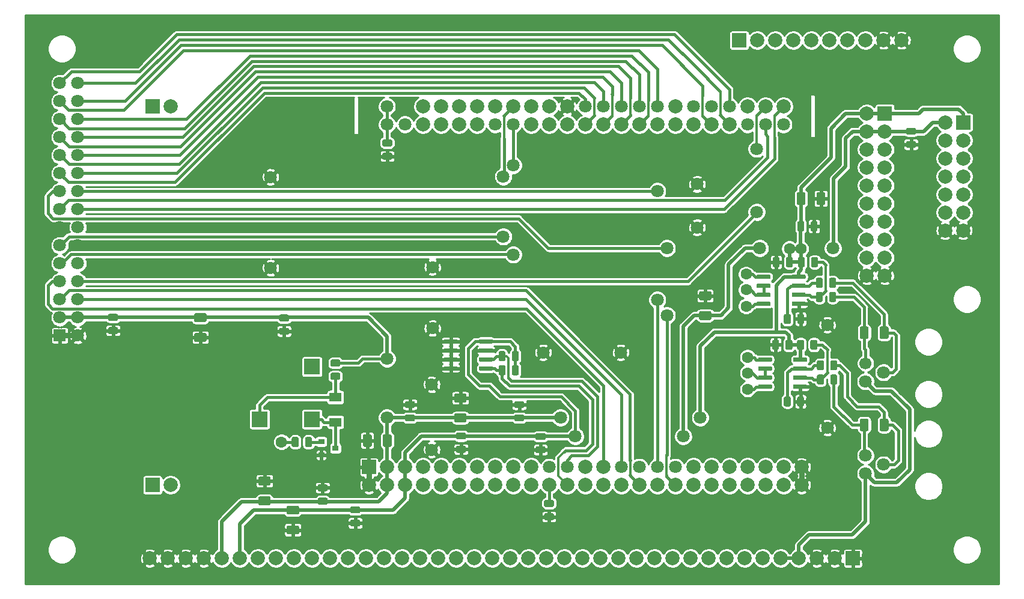
<source format=gbr>
G04 #@! TF.GenerationSoftware,KiCad,Pcbnew,(5.1.5)-3*
G04 #@! TF.CreationDate,2020-04-11T16:11:48+03:00*
G04 #@! TF.ProjectId,stendas,7374656e-6461-4732-9e6b-696361645f70,rev?*
G04 #@! TF.SameCoordinates,Original*
G04 #@! TF.FileFunction,Copper,L1,Top*
G04 #@! TF.FilePolarity,Positive*
%FSLAX46Y46*%
G04 Gerber Fmt 4.6, Leading zero omitted, Abs format (unit mm)*
G04 Created by KiCad (PCBNEW (5.1.5)-3) date 2020-04-11 16:11:48*
%MOMM*%
%LPD*%
G04 APERTURE LIST*
%ADD10C,1.800000*%
%ADD11C,1.600000*%
%ADD12C,2.000000*%
%ADD13R,2.000000X2.000000*%
%ADD14R,1.700000X1.700000*%
%ADD15C,0.100000*%
%ADD16C,1.700000*%
%ADD17R,1.800000X1.800000*%
%ADD18R,2.195000X2.195000*%
%ADD19R,1.700000X1.300000*%
%ADD20R,0.900000X0.800000*%
%ADD21C,0.800000*%
%ADD22C,0.400000*%
%ADD23C,0.300000*%
%ADD24C,0.250000*%
%ADD25C,0.500000*%
%ADD26C,0.254000*%
G04 APERTURE END LIST*
D10*
X140667000Y-116500000D03*
X140667000Y-125700000D03*
D11*
X119500000Y-124600000D03*
D10*
X196400000Y-122600000D03*
X196400000Y-108100000D03*
X178067000Y-88267000D03*
X178067000Y-94367000D03*
X117967000Y-87267000D03*
X117967000Y-100067000D03*
X140767000Y-99967000D03*
X140767000Y-108567000D03*
X156367000Y-112000000D03*
X167300000Y-112000000D03*
D11*
X185167000Y-117167000D03*
X185167000Y-114867000D03*
X185167000Y-112667000D03*
X191067000Y-97367000D03*
X184967000Y-103167000D03*
X184967000Y-105467000D03*
X184967000Y-100967000D03*
X192667000Y-97367000D03*
D12*
X190240000Y-130670000D03*
X131820000Y-130670000D03*
D13*
X131820000Y-128130000D03*
D12*
X134360000Y-128130000D03*
X134360000Y-130670000D03*
X136900000Y-128130000D03*
X136900000Y-130670000D03*
X139440000Y-128130000D03*
X139440000Y-130670000D03*
X141980000Y-128130000D03*
X141980000Y-130670000D03*
X144520000Y-128130000D03*
X144520000Y-130670000D03*
X147060000Y-128130000D03*
X147060000Y-130670000D03*
X149600000Y-128130000D03*
X149600000Y-130670000D03*
X152140000Y-128130000D03*
X152140000Y-130670000D03*
X154680000Y-128130000D03*
X154680000Y-130670000D03*
D10*
X157220000Y-128130000D03*
D12*
X157220000Y-130670000D03*
D10*
X159760000Y-128130000D03*
D12*
X159760000Y-130670000D03*
X162300000Y-128130000D03*
X162300000Y-130670000D03*
X164840000Y-128130000D03*
X164840000Y-130670000D03*
D10*
X167380000Y-128130000D03*
D12*
X167380000Y-130670000D03*
D10*
X169920000Y-128130000D03*
D12*
X169920000Y-130670000D03*
D10*
X172460000Y-128130000D03*
D12*
X172460000Y-130670000D03*
D10*
X175000000Y-128130000D03*
D12*
X175000000Y-130670000D03*
X177540000Y-128130000D03*
X177540000Y-130670000D03*
X180080000Y-128130000D03*
X180080000Y-130670000D03*
X182620000Y-128130000D03*
X182620000Y-130670000D03*
X185160000Y-128130000D03*
X185160000Y-130670000D03*
X187700000Y-128130000D03*
X187700000Y-130670000D03*
X190240000Y-128130000D03*
X192780000Y-128130000D03*
X192780000Y-130670000D03*
D10*
X162290000Y-77320000D03*
D12*
X180070000Y-79860000D03*
X136890000Y-77320000D03*
D10*
X169910000Y-77320000D03*
D12*
X192770000Y-79860000D03*
X174990000Y-77320000D03*
X159750000Y-79860000D03*
X154670000Y-77320000D03*
D10*
X172450000Y-77320000D03*
D12*
X159750000Y-77320000D03*
X147050000Y-77320000D03*
X187690000Y-77320000D03*
X139430000Y-77320000D03*
X182610000Y-79860000D03*
D10*
X177530000Y-77320000D03*
X167370000Y-77320000D03*
D12*
X152130000Y-77320000D03*
X162290000Y-79860000D03*
X144510000Y-79860000D03*
X190230000Y-77320000D03*
X172450000Y-79860000D03*
D10*
X187690000Y-79860000D03*
D12*
X154670000Y-79860000D03*
D10*
X185150000Y-79860000D03*
D12*
X185150000Y-77320000D03*
X169910000Y-79860000D03*
D10*
X182610000Y-77320000D03*
X180070000Y-77320000D03*
D12*
X141970000Y-77320000D03*
X177530000Y-79860000D03*
D10*
X164830000Y-77320000D03*
D12*
X167370000Y-79860000D03*
X157210000Y-77320000D03*
D10*
X136890000Y-79860000D03*
X152130000Y-79860000D03*
D12*
X139430000Y-79860000D03*
X147050000Y-79860000D03*
D10*
X149590000Y-79860000D03*
D12*
X144510000Y-77320000D03*
X141970000Y-79860000D03*
X149590000Y-77320000D03*
X192770000Y-77320000D03*
X174990000Y-79860000D03*
X164830000Y-79860000D03*
X157210000Y-79860000D03*
D10*
X134350000Y-79860000D03*
D13*
X131810000Y-77320000D03*
D10*
X134350000Y-77320000D03*
D12*
X131810000Y-79860000D03*
D10*
X190230000Y-79860000D03*
D13*
X101330000Y-77320000D03*
D12*
X103870000Y-77320000D03*
D13*
X101330000Y-130660000D03*
D12*
X103870000Y-130660000D03*
D14*
X88265000Y-109601000D03*
D10*
X90805000Y-109601000D03*
X88265000Y-107061000D03*
X90805000Y-107061000D03*
X88265000Y-104521000D03*
X90805000Y-104521000D03*
X88265000Y-101981000D03*
X90805000Y-101981000D03*
X88265000Y-99441000D03*
X90805000Y-99441000D03*
X88265000Y-96901000D03*
X90805000Y-96901000D03*
X88265000Y-94361000D03*
X90805000Y-94361000D03*
X88265000Y-91821000D03*
X90805000Y-91821000D03*
X88265000Y-89281000D03*
X90805000Y-89281000D03*
X88265000Y-86741000D03*
X90805000Y-86741000D03*
X88265000Y-84201000D03*
X90805000Y-84201000D03*
X88265000Y-81661000D03*
X90805000Y-81661000D03*
X88265000Y-79121000D03*
X90805000Y-79121000D03*
X88265000Y-76581000D03*
X90805000Y-76581000D03*
X88265000Y-74041000D03*
X90805000Y-74041000D03*
D13*
X215540000Y-79560000D03*
D12*
X213000000Y-79560000D03*
X215540000Y-82100000D03*
X213000000Y-82100000D03*
X215540000Y-84640000D03*
X213000000Y-84640000D03*
X215540000Y-87180000D03*
X213000000Y-87180000D03*
X215540000Y-89720000D03*
X213000000Y-89720000D03*
X215540000Y-92260000D03*
X213000000Y-92260000D03*
X215540000Y-94800000D03*
X213000000Y-94800000D03*
G04 #@! TA.AperFunction,SMDPad,CuDef*
D15*
G36*
X189459642Y-98568174D02*
G01*
X189483303Y-98571684D01*
X189506507Y-98577496D01*
X189529029Y-98585554D01*
X189550653Y-98595782D01*
X189571170Y-98608079D01*
X189590383Y-98622329D01*
X189608107Y-98638393D01*
X189624171Y-98656117D01*
X189638421Y-98675330D01*
X189650718Y-98695847D01*
X189660946Y-98717471D01*
X189669004Y-98739993D01*
X189674816Y-98763197D01*
X189678326Y-98786858D01*
X189679500Y-98810750D01*
X189679500Y-99723250D01*
X189678326Y-99747142D01*
X189674816Y-99770803D01*
X189669004Y-99794007D01*
X189660946Y-99816529D01*
X189650718Y-99838153D01*
X189638421Y-99858670D01*
X189624171Y-99877883D01*
X189608107Y-99895607D01*
X189590383Y-99911671D01*
X189571170Y-99925921D01*
X189550653Y-99938218D01*
X189529029Y-99948446D01*
X189506507Y-99956504D01*
X189483303Y-99962316D01*
X189459642Y-99965826D01*
X189435750Y-99967000D01*
X188948250Y-99967000D01*
X188924358Y-99965826D01*
X188900697Y-99962316D01*
X188877493Y-99956504D01*
X188854971Y-99948446D01*
X188833347Y-99938218D01*
X188812830Y-99925921D01*
X188793617Y-99911671D01*
X188775893Y-99895607D01*
X188759829Y-99877883D01*
X188745579Y-99858670D01*
X188733282Y-99838153D01*
X188723054Y-99816529D01*
X188714996Y-99794007D01*
X188709184Y-99770803D01*
X188705674Y-99747142D01*
X188704500Y-99723250D01*
X188704500Y-98810750D01*
X188705674Y-98786858D01*
X188709184Y-98763197D01*
X188714996Y-98739993D01*
X188723054Y-98717471D01*
X188733282Y-98695847D01*
X188745579Y-98675330D01*
X188759829Y-98656117D01*
X188775893Y-98638393D01*
X188793617Y-98622329D01*
X188812830Y-98608079D01*
X188833347Y-98595782D01*
X188854971Y-98585554D01*
X188877493Y-98577496D01*
X188900697Y-98571684D01*
X188924358Y-98568174D01*
X188948250Y-98567000D01*
X189435750Y-98567000D01*
X189459642Y-98568174D01*
G37*
G04 #@! TD.AperFunction*
G04 #@! TA.AperFunction,SMDPad,CuDef*
G36*
X191334642Y-98568174D02*
G01*
X191358303Y-98571684D01*
X191381507Y-98577496D01*
X191404029Y-98585554D01*
X191425653Y-98595782D01*
X191446170Y-98608079D01*
X191465383Y-98622329D01*
X191483107Y-98638393D01*
X191499171Y-98656117D01*
X191513421Y-98675330D01*
X191525718Y-98695847D01*
X191535946Y-98717471D01*
X191544004Y-98739993D01*
X191549816Y-98763197D01*
X191553326Y-98786858D01*
X191554500Y-98810750D01*
X191554500Y-99723250D01*
X191553326Y-99747142D01*
X191549816Y-99770803D01*
X191544004Y-99794007D01*
X191535946Y-99816529D01*
X191525718Y-99838153D01*
X191513421Y-99858670D01*
X191499171Y-99877883D01*
X191483107Y-99895607D01*
X191465383Y-99911671D01*
X191446170Y-99925921D01*
X191425653Y-99938218D01*
X191404029Y-99948446D01*
X191381507Y-99956504D01*
X191358303Y-99962316D01*
X191334642Y-99965826D01*
X191310750Y-99967000D01*
X190823250Y-99967000D01*
X190799358Y-99965826D01*
X190775697Y-99962316D01*
X190752493Y-99956504D01*
X190729971Y-99948446D01*
X190708347Y-99938218D01*
X190687830Y-99925921D01*
X190668617Y-99911671D01*
X190650893Y-99895607D01*
X190634829Y-99877883D01*
X190620579Y-99858670D01*
X190608282Y-99838153D01*
X190598054Y-99816529D01*
X190589996Y-99794007D01*
X190584184Y-99770803D01*
X190580674Y-99747142D01*
X190579500Y-99723250D01*
X190579500Y-98810750D01*
X190580674Y-98786858D01*
X190584184Y-98763197D01*
X190589996Y-98739993D01*
X190598054Y-98717471D01*
X190608282Y-98695847D01*
X190620579Y-98675330D01*
X190634829Y-98656117D01*
X190650893Y-98638393D01*
X190668617Y-98622329D01*
X190687830Y-98608079D01*
X190708347Y-98595782D01*
X190729971Y-98585554D01*
X190752493Y-98577496D01*
X190775697Y-98571684D01*
X190799358Y-98568174D01*
X190823250Y-98567000D01*
X191310750Y-98567000D01*
X191334642Y-98568174D01*
G37*
G04 #@! TD.AperFunction*
D14*
X204328000Y-112251000D03*
D16*
X201788000Y-113521000D03*
D10*
X204328000Y-114791000D03*
X201788000Y-116061000D03*
X201788000Y-129061000D03*
X204328000Y-127791000D03*
X201788000Y-126521000D03*
D17*
X204328000Y-125251000D03*
G04 #@! TA.AperFunction,SMDPad,CuDef*
D15*
G36*
X195534642Y-101468174D02*
G01*
X195558303Y-101471684D01*
X195581507Y-101477496D01*
X195604029Y-101485554D01*
X195625653Y-101495782D01*
X195646170Y-101508079D01*
X195665383Y-101522329D01*
X195683107Y-101538393D01*
X195699171Y-101556117D01*
X195713421Y-101575330D01*
X195725718Y-101595847D01*
X195735946Y-101617471D01*
X195744004Y-101639993D01*
X195749816Y-101663197D01*
X195753326Y-101686858D01*
X195754500Y-101710750D01*
X195754500Y-102623250D01*
X195753326Y-102647142D01*
X195749816Y-102670803D01*
X195744004Y-102694007D01*
X195735946Y-102716529D01*
X195725718Y-102738153D01*
X195713421Y-102758670D01*
X195699171Y-102777883D01*
X195683107Y-102795607D01*
X195665383Y-102811671D01*
X195646170Y-102825921D01*
X195625653Y-102838218D01*
X195604029Y-102848446D01*
X195581507Y-102856504D01*
X195558303Y-102862316D01*
X195534642Y-102865826D01*
X195510750Y-102867000D01*
X195023250Y-102867000D01*
X194999358Y-102865826D01*
X194975697Y-102862316D01*
X194952493Y-102856504D01*
X194929971Y-102848446D01*
X194908347Y-102838218D01*
X194887830Y-102825921D01*
X194868617Y-102811671D01*
X194850893Y-102795607D01*
X194834829Y-102777883D01*
X194820579Y-102758670D01*
X194808282Y-102738153D01*
X194798054Y-102716529D01*
X194789996Y-102694007D01*
X194784184Y-102670803D01*
X194780674Y-102647142D01*
X194779500Y-102623250D01*
X194779500Y-101710750D01*
X194780674Y-101686858D01*
X194784184Y-101663197D01*
X194789996Y-101639993D01*
X194798054Y-101617471D01*
X194808282Y-101595847D01*
X194820579Y-101575330D01*
X194834829Y-101556117D01*
X194850893Y-101538393D01*
X194868617Y-101522329D01*
X194887830Y-101508079D01*
X194908347Y-101495782D01*
X194929971Y-101485554D01*
X194952493Y-101477496D01*
X194975697Y-101471684D01*
X194999358Y-101468174D01*
X195023250Y-101467000D01*
X195510750Y-101467000D01*
X195534642Y-101468174D01*
G37*
G04 #@! TD.AperFunction*
G04 #@! TA.AperFunction,SMDPad,CuDef*
G36*
X197409642Y-101468174D02*
G01*
X197433303Y-101471684D01*
X197456507Y-101477496D01*
X197479029Y-101485554D01*
X197500653Y-101495782D01*
X197521170Y-101508079D01*
X197540383Y-101522329D01*
X197558107Y-101538393D01*
X197574171Y-101556117D01*
X197588421Y-101575330D01*
X197600718Y-101595847D01*
X197610946Y-101617471D01*
X197619004Y-101639993D01*
X197624816Y-101663197D01*
X197628326Y-101686858D01*
X197629500Y-101710750D01*
X197629500Y-102623250D01*
X197628326Y-102647142D01*
X197624816Y-102670803D01*
X197619004Y-102694007D01*
X197610946Y-102716529D01*
X197600718Y-102738153D01*
X197588421Y-102758670D01*
X197574171Y-102777883D01*
X197558107Y-102795607D01*
X197540383Y-102811671D01*
X197521170Y-102825921D01*
X197500653Y-102838218D01*
X197479029Y-102848446D01*
X197456507Y-102856504D01*
X197433303Y-102862316D01*
X197409642Y-102865826D01*
X197385750Y-102867000D01*
X196898250Y-102867000D01*
X196874358Y-102865826D01*
X196850697Y-102862316D01*
X196827493Y-102856504D01*
X196804971Y-102848446D01*
X196783347Y-102838218D01*
X196762830Y-102825921D01*
X196743617Y-102811671D01*
X196725893Y-102795607D01*
X196709829Y-102777883D01*
X196695579Y-102758670D01*
X196683282Y-102738153D01*
X196673054Y-102716529D01*
X196664996Y-102694007D01*
X196659184Y-102670803D01*
X196655674Y-102647142D01*
X196654500Y-102623250D01*
X196654500Y-101710750D01*
X196655674Y-101686858D01*
X196659184Y-101663197D01*
X196664996Y-101639993D01*
X196673054Y-101617471D01*
X196683282Y-101595847D01*
X196695579Y-101575330D01*
X196709829Y-101556117D01*
X196725893Y-101538393D01*
X196743617Y-101522329D01*
X196762830Y-101508079D01*
X196783347Y-101495782D01*
X196804971Y-101485554D01*
X196827493Y-101477496D01*
X196850697Y-101471684D01*
X196874358Y-101468174D01*
X196898250Y-101467000D01*
X197385750Y-101467000D01*
X197409642Y-101468174D01*
G37*
G04 #@! TD.AperFunction*
G04 #@! TA.AperFunction,SMDPad,CuDef*
G36*
X197409642Y-103468174D02*
G01*
X197433303Y-103471684D01*
X197456507Y-103477496D01*
X197479029Y-103485554D01*
X197500653Y-103495782D01*
X197521170Y-103508079D01*
X197540383Y-103522329D01*
X197558107Y-103538393D01*
X197574171Y-103556117D01*
X197588421Y-103575330D01*
X197600718Y-103595847D01*
X197610946Y-103617471D01*
X197619004Y-103639993D01*
X197624816Y-103663197D01*
X197628326Y-103686858D01*
X197629500Y-103710750D01*
X197629500Y-104623250D01*
X197628326Y-104647142D01*
X197624816Y-104670803D01*
X197619004Y-104694007D01*
X197610946Y-104716529D01*
X197600718Y-104738153D01*
X197588421Y-104758670D01*
X197574171Y-104777883D01*
X197558107Y-104795607D01*
X197540383Y-104811671D01*
X197521170Y-104825921D01*
X197500653Y-104838218D01*
X197479029Y-104848446D01*
X197456507Y-104856504D01*
X197433303Y-104862316D01*
X197409642Y-104865826D01*
X197385750Y-104867000D01*
X196898250Y-104867000D01*
X196874358Y-104865826D01*
X196850697Y-104862316D01*
X196827493Y-104856504D01*
X196804971Y-104848446D01*
X196783347Y-104838218D01*
X196762830Y-104825921D01*
X196743617Y-104811671D01*
X196725893Y-104795607D01*
X196709829Y-104777883D01*
X196695579Y-104758670D01*
X196683282Y-104738153D01*
X196673054Y-104716529D01*
X196664996Y-104694007D01*
X196659184Y-104670803D01*
X196655674Y-104647142D01*
X196654500Y-104623250D01*
X196654500Y-103710750D01*
X196655674Y-103686858D01*
X196659184Y-103663197D01*
X196664996Y-103639993D01*
X196673054Y-103617471D01*
X196683282Y-103595847D01*
X196695579Y-103575330D01*
X196709829Y-103556117D01*
X196725893Y-103538393D01*
X196743617Y-103522329D01*
X196762830Y-103508079D01*
X196783347Y-103495782D01*
X196804971Y-103485554D01*
X196827493Y-103477496D01*
X196850697Y-103471684D01*
X196874358Y-103468174D01*
X196898250Y-103467000D01*
X197385750Y-103467000D01*
X197409642Y-103468174D01*
G37*
G04 #@! TD.AperFunction*
G04 #@! TA.AperFunction,SMDPad,CuDef*
G36*
X195534642Y-103468174D02*
G01*
X195558303Y-103471684D01*
X195581507Y-103477496D01*
X195604029Y-103485554D01*
X195625653Y-103495782D01*
X195646170Y-103508079D01*
X195665383Y-103522329D01*
X195683107Y-103538393D01*
X195699171Y-103556117D01*
X195713421Y-103575330D01*
X195725718Y-103595847D01*
X195735946Y-103617471D01*
X195744004Y-103639993D01*
X195749816Y-103663197D01*
X195753326Y-103686858D01*
X195754500Y-103710750D01*
X195754500Y-104623250D01*
X195753326Y-104647142D01*
X195749816Y-104670803D01*
X195744004Y-104694007D01*
X195735946Y-104716529D01*
X195725718Y-104738153D01*
X195713421Y-104758670D01*
X195699171Y-104777883D01*
X195683107Y-104795607D01*
X195665383Y-104811671D01*
X195646170Y-104825921D01*
X195625653Y-104838218D01*
X195604029Y-104848446D01*
X195581507Y-104856504D01*
X195558303Y-104862316D01*
X195534642Y-104865826D01*
X195510750Y-104867000D01*
X195023250Y-104867000D01*
X194999358Y-104865826D01*
X194975697Y-104862316D01*
X194952493Y-104856504D01*
X194929971Y-104848446D01*
X194908347Y-104838218D01*
X194887830Y-104825921D01*
X194868617Y-104811671D01*
X194850893Y-104795607D01*
X194834829Y-104777883D01*
X194820579Y-104758670D01*
X194808282Y-104738153D01*
X194798054Y-104716529D01*
X194789996Y-104694007D01*
X194784184Y-104670803D01*
X194780674Y-104647142D01*
X194779500Y-104623250D01*
X194779500Y-103710750D01*
X194780674Y-103686858D01*
X194784184Y-103663197D01*
X194789996Y-103639993D01*
X194798054Y-103617471D01*
X194808282Y-103595847D01*
X194820579Y-103575330D01*
X194834829Y-103556117D01*
X194850893Y-103538393D01*
X194868617Y-103522329D01*
X194887830Y-103508079D01*
X194908347Y-103495782D01*
X194929971Y-103485554D01*
X194952493Y-103477496D01*
X194975697Y-103471684D01*
X194999358Y-103468174D01*
X195023250Y-103467000D01*
X195510750Y-103467000D01*
X195534642Y-103468174D01*
G37*
G04 #@! TD.AperFunction*
G04 #@! TA.AperFunction,SMDPad,CuDef*
G36*
X194872142Y-98568174D02*
G01*
X194895803Y-98571684D01*
X194919007Y-98577496D01*
X194941529Y-98585554D01*
X194963153Y-98595782D01*
X194983670Y-98608079D01*
X195002883Y-98622329D01*
X195020607Y-98638393D01*
X195036671Y-98656117D01*
X195050921Y-98675330D01*
X195063218Y-98695847D01*
X195073446Y-98717471D01*
X195081504Y-98739993D01*
X195087316Y-98763197D01*
X195090826Y-98786858D01*
X195092000Y-98810750D01*
X195092000Y-99723250D01*
X195090826Y-99747142D01*
X195087316Y-99770803D01*
X195081504Y-99794007D01*
X195073446Y-99816529D01*
X195063218Y-99838153D01*
X195050921Y-99858670D01*
X195036671Y-99877883D01*
X195020607Y-99895607D01*
X195002883Y-99911671D01*
X194983670Y-99925921D01*
X194963153Y-99938218D01*
X194941529Y-99948446D01*
X194919007Y-99956504D01*
X194895803Y-99962316D01*
X194872142Y-99965826D01*
X194848250Y-99967000D01*
X194360750Y-99967000D01*
X194336858Y-99965826D01*
X194313197Y-99962316D01*
X194289993Y-99956504D01*
X194267471Y-99948446D01*
X194245847Y-99938218D01*
X194225330Y-99925921D01*
X194206117Y-99911671D01*
X194188393Y-99895607D01*
X194172329Y-99877883D01*
X194158079Y-99858670D01*
X194145782Y-99838153D01*
X194135554Y-99816529D01*
X194127496Y-99794007D01*
X194121684Y-99770803D01*
X194118174Y-99747142D01*
X194117000Y-99723250D01*
X194117000Y-98810750D01*
X194118174Y-98786858D01*
X194121684Y-98763197D01*
X194127496Y-98739993D01*
X194135554Y-98717471D01*
X194145782Y-98695847D01*
X194158079Y-98675330D01*
X194172329Y-98656117D01*
X194188393Y-98638393D01*
X194206117Y-98622329D01*
X194225330Y-98608079D01*
X194245847Y-98595782D01*
X194267471Y-98585554D01*
X194289993Y-98577496D01*
X194313197Y-98571684D01*
X194336858Y-98568174D01*
X194360750Y-98567000D01*
X194848250Y-98567000D01*
X194872142Y-98568174D01*
G37*
G04 #@! TD.AperFunction*
G04 #@! TA.AperFunction,SMDPad,CuDef*
G36*
X192997142Y-98568174D02*
G01*
X193020803Y-98571684D01*
X193044007Y-98577496D01*
X193066529Y-98585554D01*
X193088153Y-98595782D01*
X193108670Y-98608079D01*
X193127883Y-98622329D01*
X193145607Y-98638393D01*
X193161671Y-98656117D01*
X193175921Y-98675330D01*
X193188218Y-98695847D01*
X193198446Y-98717471D01*
X193206504Y-98739993D01*
X193212316Y-98763197D01*
X193215826Y-98786858D01*
X193217000Y-98810750D01*
X193217000Y-99723250D01*
X193215826Y-99747142D01*
X193212316Y-99770803D01*
X193206504Y-99794007D01*
X193198446Y-99816529D01*
X193188218Y-99838153D01*
X193175921Y-99858670D01*
X193161671Y-99877883D01*
X193145607Y-99895607D01*
X193127883Y-99911671D01*
X193108670Y-99925921D01*
X193088153Y-99938218D01*
X193066529Y-99948446D01*
X193044007Y-99956504D01*
X193020803Y-99962316D01*
X192997142Y-99965826D01*
X192973250Y-99967000D01*
X192485750Y-99967000D01*
X192461858Y-99965826D01*
X192438197Y-99962316D01*
X192414993Y-99956504D01*
X192392471Y-99948446D01*
X192370847Y-99938218D01*
X192350330Y-99925921D01*
X192331117Y-99911671D01*
X192313393Y-99895607D01*
X192297329Y-99877883D01*
X192283079Y-99858670D01*
X192270782Y-99838153D01*
X192260554Y-99816529D01*
X192252496Y-99794007D01*
X192246684Y-99770803D01*
X192243174Y-99747142D01*
X192242000Y-99723250D01*
X192242000Y-98810750D01*
X192243174Y-98786858D01*
X192246684Y-98763197D01*
X192252496Y-98739993D01*
X192260554Y-98717471D01*
X192270782Y-98695847D01*
X192283079Y-98675330D01*
X192297329Y-98656117D01*
X192313393Y-98638393D01*
X192331117Y-98622329D01*
X192350330Y-98608079D01*
X192370847Y-98595782D01*
X192392471Y-98585554D01*
X192414993Y-98577496D01*
X192438197Y-98571684D01*
X192461858Y-98568174D01*
X192485750Y-98567000D01*
X192973250Y-98567000D01*
X192997142Y-98568174D01*
G37*
G04 #@! TD.AperFunction*
G04 #@! TA.AperFunction,SMDPad,CuDef*
G36*
X192909642Y-106568174D02*
G01*
X192933303Y-106571684D01*
X192956507Y-106577496D01*
X192979029Y-106585554D01*
X193000653Y-106595782D01*
X193021170Y-106608079D01*
X193040383Y-106622329D01*
X193058107Y-106638393D01*
X193074171Y-106656117D01*
X193088421Y-106675330D01*
X193100718Y-106695847D01*
X193110946Y-106717471D01*
X193119004Y-106739993D01*
X193124816Y-106763197D01*
X193128326Y-106786858D01*
X193129500Y-106810750D01*
X193129500Y-107723250D01*
X193128326Y-107747142D01*
X193124816Y-107770803D01*
X193119004Y-107794007D01*
X193110946Y-107816529D01*
X193100718Y-107838153D01*
X193088421Y-107858670D01*
X193074171Y-107877883D01*
X193058107Y-107895607D01*
X193040383Y-107911671D01*
X193021170Y-107925921D01*
X193000653Y-107938218D01*
X192979029Y-107948446D01*
X192956507Y-107956504D01*
X192933303Y-107962316D01*
X192909642Y-107965826D01*
X192885750Y-107967000D01*
X192398250Y-107967000D01*
X192374358Y-107965826D01*
X192350697Y-107962316D01*
X192327493Y-107956504D01*
X192304971Y-107948446D01*
X192283347Y-107938218D01*
X192262830Y-107925921D01*
X192243617Y-107911671D01*
X192225893Y-107895607D01*
X192209829Y-107877883D01*
X192195579Y-107858670D01*
X192183282Y-107838153D01*
X192173054Y-107816529D01*
X192164996Y-107794007D01*
X192159184Y-107770803D01*
X192155674Y-107747142D01*
X192154500Y-107723250D01*
X192154500Y-106810750D01*
X192155674Y-106786858D01*
X192159184Y-106763197D01*
X192164996Y-106739993D01*
X192173054Y-106717471D01*
X192183282Y-106695847D01*
X192195579Y-106675330D01*
X192209829Y-106656117D01*
X192225893Y-106638393D01*
X192243617Y-106622329D01*
X192262830Y-106608079D01*
X192283347Y-106595782D01*
X192304971Y-106585554D01*
X192327493Y-106577496D01*
X192350697Y-106571684D01*
X192374358Y-106568174D01*
X192398250Y-106567000D01*
X192885750Y-106567000D01*
X192909642Y-106568174D01*
G37*
G04 #@! TD.AperFunction*
G04 #@! TA.AperFunction,SMDPad,CuDef*
G36*
X191034642Y-106568174D02*
G01*
X191058303Y-106571684D01*
X191081507Y-106577496D01*
X191104029Y-106585554D01*
X191125653Y-106595782D01*
X191146170Y-106608079D01*
X191165383Y-106622329D01*
X191183107Y-106638393D01*
X191199171Y-106656117D01*
X191213421Y-106675330D01*
X191225718Y-106695847D01*
X191235946Y-106717471D01*
X191244004Y-106739993D01*
X191249816Y-106763197D01*
X191253326Y-106786858D01*
X191254500Y-106810750D01*
X191254500Y-107723250D01*
X191253326Y-107747142D01*
X191249816Y-107770803D01*
X191244004Y-107794007D01*
X191235946Y-107816529D01*
X191225718Y-107838153D01*
X191213421Y-107858670D01*
X191199171Y-107877883D01*
X191183107Y-107895607D01*
X191165383Y-107911671D01*
X191146170Y-107925921D01*
X191125653Y-107938218D01*
X191104029Y-107948446D01*
X191081507Y-107956504D01*
X191058303Y-107962316D01*
X191034642Y-107965826D01*
X191010750Y-107967000D01*
X190523250Y-107967000D01*
X190499358Y-107965826D01*
X190475697Y-107962316D01*
X190452493Y-107956504D01*
X190429971Y-107948446D01*
X190408347Y-107938218D01*
X190387830Y-107925921D01*
X190368617Y-107911671D01*
X190350893Y-107895607D01*
X190334829Y-107877883D01*
X190320579Y-107858670D01*
X190308282Y-107838153D01*
X190298054Y-107816529D01*
X190289996Y-107794007D01*
X190284184Y-107770803D01*
X190280674Y-107747142D01*
X190279500Y-107723250D01*
X190279500Y-106810750D01*
X190280674Y-106786858D01*
X190284184Y-106763197D01*
X190289996Y-106739993D01*
X190298054Y-106717471D01*
X190308282Y-106695847D01*
X190320579Y-106675330D01*
X190334829Y-106656117D01*
X190350893Y-106638393D01*
X190368617Y-106622329D01*
X190387830Y-106608079D01*
X190408347Y-106595782D01*
X190429971Y-106585554D01*
X190452493Y-106577496D01*
X190475697Y-106571684D01*
X190499358Y-106568174D01*
X190523250Y-106567000D01*
X191010750Y-106567000D01*
X191034642Y-106568174D01*
G37*
G04 #@! TD.AperFunction*
G04 #@! TA.AperFunction,SMDPad,CuDef*
G36*
X188256703Y-101027722D02*
G01*
X188271264Y-101029882D01*
X188285543Y-101033459D01*
X188299403Y-101038418D01*
X188312710Y-101044712D01*
X188325336Y-101052280D01*
X188337159Y-101061048D01*
X188348066Y-101070934D01*
X188357952Y-101081841D01*
X188366720Y-101093664D01*
X188374288Y-101106290D01*
X188380582Y-101119597D01*
X188385541Y-101133457D01*
X188389118Y-101147736D01*
X188391278Y-101162297D01*
X188392000Y-101177000D01*
X188392000Y-101477000D01*
X188391278Y-101491703D01*
X188389118Y-101506264D01*
X188385541Y-101520543D01*
X188380582Y-101534403D01*
X188374288Y-101547710D01*
X188366720Y-101560336D01*
X188357952Y-101572159D01*
X188348066Y-101583066D01*
X188337159Y-101592952D01*
X188325336Y-101601720D01*
X188312710Y-101609288D01*
X188299403Y-101615582D01*
X188285543Y-101620541D01*
X188271264Y-101624118D01*
X188256703Y-101626278D01*
X188242000Y-101627000D01*
X186592000Y-101627000D01*
X186577297Y-101626278D01*
X186562736Y-101624118D01*
X186548457Y-101620541D01*
X186534597Y-101615582D01*
X186521290Y-101609288D01*
X186508664Y-101601720D01*
X186496841Y-101592952D01*
X186485934Y-101583066D01*
X186476048Y-101572159D01*
X186467280Y-101560336D01*
X186459712Y-101547710D01*
X186453418Y-101534403D01*
X186448459Y-101520543D01*
X186444882Y-101506264D01*
X186442722Y-101491703D01*
X186442000Y-101477000D01*
X186442000Y-101177000D01*
X186442722Y-101162297D01*
X186444882Y-101147736D01*
X186448459Y-101133457D01*
X186453418Y-101119597D01*
X186459712Y-101106290D01*
X186467280Y-101093664D01*
X186476048Y-101081841D01*
X186485934Y-101070934D01*
X186496841Y-101061048D01*
X186508664Y-101052280D01*
X186521290Y-101044712D01*
X186534597Y-101038418D01*
X186548457Y-101033459D01*
X186562736Y-101029882D01*
X186577297Y-101027722D01*
X186592000Y-101027000D01*
X188242000Y-101027000D01*
X188256703Y-101027722D01*
G37*
G04 #@! TD.AperFunction*
G04 #@! TA.AperFunction,SMDPad,CuDef*
G36*
X188256703Y-102297722D02*
G01*
X188271264Y-102299882D01*
X188285543Y-102303459D01*
X188299403Y-102308418D01*
X188312710Y-102314712D01*
X188325336Y-102322280D01*
X188337159Y-102331048D01*
X188348066Y-102340934D01*
X188357952Y-102351841D01*
X188366720Y-102363664D01*
X188374288Y-102376290D01*
X188380582Y-102389597D01*
X188385541Y-102403457D01*
X188389118Y-102417736D01*
X188391278Y-102432297D01*
X188392000Y-102447000D01*
X188392000Y-102747000D01*
X188391278Y-102761703D01*
X188389118Y-102776264D01*
X188385541Y-102790543D01*
X188380582Y-102804403D01*
X188374288Y-102817710D01*
X188366720Y-102830336D01*
X188357952Y-102842159D01*
X188348066Y-102853066D01*
X188337159Y-102862952D01*
X188325336Y-102871720D01*
X188312710Y-102879288D01*
X188299403Y-102885582D01*
X188285543Y-102890541D01*
X188271264Y-102894118D01*
X188256703Y-102896278D01*
X188242000Y-102897000D01*
X186592000Y-102897000D01*
X186577297Y-102896278D01*
X186562736Y-102894118D01*
X186548457Y-102890541D01*
X186534597Y-102885582D01*
X186521290Y-102879288D01*
X186508664Y-102871720D01*
X186496841Y-102862952D01*
X186485934Y-102853066D01*
X186476048Y-102842159D01*
X186467280Y-102830336D01*
X186459712Y-102817710D01*
X186453418Y-102804403D01*
X186448459Y-102790543D01*
X186444882Y-102776264D01*
X186442722Y-102761703D01*
X186442000Y-102747000D01*
X186442000Y-102447000D01*
X186442722Y-102432297D01*
X186444882Y-102417736D01*
X186448459Y-102403457D01*
X186453418Y-102389597D01*
X186459712Y-102376290D01*
X186467280Y-102363664D01*
X186476048Y-102351841D01*
X186485934Y-102340934D01*
X186496841Y-102331048D01*
X186508664Y-102322280D01*
X186521290Y-102314712D01*
X186534597Y-102308418D01*
X186548457Y-102303459D01*
X186562736Y-102299882D01*
X186577297Y-102297722D01*
X186592000Y-102297000D01*
X188242000Y-102297000D01*
X188256703Y-102297722D01*
G37*
G04 #@! TD.AperFunction*
G04 #@! TA.AperFunction,SMDPad,CuDef*
G36*
X188256703Y-103567722D02*
G01*
X188271264Y-103569882D01*
X188285543Y-103573459D01*
X188299403Y-103578418D01*
X188312710Y-103584712D01*
X188325336Y-103592280D01*
X188337159Y-103601048D01*
X188348066Y-103610934D01*
X188357952Y-103621841D01*
X188366720Y-103633664D01*
X188374288Y-103646290D01*
X188380582Y-103659597D01*
X188385541Y-103673457D01*
X188389118Y-103687736D01*
X188391278Y-103702297D01*
X188392000Y-103717000D01*
X188392000Y-104017000D01*
X188391278Y-104031703D01*
X188389118Y-104046264D01*
X188385541Y-104060543D01*
X188380582Y-104074403D01*
X188374288Y-104087710D01*
X188366720Y-104100336D01*
X188357952Y-104112159D01*
X188348066Y-104123066D01*
X188337159Y-104132952D01*
X188325336Y-104141720D01*
X188312710Y-104149288D01*
X188299403Y-104155582D01*
X188285543Y-104160541D01*
X188271264Y-104164118D01*
X188256703Y-104166278D01*
X188242000Y-104167000D01*
X186592000Y-104167000D01*
X186577297Y-104166278D01*
X186562736Y-104164118D01*
X186548457Y-104160541D01*
X186534597Y-104155582D01*
X186521290Y-104149288D01*
X186508664Y-104141720D01*
X186496841Y-104132952D01*
X186485934Y-104123066D01*
X186476048Y-104112159D01*
X186467280Y-104100336D01*
X186459712Y-104087710D01*
X186453418Y-104074403D01*
X186448459Y-104060543D01*
X186444882Y-104046264D01*
X186442722Y-104031703D01*
X186442000Y-104017000D01*
X186442000Y-103717000D01*
X186442722Y-103702297D01*
X186444882Y-103687736D01*
X186448459Y-103673457D01*
X186453418Y-103659597D01*
X186459712Y-103646290D01*
X186467280Y-103633664D01*
X186476048Y-103621841D01*
X186485934Y-103610934D01*
X186496841Y-103601048D01*
X186508664Y-103592280D01*
X186521290Y-103584712D01*
X186534597Y-103578418D01*
X186548457Y-103573459D01*
X186562736Y-103569882D01*
X186577297Y-103567722D01*
X186592000Y-103567000D01*
X188242000Y-103567000D01*
X188256703Y-103567722D01*
G37*
G04 #@! TD.AperFunction*
G04 #@! TA.AperFunction,SMDPad,CuDef*
G36*
X188256703Y-104837722D02*
G01*
X188271264Y-104839882D01*
X188285543Y-104843459D01*
X188299403Y-104848418D01*
X188312710Y-104854712D01*
X188325336Y-104862280D01*
X188337159Y-104871048D01*
X188348066Y-104880934D01*
X188357952Y-104891841D01*
X188366720Y-104903664D01*
X188374288Y-104916290D01*
X188380582Y-104929597D01*
X188385541Y-104943457D01*
X188389118Y-104957736D01*
X188391278Y-104972297D01*
X188392000Y-104987000D01*
X188392000Y-105287000D01*
X188391278Y-105301703D01*
X188389118Y-105316264D01*
X188385541Y-105330543D01*
X188380582Y-105344403D01*
X188374288Y-105357710D01*
X188366720Y-105370336D01*
X188357952Y-105382159D01*
X188348066Y-105393066D01*
X188337159Y-105402952D01*
X188325336Y-105411720D01*
X188312710Y-105419288D01*
X188299403Y-105425582D01*
X188285543Y-105430541D01*
X188271264Y-105434118D01*
X188256703Y-105436278D01*
X188242000Y-105437000D01*
X186592000Y-105437000D01*
X186577297Y-105436278D01*
X186562736Y-105434118D01*
X186548457Y-105430541D01*
X186534597Y-105425582D01*
X186521290Y-105419288D01*
X186508664Y-105411720D01*
X186496841Y-105402952D01*
X186485934Y-105393066D01*
X186476048Y-105382159D01*
X186467280Y-105370336D01*
X186459712Y-105357710D01*
X186453418Y-105344403D01*
X186448459Y-105330543D01*
X186444882Y-105316264D01*
X186442722Y-105301703D01*
X186442000Y-105287000D01*
X186442000Y-104987000D01*
X186442722Y-104972297D01*
X186444882Y-104957736D01*
X186448459Y-104943457D01*
X186453418Y-104929597D01*
X186459712Y-104916290D01*
X186467280Y-104903664D01*
X186476048Y-104891841D01*
X186485934Y-104880934D01*
X186496841Y-104871048D01*
X186508664Y-104862280D01*
X186521290Y-104854712D01*
X186534597Y-104848418D01*
X186548457Y-104843459D01*
X186562736Y-104839882D01*
X186577297Y-104837722D01*
X186592000Y-104837000D01*
X188242000Y-104837000D01*
X188256703Y-104837722D01*
G37*
G04 #@! TD.AperFunction*
G04 #@! TA.AperFunction,SMDPad,CuDef*
G36*
X193206703Y-104837722D02*
G01*
X193221264Y-104839882D01*
X193235543Y-104843459D01*
X193249403Y-104848418D01*
X193262710Y-104854712D01*
X193275336Y-104862280D01*
X193287159Y-104871048D01*
X193298066Y-104880934D01*
X193307952Y-104891841D01*
X193316720Y-104903664D01*
X193324288Y-104916290D01*
X193330582Y-104929597D01*
X193335541Y-104943457D01*
X193339118Y-104957736D01*
X193341278Y-104972297D01*
X193342000Y-104987000D01*
X193342000Y-105287000D01*
X193341278Y-105301703D01*
X193339118Y-105316264D01*
X193335541Y-105330543D01*
X193330582Y-105344403D01*
X193324288Y-105357710D01*
X193316720Y-105370336D01*
X193307952Y-105382159D01*
X193298066Y-105393066D01*
X193287159Y-105402952D01*
X193275336Y-105411720D01*
X193262710Y-105419288D01*
X193249403Y-105425582D01*
X193235543Y-105430541D01*
X193221264Y-105434118D01*
X193206703Y-105436278D01*
X193192000Y-105437000D01*
X191542000Y-105437000D01*
X191527297Y-105436278D01*
X191512736Y-105434118D01*
X191498457Y-105430541D01*
X191484597Y-105425582D01*
X191471290Y-105419288D01*
X191458664Y-105411720D01*
X191446841Y-105402952D01*
X191435934Y-105393066D01*
X191426048Y-105382159D01*
X191417280Y-105370336D01*
X191409712Y-105357710D01*
X191403418Y-105344403D01*
X191398459Y-105330543D01*
X191394882Y-105316264D01*
X191392722Y-105301703D01*
X191392000Y-105287000D01*
X191392000Y-104987000D01*
X191392722Y-104972297D01*
X191394882Y-104957736D01*
X191398459Y-104943457D01*
X191403418Y-104929597D01*
X191409712Y-104916290D01*
X191417280Y-104903664D01*
X191426048Y-104891841D01*
X191435934Y-104880934D01*
X191446841Y-104871048D01*
X191458664Y-104862280D01*
X191471290Y-104854712D01*
X191484597Y-104848418D01*
X191498457Y-104843459D01*
X191512736Y-104839882D01*
X191527297Y-104837722D01*
X191542000Y-104837000D01*
X193192000Y-104837000D01*
X193206703Y-104837722D01*
G37*
G04 #@! TD.AperFunction*
G04 #@! TA.AperFunction,SMDPad,CuDef*
G36*
X193206703Y-103567722D02*
G01*
X193221264Y-103569882D01*
X193235543Y-103573459D01*
X193249403Y-103578418D01*
X193262710Y-103584712D01*
X193275336Y-103592280D01*
X193287159Y-103601048D01*
X193298066Y-103610934D01*
X193307952Y-103621841D01*
X193316720Y-103633664D01*
X193324288Y-103646290D01*
X193330582Y-103659597D01*
X193335541Y-103673457D01*
X193339118Y-103687736D01*
X193341278Y-103702297D01*
X193342000Y-103717000D01*
X193342000Y-104017000D01*
X193341278Y-104031703D01*
X193339118Y-104046264D01*
X193335541Y-104060543D01*
X193330582Y-104074403D01*
X193324288Y-104087710D01*
X193316720Y-104100336D01*
X193307952Y-104112159D01*
X193298066Y-104123066D01*
X193287159Y-104132952D01*
X193275336Y-104141720D01*
X193262710Y-104149288D01*
X193249403Y-104155582D01*
X193235543Y-104160541D01*
X193221264Y-104164118D01*
X193206703Y-104166278D01*
X193192000Y-104167000D01*
X191542000Y-104167000D01*
X191527297Y-104166278D01*
X191512736Y-104164118D01*
X191498457Y-104160541D01*
X191484597Y-104155582D01*
X191471290Y-104149288D01*
X191458664Y-104141720D01*
X191446841Y-104132952D01*
X191435934Y-104123066D01*
X191426048Y-104112159D01*
X191417280Y-104100336D01*
X191409712Y-104087710D01*
X191403418Y-104074403D01*
X191398459Y-104060543D01*
X191394882Y-104046264D01*
X191392722Y-104031703D01*
X191392000Y-104017000D01*
X191392000Y-103717000D01*
X191392722Y-103702297D01*
X191394882Y-103687736D01*
X191398459Y-103673457D01*
X191403418Y-103659597D01*
X191409712Y-103646290D01*
X191417280Y-103633664D01*
X191426048Y-103621841D01*
X191435934Y-103610934D01*
X191446841Y-103601048D01*
X191458664Y-103592280D01*
X191471290Y-103584712D01*
X191484597Y-103578418D01*
X191498457Y-103573459D01*
X191512736Y-103569882D01*
X191527297Y-103567722D01*
X191542000Y-103567000D01*
X193192000Y-103567000D01*
X193206703Y-103567722D01*
G37*
G04 #@! TD.AperFunction*
G04 #@! TA.AperFunction,SMDPad,CuDef*
G36*
X193206703Y-102297722D02*
G01*
X193221264Y-102299882D01*
X193235543Y-102303459D01*
X193249403Y-102308418D01*
X193262710Y-102314712D01*
X193275336Y-102322280D01*
X193287159Y-102331048D01*
X193298066Y-102340934D01*
X193307952Y-102351841D01*
X193316720Y-102363664D01*
X193324288Y-102376290D01*
X193330582Y-102389597D01*
X193335541Y-102403457D01*
X193339118Y-102417736D01*
X193341278Y-102432297D01*
X193342000Y-102447000D01*
X193342000Y-102747000D01*
X193341278Y-102761703D01*
X193339118Y-102776264D01*
X193335541Y-102790543D01*
X193330582Y-102804403D01*
X193324288Y-102817710D01*
X193316720Y-102830336D01*
X193307952Y-102842159D01*
X193298066Y-102853066D01*
X193287159Y-102862952D01*
X193275336Y-102871720D01*
X193262710Y-102879288D01*
X193249403Y-102885582D01*
X193235543Y-102890541D01*
X193221264Y-102894118D01*
X193206703Y-102896278D01*
X193192000Y-102897000D01*
X191542000Y-102897000D01*
X191527297Y-102896278D01*
X191512736Y-102894118D01*
X191498457Y-102890541D01*
X191484597Y-102885582D01*
X191471290Y-102879288D01*
X191458664Y-102871720D01*
X191446841Y-102862952D01*
X191435934Y-102853066D01*
X191426048Y-102842159D01*
X191417280Y-102830336D01*
X191409712Y-102817710D01*
X191403418Y-102804403D01*
X191398459Y-102790543D01*
X191394882Y-102776264D01*
X191392722Y-102761703D01*
X191392000Y-102747000D01*
X191392000Y-102447000D01*
X191392722Y-102432297D01*
X191394882Y-102417736D01*
X191398459Y-102403457D01*
X191403418Y-102389597D01*
X191409712Y-102376290D01*
X191417280Y-102363664D01*
X191426048Y-102351841D01*
X191435934Y-102340934D01*
X191446841Y-102331048D01*
X191458664Y-102322280D01*
X191471290Y-102314712D01*
X191484597Y-102308418D01*
X191498457Y-102303459D01*
X191512736Y-102299882D01*
X191527297Y-102297722D01*
X191542000Y-102297000D01*
X193192000Y-102297000D01*
X193206703Y-102297722D01*
G37*
G04 #@! TD.AperFunction*
G04 #@! TA.AperFunction,SMDPad,CuDef*
G36*
X193206703Y-101027722D02*
G01*
X193221264Y-101029882D01*
X193235543Y-101033459D01*
X193249403Y-101038418D01*
X193262710Y-101044712D01*
X193275336Y-101052280D01*
X193287159Y-101061048D01*
X193298066Y-101070934D01*
X193307952Y-101081841D01*
X193316720Y-101093664D01*
X193324288Y-101106290D01*
X193330582Y-101119597D01*
X193335541Y-101133457D01*
X193339118Y-101147736D01*
X193341278Y-101162297D01*
X193342000Y-101177000D01*
X193342000Y-101477000D01*
X193341278Y-101491703D01*
X193339118Y-101506264D01*
X193335541Y-101520543D01*
X193330582Y-101534403D01*
X193324288Y-101547710D01*
X193316720Y-101560336D01*
X193307952Y-101572159D01*
X193298066Y-101583066D01*
X193287159Y-101592952D01*
X193275336Y-101601720D01*
X193262710Y-101609288D01*
X193249403Y-101615582D01*
X193235543Y-101620541D01*
X193221264Y-101624118D01*
X193206703Y-101626278D01*
X193192000Y-101627000D01*
X191542000Y-101627000D01*
X191527297Y-101626278D01*
X191512736Y-101624118D01*
X191498457Y-101620541D01*
X191484597Y-101615582D01*
X191471290Y-101609288D01*
X191458664Y-101601720D01*
X191446841Y-101592952D01*
X191435934Y-101583066D01*
X191426048Y-101572159D01*
X191417280Y-101560336D01*
X191409712Y-101547710D01*
X191403418Y-101534403D01*
X191398459Y-101520543D01*
X191394882Y-101506264D01*
X191392722Y-101491703D01*
X191392000Y-101477000D01*
X191392000Y-101177000D01*
X191392722Y-101162297D01*
X191394882Y-101147736D01*
X191398459Y-101133457D01*
X191403418Y-101119597D01*
X191409712Y-101106290D01*
X191417280Y-101093664D01*
X191426048Y-101081841D01*
X191435934Y-101070934D01*
X191446841Y-101061048D01*
X191458664Y-101052280D01*
X191471290Y-101044712D01*
X191484597Y-101038418D01*
X191498457Y-101033459D01*
X191512736Y-101029882D01*
X191527297Y-101027722D01*
X191542000Y-101027000D01*
X193192000Y-101027000D01*
X193206703Y-101027722D01*
G37*
G04 #@! TD.AperFunction*
G04 #@! TA.AperFunction,SMDPad,CuDef*
G36*
X204799504Y-108326204D02*
G01*
X204823773Y-108329804D01*
X204847571Y-108335765D01*
X204870671Y-108344030D01*
X204892849Y-108354520D01*
X204913893Y-108367133D01*
X204933598Y-108381747D01*
X204951777Y-108398223D01*
X204968253Y-108416402D01*
X204982867Y-108436107D01*
X204995480Y-108457151D01*
X205005970Y-108479329D01*
X205014235Y-108502429D01*
X205020196Y-108526227D01*
X205023796Y-108550496D01*
X205025000Y-108575000D01*
X205025000Y-109825000D01*
X205023796Y-109849504D01*
X205020196Y-109873773D01*
X205014235Y-109897571D01*
X205005970Y-109920671D01*
X204995480Y-109942849D01*
X204982867Y-109963893D01*
X204968253Y-109983598D01*
X204951777Y-110001777D01*
X204933598Y-110018253D01*
X204913893Y-110032867D01*
X204892849Y-110045480D01*
X204870671Y-110055970D01*
X204847571Y-110064235D01*
X204823773Y-110070196D01*
X204799504Y-110073796D01*
X204775000Y-110075000D01*
X204025000Y-110075000D01*
X204000496Y-110073796D01*
X203976227Y-110070196D01*
X203952429Y-110064235D01*
X203929329Y-110055970D01*
X203907151Y-110045480D01*
X203886107Y-110032867D01*
X203866402Y-110018253D01*
X203848223Y-110001777D01*
X203831747Y-109983598D01*
X203817133Y-109963893D01*
X203804520Y-109942849D01*
X203794030Y-109920671D01*
X203785765Y-109897571D01*
X203779804Y-109873773D01*
X203776204Y-109849504D01*
X203775000Y-109825000D01*
X203775000Y-108575000D01*
X203776204Y-108550496D01*
X203779804Y-108526227D01*
X203785765Y-108502429D01*
X203794030Y-108479329D01*
X203804520Y-108457151D01*
X203817133Y-108436107D01*
X203831747Y-108416402D01*
X203848223Y-108398223D01*
X203866402Y-108381747D01*
X203886107Y-108367133D01*
X203907151Y-108354520D01*
X203929329Y-108344030D01*
X203952429Y-108335765D01*
X203976227Y-108329804D01*
X204000496Y-108326204D01*
X204025000Y-108325000D01*
X204775000Y-108325000D01*
X204799504Y-108326204D01*
G37*
G04 #@! TD.AperFunction*
G04 #@! TA.AperFunction,SMDPad,CuDef*
G36*
X201999504Y-108326204D02*
G01*
X202023773Y-108329804D01*
X202047571Y-108335765D01*
X202070671Y-108344030D01*
X202092849Y-108354520D01*
X202113893Y-108367133D01*
X202133598Y-108381747D01*
X202151777Y-108398223D01*
X202168253Y-108416402D01*
X202182867Y-108436107D01*
X202195480Y-108457151D01*
X202205970Y-108479329D01*
X202214235Y-108502429D01*
X202220196Y-108526227D01*
X202223796Y-108550496D01*
X202225000Y-108575000D01*
X202225000Y-109825000D01*
X202223796Y-109849504D01*
X202220196Y-109873773D01*
X202214235Y-109897571D01*
X202205970Y-109920671D01*
X202195480Y-109942849D01*
X202182867Y-109963893D01*
X202168253Y-109983598D01*
X202151777Y-110001777D01*
X202133598Y-110018253D01*
X202113893Y-110032867D01*
X202092849Y-110045480D01*
X202070671Y-110055970D01*
X202047571Y-110064235D01*
X202023773Y-110070196D01*
X201999504Y-110073796D01*
X201975000Y-110075000D01*
X201225000Y-110075000D01*
X201200496Y-110073796D01*
X201176227Y-110070196D01*
X201152429Y-110064235D01*
X201129329Y-110055970D01*
X201107151Y-110045480D01*
X201086107Y-110032867D01*
X201066402Y-110018253D01*
X201048223Y-110001777D01*
X201031747Y-109983598D01*
X201017133Y-109963893D01*
X201004520Y-109942849D01*
X200994030Y-109920671D01*
X200985765Y-109897571D01*
X200979804Y-109873773D01*
X200976204Y-109849504D01*
X200975000Y-109825000D01*
X200975000Y-108575000D01*
X200976204Y-108550496D01*
X200979804Y-108526227D01*
X200985765Y-108502429D01*
X200994030Y-108479329D01*
X201004520Y-108457151D01*
X201017133Y-108436107D01*
X201031747Y-108416402D01*
X201048223Y-108398223D01*
X201066402Y-108381747D01*
X201086107Y-108367133D01*
X201107151Y-108354520D01*
X201129329Y-108344030D01*
X201152429Y-108335765D01*
X201176227Y-108329804D01*
X201200496Y-108326204D01*
X201225000Y-108325000D01*
X201975000Y-108325000D01*
X201999504Y-108326204D01*
G37*
G04 #@! TD.AperFunction*
D13*
X184000000Y-68000000D03*
D12*
X186540000Y-68000000D03*
X189080000Y-68000000D03*
X191620000Y-68000000D03*
X194160000Y-68000000D03*
X196700000Y-68000000D03*
X199240000Y-68000000D03*
X201780000Y-68000000D03*
X204320000Y-68000000D03*
X206860000Y-68000000D03*
G04 #@! TA.AperFunction,SMDPad,CuDef*
D15*
G36*
X194805142Y-93501174D02*
G01*
X194828803Y-93504684D01*
X194852007Y-93510496D01*
X194874529Y-93518554D01*
X194896153Y-93528782D01*
X194916670Y-93541079D01*
X194935883Y-93555329D01*
X194953607Y-93571393D01*
X194969671Y-93589117D01*
X194983921Y-93608330D01*
X194996218Y-93628847D01*
X195006446Y-93650471D01*
X195014504Y-93672993D01*
X195020316Y-93696197D01*
X195023826Y-93719858D01*
X195025000Y-93743750D01*
X195025000Y-94656250D01*
X195023826Y-94680142D01*
X195020316Y-94703803D01*
X195014504Y-94727007D01*
X195006446Y-94749529D01*
X194996218Y-94771153D01*
X194983921Y-94791670D01*
X194969671Y-94810883D01*
X194953607Y-94828607D01*
X194935883Y-94844671D01*
X194916670Y-94858921D01*
X194896153Y-94871218D01*
X194874529Y-94881446D01*
X194852007Y-94889504D01*
X194828803Y-94895316D01*
X194805142Y-94898826D01*
X194781250Y-94900000D01*
X194293750Y-94900000D01*
X194269858Y-94898826D01*
X194246197Y-94895316D01*
X194222993Y-94889504D01*
X194200471Y-94881446D01*
X194178847Y-94871218D01*
X194158330Y-94858921D01*
X194139117Y-94844671D01*
X194121393Y-94828607D01*
X194105329Y-94810883D01*
X194091079Y-94791670D01*
X194078782Y-94771153D01*
X194068554Y-94749529D01*
X194060496Y-94727007D01*
X194054684Y-94703803D01*
X194051174Y-94680142D01*
X194050000Y-94656250D01*
X194050000Y-93743750D01*
X194051174Y-93719858D01*
X194054684Y-93696197D01*
X194060496Y-93672993D01*
X194068554Y-93650471D01*
X194078782Y-93628847D01*
X194091079Y-93608330D01*
X194105329Y-93589117D01*
X194121393Y-93571393D01*
X194139117Y-93555329D01*
X194158330Y-93541079D01*
X194178847Y-93528782D01*
X194200471Y-93518554D01*
X194222993Y-93510496D01*
X194246197Y-93504684D01*
X194269858Y-93501174D01*
X194293750Y-93500000D01*
X194781250Y-93500000D01*
X194805142Y-93501174D01*
G37*
G04 #@! TD.AperFunction*
G04 #@! TA.AperFunction,SMDPad,CuDef*
G36*
X192930142Y-93501174D02*
G01*
X192953803Y-93504684D01*
X192977007Y-93510496D01*
X192999529Y-93518554D01*
X193021153Y-93528782D01*
X193041670Y-93541079D01*
X193060883Y-93555329D01*
X193078607Y-93571393D01*
X193094671Y-93589117D01*
X193108921Y-93608330D01*
X193121218Y-93628847D01*
X193131446Y-93650471D01*
X193139504Y-93672993D01*
X193145316Y-93696197D01*
X193148826Y-93719858D01*
X193150000Y-93743750D01*
X193150000Y-94656250D01*
X193148826Y-94680142D01*
X193145316Y-94703803D01*
X193139504Y-94727007D01*
X193131446Y-94749529D01*
X193121218Y-94771153D01*
X193108921Y-94791670D01*
X193094671Y-94810883D01*
X193078607Y-94828607D01*
X193060883Y-94844671D01*
X193041670Y-94858921D01*
X193021153Y-94871218D01*
X192999529Y-94881446D01*
X192977007Y-94889504D01*
X192953803Y-94895316D01*
X192930142Y-94898826D01*
X192906250Y-94900000D01*
X192418750Y-94900000D01*
X192394858Y-94898826D01*
X192371197Y-94895316D01*
X192347993Y-94889504D01*
X192325471Y-94881446D01*
X192303847Y-94871218D01*
X192283330Y-94858921D01*
X192264117Y-94844671D01*
X192246393Y-94828607D01*
X192230329Y-94810883D01*
X192216079Y-94791670D01*
X192203782Y-94771153D01*
X192193554Y-94749529D01*
X192185496Y-94727007D01*
X192179684Y-94703803D01*
X192176174Y-94680142D01*
X192175000Y-94656250D01*
X192175000Y-93743750D01*
X192176174Y-93719858D01*
X192179684Y-93696197D01*
X192185496Y-93672993D01*
X192193554Y-93650471D01*
X192203782Y-93628847D01*
X192216079Y-93608330D01*
X192230329Y-93589117D01*
X192246393Y-93571393D01*
X192264117Y-93555329D01*
X192283330Y-93541079D01*
X192303847Y-93528782D01*
X192325471Y-93518554D01*
X192347993Y-93510496D01*
X192371197Y-93504684D01*
X192394858Y-93501174D01*
X192418750Y-93500000D01*
X192906250Y-93500000D01*
X192930142Y-93501174D01*
G37*
G04 #@! TD.AperFunction*
G04 #@! TA.AperFunction,SMDPad,CuDef*
G36*
X153480142Y-120713674D02*
G01*
X153503803Y-120717184D01*
X153527007Y-120722996D01*
X153549529Y-120731054D01*
X153571153Y-120741282D01*
X153591670Y-120753579D01*
X153610883Y-120767829D01*
X153628607Y-120783893D01*
X153644671Y-120801617D01*
X153658921Y-120820830D01*
X153671218Y-120841347D01*
X153681446Y-120862971D01*
X153689504Y-120885493D01*
X153695316Y-120908697D01*
X153698826Y-120932358D01*
X153700000Y-120956250D01*
X153700000Y-121443750D01*
X153698826Y-121467642D01*
X153695316Y-121491303D01*
X153689504Y-121514507D01*
X153681446Y-121537029D01*
X153671218Y-121558653D01*
X153658921Y-121579170D01*
X153644671Y-121598383D01*
X153628607Y-121616107D01*
X153610883Y-121632171D01*
X153591670Y-121646421D01*
X153571153Y-121658718D01*
X153549529Y-121668946D01*
X153527007Y-121677004D01*
X153503803Y-121682816D01*
X153480142Y-121686326D01*
X153456250Y-121687500D01*
X152543750Y-121687500D01*
X152519858Y-121686326D01*
X152496197Y-121682816D01*
X152472993Y-121677004D01*
X152450471Y-121668946D01*
X152428847Y-121658718D01*
X152408330Y-121646421D01*
X152389117Y-121632171D01*
X152371393Y-121616107D01*
X152355329Y-121598383D01*
X152341079Y-121579170D01*
X152328782Y-121558653D01*
X152318554Y-121537029D01*
X152310496Y-121514507D01*
X152304684Y-121491303D01*
X152301174Y-121467642D01*
X152300000Y-121443750D01*
X152300000Y-120956250D01*
X152301174Y-120932358D01*
X152304684Y-120908697D01*
X152310496Y-120885493D01*
X152318554Y-120862971D01*
X152328782Y-120841347D01*
X152341079Y-120820830D01*
X152355329Y-120801617D01*
X152371393Y-120783893D01*
X152389117Y-120767829D01*
X152408330Y-120753579D01*
X152428847Y-120741282D01*
X152450471Y-120731054D01*
X152472993Y-120722996D01*
X152496197Y-120717184D01*
X152519858Y-120713674D01*
X152543750Y-120712500D01*
X153456250Y-120712500D01*
X153480142Y-120713674D01*
G37*
G04 #@! TD.AperFunction*
G04 #@! TA.AperFunction,SMDPad,CuDef*
G36*
X153480142Y-118838674D02*
G01*
X153503803Y-118842184D01*
X153527007Y-118847996D01*
X153549529Y-118856054D01*
X153571153Y-118866282D01*
X153591670Y-118878579D01*
X153610883Y-118892829D01*
X153628607Y-118908893D01*
X153644671Y-118926617D01*
X153658921Y-118945830D01*
X153671218Y-118966347D01*
X153681446Y-118987971D01*
X153689504Y-119010493D01*
X153695316Y-119033697D01*
X153698826Y-119057358D01*
X153700000Y-119081250D01*
X153700000Y-119568750D01*
X153698826Y-119592642D01*
X153695316Y-119616303D01*
X153689504Y-119639507D01*
X153681446Y-119662029D01*
X153671218Y-119683653D01*
X153658921Y-119704170D01*
X153644671Y-119723383D01*
X153628607Y-119741107D01*
X153610883Y-119757171D01*
X153591670Y-119771421D01*
X153571153Y-119783718D01*
X153549529Y-119793946D01*
X153527007Y-119802004D01*
X153503803Y-119807816D01*
X153480142Y-119811326D01*
X153456250Y-119812500D01*
X152543750Y-119812500D01*
X152519858Y-119811326D01*
X152496197Y-119807816D01*
X152472993Y-119802004D01*
X152450471Y-119793946D01*
X152428847Y-119783718D01*
X152408330Y-119771421D01*
X152389117Y-119757171D01*
X152371393Y-119741107D01*
X152355329Y-119723383D01*
X152341079Y-119704170D01*
X152328782Y-119683653D01*
X152318554Y-119662029D01*
X152310496Y-119639507D01*
X152304684Y-119616303D01*
X152301174Y-119592642D01*
X152300000Y-119568750D01*
X152300000Y-119081250D01*
X152301174Y-119057358D01*
X152304684Y-119033697D01*
X152310496Y-119010493D01*
X152318554Y-118987971D01*
X152328782Y-118966347D01*
X152341079Y-118945830D01*
X152355329Y-118926617D01*
X152371393Y-118908893D01*
X152389117Y-118892829D01*
X152408330Y-118878579D01*
X152428847Y-118866282D01*
X152450471Y-118856054D01*
X152472993Y-118847996D01*
X152496197Y-118842184D01*
X152519858Y-118838674D01*
X152543750Y-118837500D01*
X153456250Y-118837500D01*
X153480142Y-118838674D01*
G37*
G04 #@! TD.AperFunction*
G04 #@! TA.AperFunction,SMDPad,CuDef*
G36*
X138080142Y-118838674D02*
G01*
X138103803Y-118842184D01*
X138127007Y-118847996D01*
X138149529Y-118856054D01*
X138171153Y-118866282D01*
X138191670Y-118878579D01*
X138210883Y-118892829D01*
X138228607Y-118908893D01*
X138244671Y-118926617D01*
X138258921Y-118945830D01*
X138271218Y-118966347D01*
X138281446Y-118987971D01*
X138289504Y-119010493D01*
X138295316Y-119033697D01*
X138298826Y-119057358D01*
X138300000Y-119081250D01*
X138300000Y-119568750D01*
X138298826Y-119592642D01*
X138295316Y-119616303D01*
X138289504Y-119639507D01*
X138281446Y-119662029D01*
X138271218Y-119683653D01*
X138258921Y-119704170D01*
X138244671Y-119723383D01*
X138228607Y-119741107D01*
X138210883Y-119757171D01*
X138191670Y-119771421D01*
X138171153Y-119783718D01*
X138149529Y-119793946D01*
X138127007Y-119802004D01*
X138103803Y-119807816D01*
X138080142Y-119811326D01*
X138056250Y-119812500D01*
X137143750Y-119812500D01*
X137119858Y-119811326D01*
X137096197Y-119807816D01*
X137072993Y-119802004D01*
X137050471Y-119793946D01*
X137028847Y-119783718D01*
X137008330Y-119771421D01*
X136989117Y-119757171D01*
X136971393Y-119741107D01*
X136955329Y-119723383D01*
X136941079Y-119704170D01*
X136928782Y-119683653D01*
X136918554Y-119662029D01*
X136910496Y-119639507D01*
X136904684Y-119616303D01*
X136901174Y-119592642D01*
X136900000Y-119568750D01*
X136900000Y-119081250D01*
X136901174Y-119057358D01*
X136904684Y-119033697D01*
X136910496Y-119010493D01*
X136918554Y-118987971D01*
X136928782Y-118966347D01*
X136941079Y-118945830D01*
X136955329Y-118926617D01*
X136971393Y-118908893D01*
X136989117Y-118892829D01*
X137008330Y-118878579D01*
X137028847Y-118866282D01*
X137050471Y-118856054D01*
X137072993Y-118847996D01*
X137096197Y-118842184D01*
X137119858Y-118838674D01*
X137143750Y-118837500D01*
X138056250Y-118837500D01*
X138080142Y-118838674D01*
G37*
G04 #@! TD.AperFunction*
G04 #@! TA.AperFunction,SMDPad,CuDef*
G36*
X138080142Y-120713674D02*
G01*
X138103803Y-120717184D01*
X138127007Y-120722996D01*
X138149529Y-120731054D01*
X138171153Y-120741282D01*
X138191670Y-120753579D01*
X138210883Y-120767829D01*
X138228607Y-120783893D01*
X138244671Y-120801617D01*
X138258921Y-120820830D01*
X138271218Y-120841347D01*
X138281446Y-120862971D01*
X138289504Y-120885493D01*
X138295316Y-120908697D01*
X138298826Y-120932358D01*
X138300000Y-120956250D01*
X138300000Y-121443750D01*
X138298826Y-121467642D01*
X138295316Y-121491303D01*
X138289504Y-121514507D01*
X138281446Y-121537029D01*
X138271218Y-121558653D01*
X138258921Y-121579170D01*
X138244671Y-121598383D01*
X138228607Y-121616107D01*
X138210883Y-121632171D01*
X138191670Y-121646421D01*
X138171153Y-121658718D01*
X138149529Y-121668946D01*
X138127007Y-121677004D01*
X138103803Y-121682816D01*
X138080142Y-121686326D01*
X138056250Y-121687500D01*
X137143750Y-121687500D01*
X137119858Y-121686326D01*
X137096197Y-121682816D01*
X137072993Y-121677004D01*
X137050471Y-121668946D01*
X137028847Y-121658718D01*
X137008330Y-121646421D01*
X136989117Y-121632171D01*
X136971393Y-121616107D01*
X136955329Y-121598383D01*
X136941079Y-121579170D01*
X136928782Y-121558653D01*
X136918554Y-121537029D01*
X136910496Y-121514507D01*
X136904684Y-121491303D01*
X136901174Y-121467642D01*
X136900000Y-121443750D01*
X136900000Y-120956250D01*
X136901174Y-120932358D01*
X136904684Y-120908697D01*
X136910496Y-120885493D01*
X136918554Y-120862971D01*
X136928782Y-120841347D01*
X136941079Y-120820830D01*
X136955329Y-120801617D01*
X136971393Y-120783893D01*
X136989117Y-120767829D01*
X137008330Y-120753579D01*
X137028847Y-120741282D01*
X137050471Y-120731054D01*
X137072993Y-120722996D01*
X137096197Y-120717184D01*
X137119858Y-120713674D01*
X137143750Y-120712500D01*
X138056250Y-120712500D01*
X138080142Y-120713674D01*
G37*
G04 #@! TD.AperFunction*
G04 #@! TA.AperFunction,SMDPad,CuDef*
G36*
X195899504Y-89426204D02*
G01*
X195923773Y-89429804D01*
X195947571Y-89435765D01*
X195970671Y-89444030D01*
X195992849Y-89454520D01*
X196013893Y-89467133D01*
X196033598Y-89481747D01*
X196051777Y-89498223D01*
X196068253Y-89516402D01*
X196082867Y-89536107D01*
X196095480Y-89557151D01*
X196105970Y-89579329D01*
X196114235Y-89602429D01*
X196120196Y-89626227D01*
X196123796Y-89650496D01*
X196125000Y-89675000D01*
X196125000Y-90925000D01*
X196123796Y-90949504D01*
X196120196Y-90973773D01*
X196114235Y-90997571D01*
X196105970Y-91020671D01*
X196095480Y-91042849D01*
X196082867Y-91063893D01*
X196068253Y-91083598D01*
X196051777Y-91101777D01*
X196033598Y-91118253D01*
X196013893Y-91132867D01*
X195992849Y-91145480D01*
X195970671Y-91155970D01*
X195947571Y-91164235D01*
X195923773Y-91170196D01*
X195899504Y-91173796D01*
X195875000Y-91175000D01*
X195125000Y-91175000D01*
X195100496Y-91173796D01*
X195076227Y-91170196D01*
X195052429Y-91164235D01*
X195029329Y-91155970D01*
X195007151Y-91145480D01*
X194986107Y-91132867D01*
X194966402Y-91118253D01*
X194948223Y-91101777D01*
X194931747Y-91083598D01*
X194917133Y-91063893D01*
X194904520Y-91042849D01*
X194894030Y-91020671D01*
X194885765Y-90997571D01*
X194879804Y-90973773D01*
X194876204Y-90949504D01*
X194875000Y-90925000D01*
X194875000Y-89675000D01*
X194876204Y-89650496D01*
X194879804Y-89626227D01*
X194885765Y-89602429D01*
X194894030Y-89579329D01*
X194904520Y-89557151D01*
X194917133Y-89536107D01*
X194931747Y-89516402D01*
X194948223Y-89498223D01*
X194966402Y-89481747D01*
X194986107Y-89467133D01*
X195007151Y-89454520D01*
X195029329Y-89444030D01*
X195052429Y-89435765D01*
X195076227Y-89429804D01*
X195100496Y-89426204D01*
X195125000Y-89425000D01*
X195875000Y-89425000D01*
X195899504Y-89426204D01*
G37*
G04 #@! TD.AperFunction*
G04 #@! TA.AperFunction,SMDPad,CuDef*
G36*
X193099504Y-89426204D02*
G01*
X193123773Y-89429804D01*
X193147571Y-89435765D01*
X193170671Y-89444030D01*
X193192849Y-89454520D01*
X193213893Y-89467133D01*
X193233598Y-89481747D01*
X193251777Y-89498223D01*
X193268253Y-89516402D01*
X193282867Y-89536107D01*
X193295480Y-89557151D01*
X193305970Y-89579329D01*
X193314235Y-89602429D01*
X193320196Y-89626227D01*
X193323796Y-89650496D01*
X193325000Y-89675000D01*
X193325000Y-90925000D01*
X193323796Y-90949504D01*
X193320196Y-90973773D01*
X193314235Y-90997571D01*
X193305970Y-91020671D01*
X193295480Y-91042849D01*
X193282867Y-91063893D01*
X193268253Y-91083598D01*
X193251777Y-91101777D01*
X193233598Y-91118253D01*
X193213893Y-91132867D01*
X193192849Y-91145480D01*
X193170671Y-91155970D01*
X193147571Y-91164235D01*
X193123773Y-91170196D01*
X193099504Y-91173796D01*
X193075000Y-91175000D01*
X192325000Y-91175000D01*
X192300496Y-91173796D01*
X192276227Y-91170196D01*
X192252429Y-91164235D01*
X192229329Y-91155970D01*
X192207151Y-91145480D01*
X192186107Y-91132867D01*
X192166402Y-91118253D01*
X192148223Y-91101777D01*
X192131747Y-91083598D01*
X192117133Y-91063893D01*
X192104520Y-91042849D01*
X192094030Y-91020671D01*
X192085765Y-90997571D01*
X192079804Y-90973773D01*
X192076204Y-90949504D01*
X192075000Y-90925000D01*
X192075000Y-89675000D01*
X192076204Y-89650496D01*
X192079804Y-89626227D01*
X192085765Y-89602429D01*
X192094030Y-89579329D01*
X192104520Y-89557151D01*
X192117133Y-89536107D01*
X192131747Y-89516402D01*
X192148223Y-89498223D01*
X192166402Y-89481747D01*
X192186107Y-89467133D01*
X192207151Y-89454520D01*
X192229329Y-89444030D01*
X192252429Y-89435765D01*
X192276227Y-89429804D01*
X192300496Y-89426204D01*
X192325000Y-89425000D01*
X193075000Y-89425000D01*
X193099504Y-89426204D01*
G37*
G04 #@! TD.AperFunction*
G04 #@! TA.AperFunction,SMDPad,CuDef*
G36*
X145349504Y-120576204D02*
G01*
X145373773Y-120579804D01*
X145397571Y-120585765D01*
X145420671Y-120594030D01*
X145442849Y-120604520D01*
X145463893Y-120617133D01*
X145483598Y-120631747D01*
X145501777Y-120648223D01*
X145518253Y-120666402D01*
X145532867Y-120686107D01*
X145545480Y-120707151D01*
X145555970Y-120729329D01*
X145564235Y-120752429D01*
X145570196Y-120776227D01*
X145573796Y-120800496D01*
X145575000Y-120825000D01*
X145575000Y-121575000D01*
X145573796Y-121599504D01*
X145570196Y-121623773D01*
X145564235Y-121647571D01*
X145555970Y-121670671D01*
X145545480Y-121692849D01*
X145532867Y-121713893D01*
X145518253Y-121733598D01*
X145501777Y-121751777D01*
X145483598Y-121768253D01*
X145463893Y-121782867D01*
X145442849Y-121795480D01*
X145420671Y-121805970D01*
X145397571Y-121814235D01*
X145373773Y-121820196D01*
X145349504Y-121823796D01*
X145325000Y-121825000D01*
X144075000Y-121825000D01*
X144050496Y-121823796D01*
X144026227Y-121820196D01*
X144002429Y-121814235D01*
X143979329Y-121805970D01*
X143957151Y-121795480D01*
X143936107Y-121782867D01*
X143916402Y-121768253D01*
X143898223Y-121751777D01*
X143881747Y-121733598D01*
X143867133Y-121713893D01*
X143854520Y-121692849D01*
X143844030Y-121670671D01*
X143835765Y-121647571D01*
X143829804Y-121623773D01*
X143826204Y-121599504D01*
X143825000Y-121575000D01*
X143825000Y-120825000D01*
X143826204Y-120800496D01*
X143829804Y-120776227D01*
X143835765Y-120752429D01*
X143844030Y-120729329D01*
X143854520Y-120707151D01*
X143867133Y-120686107D01*
X143881747Y-120666402D01*
X143898223Y-120648223D01*
X143916402Y-120631747D01*
X143936107Y-120617133D01*
X143957151Y-120604520D01*
X143979329Y-120594030D01*
X144002429Y-120585765D01*
X144026227Y-120579804D01*
X144050496Y-120576204D01*
X144075000Y-120575000D01*
X145325000Y-120575000D01*
X145349504Y-120576204D01*
G37*
G04 #@! TD.AperFunction*
G04 #@! TA.AperFunction,SMDPad,CuDef*
G36*
X145349504Y-117776204D02*
G01*
X145373773Y-117779804D01*
X145397571Y-117785765D01*
X145420671Y-117794030D01*
X145442849Y-117804520D01*
X145463893Y-117817133D01*
X145483598Y-117831747D01*
X145501777Y-117848223D01*
X145518253Y-117866402D01*
X145532867Y-117886107D01*
X145545480Y-117907151D01*
X145555970Y-117929329D01*
X145564235Y-117952429D01*
X145570196Y-117976227D01*
X145573796Y-118000496D01*
X145575000Y-118025000D01*
X145575000Y-118775000D01*
X145573796Y-118799504D01*
X145570196Y-118823773D01*
X145564235Y-118847571D01*
X145555970Y-118870671D01*
X145545480Y-118892849D01*
X145532867Y-118913893D01*
X145518253Y-118933598D01*
X145501777Y-118951777D01*
X145483598Y-118968253D01*
X145463893Y-118982867D01*
X145442849Y-118995480D01*
X145420671Y-119005970D01*
X145397571Y-119014235D01*
X145373773Y-119020196D01*
X145349504Y-119023796D01*
X145325000Y-119025000D01*
X144075000Y-119025000D01*
X144050496Y-119023796D01*
X144026227Y-119020196D01*
X144002429Y-119014235D01*
X143979329Y-119005970D01*
X143957151Y-118995480D01*
X143936107Y-118982867D01*
X143916402Y-118968253D01*
X143898223Y-118951777D01*
X143881747Y-118933598D01*
X143867133Y-118913893D01*
X143854520Y-118892849D01*
X143844030Y-118870671D01*
X143835765Y-118847571D01*
X143829804Y-118823773D01*
X143826204Y-118799504D01*
X143825000Y-118775000D01*
X143825000Y-118025000D01*
X143826204Y-118000496D01*
X143829804Y-117976227D01*
X143835765Y-117952429D01*
X143844030Y-117929329D01*
X143854520Y-117907151D01*
X143867133Y-117886107D01*
X143881747Y-117866402D01*
X143898223Y-117848223D01*
X143916402Y-117831747D01*
X143936107Y-117817133D01*
X143957151Y-117804520D01*
X143979329Y-117794030D01*
X144002429Y-117785765D01*
X144026227Y-117779804D01*
X144050496Y-117776204D01*
X144075000Y-117775000D01*
X145325000Y-117775000D01*
X145349504Y-117776204D01*
G37*
G04 #@! TD.AperFunction*
G04 #@! TA.AperFunction,SMDPad,CuDef*
G36*
X131999504Y-123526204D02*
G01*
X132023773Y-123529804D01*
X132047571Y-123535765D01*
X132070671Y-123544030D01*
X132092849Y-123554520D01*
X132113893Y-123567133D01*
X132133598Y-123581747D01*
X132151777Y-123598223D01*
X132168253Y-123616402D01*
X132182867Y-123636107D01*
X132195480Y-123657151D01*
X132205970Y-123679329D01*
X132214235Y-123702429D01*
X132220196Y-123726227D01*
X132223796Y-123750496D01*
X132225000Y-123775000D01*
X132225000Y-125025000D01*
X132223796Y-125049504D01*
X132220196Y-125073773D01*
X132214235Y-125097571D01*
X132205970Y-125120671D01*
X132195480Y-125142849D01*
X132182867Y-125163893D01*
X132168253Y-125183598D01*
X132151777Y-125201777D01*
X132133598Y-125218253D01*
X132113893Y-125232867D01*
X132092849Y-125245480D01*
X132070671Y-125255970D01*
X132047571Y-125264235D01*
X132023773Y-125270196D01*
X131999504Y-125273796D01*
X131975000Y-125275000D01*
X131225000Y-125275000D01*
X131200496Y-125273796D01*
X131176227Y-125270196D01*
X131152429Y-125264235D01*
X131129329Y-125255970D01*
X131107151Y-125245480D01*
X131086107Y-125232867D01*
X131066402Y-125218253D01*
X131048223Y-125201777D01*
X131031747Y-125183598D01*
X131017133Y-125163893D01*
X131004520Y-125142849D01*
X130994030Y-125120671D01*
X130985765Y-125097571D01*
X130979804Y-125073773D01*
X130976204Y-125049504D01*
X130975000Y-125025000D01*
X130975000Y-123775000D01*
X130976204Y-123750496D01*
X130979804Y-123726227D01*
X130985765Y-123702429D01*
X130994030Y-123679329D01*
X131004520Y-123657151D01*
X131017133Y-123636107D01*
X131031747Y-123616402D01*
X131048223Y-123598223D01*
X131066402Y-123581747D01*
X131086107Y-123567133D01*
X131107151Y-123554520D01*
X131129329Y-123544030D01*
X131152429Y-123535765D01*
X131176227Y-123529804D01*
X131200496Y-123526204D01*
X131225000Y-123525000D01*
X131975000Y-123525000D01*
X131999504Y-123526204D01*
G37*
G04 #@! TD.AperFunction*
G04 #@! TA.AperFunction,SMDPad,CuDef*
G36*
X134799504Y-123526204D02*
G01*
X134823773Y-123529804D01*
X134847571Y-123535765D01*
X134870671Y-123544030D01*
X134892849Y-123554520D01*
X134913893Y-123567133D01*
X134933598Y-123581747D01*
X134951777Y-123598223D01*
X134968253Y-123616402D01*
X134982867Y-123636107D01*
X134995480Y-123657151D01*
X135005970Y-123679329D01*
X135014235Y-123702429D01*
X135020196Y-123726227D01*
X135023796Y-123750496D01*
X135025000Y-123775000D01*
X135025000Y-125025000D01*
X135023796Y-125049504D01*
X135020196Y-125073773D01*
X135014235Y-125097571D01*
X135005970Y-125120671D01*
X134995480Y-125142849D01*
X134982867Y-125163893D01*
X134968253Y-125183598D01*
X134951777Y-125201777D01*
X134933598Y-125218253D01*
X134913893Y-125232867D01*
X134892849Y-125245480D01*
X134870671Y-125255970D01*
X134847571Y-125264235D01*
X134823773Y-125270196D01*
X134799504Y-125273796D01*
X134775000Y-125275000D01*
X134025000Y-125275000D01*
X134000496Y-125273796D01*
X133976227Y-125270196D01*
X133952429Y-125264235D01*
X133929329Y-125255970D01*
X133907151Y-125245480D01*
X133886107Y-125232867D01*
X133866402Y-125218253D01*
X133848223Y-125201777D01*
X133831747Y-125183598D01*
X133817133Y-125163893D01*
X133804520Y-125142849D01*
X133794030Y-125120671D01*
X133785765Y-125097571D01*
X133779804Y-125073773D01*
X133776204Y-125049504D01*
X133775000Y-125025000D01*
X133775000Y-123775000D01*
X133776204Y-123750496D01*
X133779804Y-123726227D01*
X133785765Y-123702429D01*
X133794030Y-123679329D01*
X133804520Y-123657151D01*
X133817133Y-123636107D01*
X133831747Y-123616402D01*
X133848223Y-123598223D01*
X133866402Y-123581747D01*
X133886107Y-123567133D01*
X133907151Y-123554520D01*
X133929329Y-123544030D01*
X133952429Y-123535765D01*
X133976227Y-123529804D01*
X134000496Y-123526204D01*
X134025000Y-123525000D01*
X134775000Y-123525000D01*
X134799504Y-123526204D01*
G37*
G04 #@! TD.AperFunction*
G04 #@! TA.AperFunction,SMDPad,CuDef*
G36*
X96247142Y-108418174D02*
G01*
X96270803Y-108421684D01*
X96294007Y-108427496D01*
X96316529Y-108435554D01*
X96338153Y-108445782D01*
X96358670Y-108458079D01*
X96377883Y-108472329D01*
X96395607Y-108488393D01*
X96411671Y-108506117D01*
X96425921Y-108525330D01*
X96438218Y-108545847D01*
X96448446Y-108567471D01*
X96456504Y-108589993D01*
X96462316Y-108613197D01*
X96465826Y-108636858D01*
X96467000Y-108660750D01*
X96467000Y-109148250D01*
X96465826Y-109172142D01*
X96462316Y-109195803D01*
X96456504Y-109219007D01*
X96448446Y-109241529D01*
X96438218Y-109263153D01*
X96425921Y-109283670D01*
X96411671Y-109302883D01*
X96395607Y-109320607D01*
X96377883Y-109336671D01*
X96358670Y-109350921D01*
X96338153Y-109363218D01*
X96316529Y-109373446D01*
X96294007Y-109381504D01*
X96270803Y-109387316D01*
X96247142Y-109390826D01*
X96223250Y-109392000D01*
X95310750Y-109392000D01*
X95286858Y-109390826D01*
X95263197Y-109387316D01*
X95239993Y-109381504D01*
X95217471Y-109373446D01*
X95195847Y-109363218D01*
X95175330Y-109350921D01*
X95156117Y-109336671D01*
X95138393Y-109320607D01*
X95122329Y-109302883D01*
X95108079Y-109283670D01*
X95095782Y-109263153D01*
X95085554Y-109241529D01*
X95077496Y-109219007D01*
X95071684Y-109195803D01*
X95068174Y-109172142D01*
X95067000Y-109148250D01*
X95067000Y-108660750D01*
X95068174Y-108636858D01*
X95071684Y-108613197D01*
X95077496Y-108589993D01*
X95085554Y-108567471D01*
X95095782Y-108545847D01*
X95108079Y-108525330D01*
X95122329Y-108506117D01*
X95138393Y-108488393D01*
X95156117Y-108472329D01*
X95175330Y-108458079D01*
X95195847Y-108445782D01*
X95217471Y-108435554D01*
X95239993Y-108427496D01*
X95263197Y-108421684D01*
X95286858Y-108418174D01*
X95310750Y-108417000D01*
X96223250Y-108417000D01*
X96247142Y-108418174D01*
G37*
G04 #@! TD.AperFunction*
G04 #@! TA.AperFunction,SMDPad,CuDef*
G36*
X96247142Y-106543174D02*
G01*
X96270803Y-106546684D01*
X96294007Y-106552496D01*
X96316529Y-106560554D01*
X96338153Y-106570782D01*
X96358670Y-106583079D01*
X96377883Y-106597329D01*
X96395607Y-106613393D01*
X96411671Y-106631117D01*
X96425921Y-106650330D01*
X96438218Y-106670847D01*
X96448446Y-106692471D01*
X96456504Y-106714993D01*
X96462316Y-106738197D01*
X96465826Y-106761858D01*
X96467000Y-106785750D01*
X96467000Y-107273250D01*
X96465826Y-107297142D01*
X96462316Y-107320803D01*
X96456504Y-107344007D01*
X96448446Y-107366529D01*
X96438218Y-107388153D01*
X96425921Y-107408670D01*
X96411671Y-107427883D01*
X96395607Y-107445607D01*
X96377883Y-107461671D01*
X96358670Y-107475921D01*
X96338153Y-107488218D01*
X96316529Y-107498446D01*
X96294007Y-107506504D01*
X96270803Y-107512316D01*
X96247142Y-107515826D01*
X96223250Y-107517000D01*
X95310750Y-107517000D01*
X95286858Y-107515826D01*
X95263197Y-107512316D01*
X95239993Y-107506504D01*
X95217471Y-107498446D01*
X95195847Y-107488218D01*
X95175330Y-107475921D01*
X95156117Y-107461671D01*
X95138393Y-107445607D01*
X95122329Y-107427883D01*
X95108079Y-107408670D01*
X95095782Y-107388153D01*
X95085554Y-107366529D01*
X95077496Y-107344007D01*
X95071684Y-107320803D01*
X95068174Y-107297142D01*
X95067000Y-107273250D01*
X95067000Y-106785750D01*
X95068174Y-106761858D01*
X95071684Y-106738197D01*
X95077496Y-106714993D01*
X95085554Y-106692471D01*
X95095782Y-106670847D01*
X95108079Y-106650330D01*
X95122329Y-106631117D01*
X95138393Y-106613393D01*
X95156117Y-106597329D01*
X95175330Y-106583079D01*
X95195847Y-106570782D01*
X95217471Y-106560554D01*
X95239993Y-106552496D01*
X95263197Y-106546684D01*
X95286858Y-106543174D01*
X95310750Y-106542000D01*
X96223250Y-106542000D01*
X96247142Y-106543174D01*
G37*
G04 #@! TD.AperFunction*
G04 #@! TA.AperFunction,SMDPad,CuDef*
G36*
X120347142Y-106643174D02*
G01*
X120370803Y-106646684D01*
X120394007Y-106652496D01*
X120416529Y-106660554D01*
X120438153Y-106670782D01*
X120458670Y-106683079D01*
X120477883Y-106697329D01*
X120495607Y-106713393D01*
X120511671Y-106731117D01*
X120525921Y-106750330D01*
X120538218Y-106770847D01*
X120548446Y-106792471D01*
X120556504Y-106814993D01*
X120562316Y-106838197D01*
X120565826Y-106861858D01*
X120567000Y-106885750D01*
X120567000Y-107373250D01*
X120565826Y-107397142D01*
X120562316Y-107420803D01*
X120556504Y-107444007D01*
X120548446Y-107466529D01*
X120538218Y-107488153D01*
X120525921Y-107508670D01*
X120511671Y-107527883D01*
X120495607Y-107545607D01*
X120477883Y-107561671D01*
X120458670Y-107575921D01*
X120438153Y-107588218D01*
X120416529Y-107598446D01*
X120394007Y-107606504D01*
X120370803Y-107612316D01*
X120347142Y-107615826D01*
X120323250Y-107617000D01*
X119410750Y-107617000D01*
X119386858Y-107615826D01*
X119363197Y-107612316D01*
X119339993Y-107606504D01*
X119317471Y-107598446D01*
X119295847Y-107588218D01*
X119275330Y-107575921D01*
X119256117Y-107561671D01*
X119238393Y-107545607D01*
X119222329Y-107527883D01*
X119208079Y-107508670D01*
X119195782Y-107488153D01*
X119185554Y-107466529D01*
X119177496Y-107444007D01*
X119171684Y-107420803D01*
X119168174Y-107397142D01*
X119167000Y-107373250D01*
X119167000Y-106885750D01*
X119168174Y-106861858D01*
X119171684Y-106838197D01*
X119177496Y-106814993D01*
X119185554Y-106792471D01*
X119195782Y-106770847D01*
X119208079Y-106750330D01*
X119222329Y-106731117D01*
X119238393Y-106713393D01*
X119256117Y-106697329D01*
X119275330Y-106683079D01*
X119295847Y-106670782D01*
X119317471Y-106660554D01*
X119339993Y-106652496D01*
X119363197Y-106646684D01*
X119386858Y-106643174D01*
X119410750Y-106642000D01*
X120323250Y-106642000D01*
X120347142Y-106643174D01*
G37*
G04 #@! TD.AperFunction*
G04 #@! TA.AperFunction,SMDPad,CuDef*
G36*
X120347142Y-108518174D02*
G01*
X120370803Y-108521684D01*
X120394007Y-108527496D01*
X120416529Y-108535554D01*
X120438153Y-108545782D01*
X120458670Y-108558079D01*
X120477883Y-108572329D01*
X120495607Y-108588393D01*
X120511671Y-108606117D01*
X120525921Y-108625330D01*
X120538218Y-108645847D01*
X120548446Y-108667471D01*
X120556504Y-108689993D01*
X120562316Y-108713197D01*
X120565826Y-108736858D01*
X120567000Y-108760750D01*
X120567000Y-109248250D01*
X120565826Y-109272142D01*
X120562316Y-109295803D01*
X120556504Y-109319007D01*
X120548446Y-109341529D01*
X120538218Y-109363153D01*
X120525921Y-109383670D01*
X120511671Y-109402883D01*
X120495607Y-109420607D01*
X120477883Y-109436671D01*
X120458670Y-109450921D01*
X120438153Y-109463218D01*
X120416529Y-109473446D01*
X120394007Y-109481504D01*
X120370803Y-109487316D01*
X120347142Y-109490826D01*
X120323250Y-109492000D01*
X119410750Y-109492000D01*
X119386858Y-109490826D01*
X119363197Y-109487316D01*
X119339993Y-109481504D01*
X119317471Y-109473446D01*
X119295847Y-109463218D01*
X119275330Y-109450921D01*
X119256117Y-109436671D01*
X119238393Y-109420607D01*
X119222329Y-109402883D01*
X119208079Y-109383670D01*
X119195782Y-109363153D01*
X119185554Y-109341529D01*
X119177496Y-109319007D01*
X119171684Y-109295803D01*
X119168174Y-109272142D01*
X119167000Y-109248250D01*
X119167000Y-108760750D01*
X119168174Y-108736858D01*
X119171684Y-108713197D01*
X119177496Y-108689993D01*
X119185554Y-108667471D01*
X119195782Y-108645847D01*
X119208079Y-108625330D01*
X119222329Y-108606117D01*
X119238393Y-108588393D01*
X119256117Y-108572329D01*
X119275330Y-108558079D01*
X119295847Y-108545782D01*
X119317471Y-108535554D01*
X119339993Y-108527496D01*
X119363197Y-108521684D01*
X119386858Y-108518174D01*
X119410750Y-108517000D01*
X120323250Y-108517000D01*
X120347142Y-108518174D01*
G37*
G04 #@! TD.AperFunction*
G04 #@! TA.AperFunction,SMDPad,CuDef*
G36*
X108716504Y-109243204D02*
G01*
X108740773Y-109246804D01*
X108764571Y-109252765D01*
X108787671Y-109261030D01*
X108809849Y-109271520D01*
X108830893Y-109284133D01*
X108850598Y-109298747D01*
X108868777Y-109315223D01*
X108885253Y-109333402D01*
X108899867Y-109353107D01*
X108912480Y-109374151D01*
X108922970Y-109396329D01*
X108931235Y-109419429D01*
X108937196Y-109443227D01*
X108940796Y-109467496D01*
X108942000Y-109492000D01*
X108942000Y-110242000D01*
X108940796Y-110266504D01*
X108937196Y-110290773D01*
X108931235Y-110314571D01*
X108922970Y-110337671D01*
X108912480Y-110359849D01*
X108899867Y-110380893D01*
X108885253Y-110400598D01*
X108868777Y-110418777D01*
X108850598Y-110435253D01*
X108830893Y-110449867D01*
X108809849Y-110462480D01*
X108787671Y-110472970D01*
X108764571Y-110481235D01*
X108740773Y-110487196D01*
X108716504Y-110490796D01*
X108692000Y-110492000D01*
X107442000Y-110492000D01*
X107417496Y-110490796D01*
X107393227Y-110487196D01*
X107369429Y-110481235D01*
X107346329Y-110472970D01*
X107324151Y-110462480D01*
X107303107Y-110449867D01*
X107283402Y-110435253D01*
X107265223Y-110418777D01*
X107248747Y-110400598D01*
X107234133Y-110380893D01*
X107221520Y-110359849D01*
X107211030Y-110337671D01*
X107202765Y-110314571D01*
X107196804Y-110290773D01*
X107193204Y-110266504D01*
X107192000Y-110242000D01*
X107192000Y-109492000D01*
X107193204Y-109467496D01*
X107196804Y-109443227D01*
X107202765Y-109419429D01*
X107211030Y-109396329D01*
X107221520Y-109374151D01*
X107234133Y-109353107D01*
X107248747Y-109333402D01*
X107265223Y-109315223D01*
X107283402Y-109298747D01*
X107303107Y-109284133D01*
X107324151Y-109271520D01*
X107346329Y-109261030D01*
X107369429Y-109252765D01*
X107393227Y-109246804D01*
X107417496Y-109243204D01*
X107442000Y-109242000D01*
X108692000Y-109242000D01*
X108716504Y-109243204D01*
G37*
G04 #@! TD.AperFunction*
G04 #@! TA.AperFunction,SMDPad,CuDef*
G36*
X108716504Y-106443204D02*
G01*
X108740773Y-106446804D01*
X108764571Y-106452765D01*
X108787671Y-106461030D01*
X108809849Y-106471520D01*
X108830893Y-106484133D01*
X108850598Y-106498747D01*
X108868777Y-106515223D01*
X108885253Y-106533402D01*
X108899867Y-106553107D01*
X108912480Y-106574151D01*
X108922970Y-106596329D01*
X108931235Y-106619429D01*
X108937196Y-106643227D01*
X108940796Y-106667496D01*
X108942000Y-106692000D01*
X108942000Y-107442000D01*
X108940796Y-107466504D01*
X108937196Y-107490773D01*
X108931235Y-107514571D01*
X108922970Y-107537671D01*
X108912480Y-107559849D01*
X108899867Y-107580893D01*
X108885253Y-107600598D01*
X108868777Y-107618777D01*
X108850598Y-107635253D01*
X108830893Y-107649867D01*
X108809849Y-107662480D01*
X108787671Y-107672970D01*
X108764571Y-107681235D01*
X108740773Y-107687196D01*
X108716504Y-107690796D01*
X108692000Y-107692000D01*
X107442000Y-107692000D01*
X107417496Y-107690796D01*
X107393227Y-107687196D01*
X107369429Y-107681235D01*
X107346329Y-107672970D01*
X107324151Y-107662480D01*
X107303107Y-107649867D01*
X107283402Y-107635253D01*
X107265223Y-107618777D01*
X107248747Y-107600598D01*
X107234133Y-107580893D01*
X107221520Y-107559849D01*
X107211030Y-107537671D01*
X107202765Y-107514571D01*
X107196804Y-107490773D01*
X107193204Y-107466504D01*
X107192000Y-107442000D01*
X107192000Y-106692000D01*
X107193204Y-106667496D01*
X107196804Y-106643227D01*
X107202765Y-106619429D01*
X107211030Y-106596329D01*
X107221520Y-106574151D01*
X107234133Y-106553107D01*
X107248747Y-106533402D01*
X107265223Y-106515223D01*
X107283402Y-106498747D01*
X107303107Y-106484133D01*
X107324151Y-106471520D01*
X107346329Y-106461030D01*
X107369429Y-106452765D01*
X107393227Y-106446804D01*
X107417496Y-106443204D01*
X107442000Y-106442000D01*
X108692000Y-106442000D01*
X108716504Y-106443204D01*
G37*
G04 #@! TD.AperFunction*
G04 #@! TA.AperFunction,SMDPad,CuDef*
G36*
X189392642Y-110201174D02*
G01*
X189416303Y-110204684D01*
X189439507Y-110210496D01*
X189462029Y-110218554D01*
X189483653Y-110228782D01*
X189504170Y-110241079D01*
X189523383Y-110255329D01*
X189541107Y-110271393D01*
X189557171Y-110289117D01*
X189571421Y-110308330D01*
X189583718Y-110328847D01*
X189593946Y-110350471D01*
X189602004Y-110372993D01*
X189607816Y-110396197D01*
X189611326Y-110419858D01*
X189612500Y-110443750D01*
X189612500Y-111356250D01*
X189611326Y-111380142D01*
X189607816Y-111403803D01*
X189602004Y-111427007D01*
X189593946Y-111449529D01*
X189583718Y-111471153D01*
X189571421Y-111491670D01*
X189557171Y-111510883D01*
X189541107Y-111528607D01*
X189523383Y-111544671D01*
X189504170Y-111558921D01*
X189483653Y-111571218D01*
X189462029Y-111581446D01*
X189439507Y-111589504D01*
X189416303Y-111595316D01*
X189392642Y-111598826D01*
X189368750Y-111600000D01*
X188881250Y-111600000D01*
X188857358Y-111598826D01*
X188833697Y-111595316D01*
X188810493Y-111589504D01*
X188787971Y-111581446D01*
X188766347Y-111571218D01*
X188745830Y-111558921D01*
X188726617Y-111544671D01*
X188708893Y-111528607D01*
X188692829Y-111510883D01*
X188678579Y-111491670D01*
X188666282Y-111471153D01*
X188656054Y-111449529D01*
X188647996Y-111427007D01*
X188642184Y-111403803D01*
X188638674Y-111380142D01*
X188637500Y-111356250D01*
X188637500Y-110443750D01*
X188638674Y-110419858D01*
X188642184Y-110396197D01*
X188647996Y-110372993D01*
X188656054Y-110350471D01*
X188666282Y-110328847D01*
X188678579Y-110308330D01*
X188692829Y-110289117D01*
X188708893Y-110271393D01*
X188726617Y-110255329D01*
X188745830Y-110241079D01*
X188766347Y-110228782D01*
X188787971Y-110218554D01*
X188810493Y-110210496D01*
X188833697Y-110204684D01*
X188857358Y-110201174D01*
X188881250Y-110200000D01*
X189368750Y-110200000D01*
X189392642Y-110201174D01*
G37*
G04 #@! TD.AperFunction*
G04 #@! TA.AperFunction,SMDPad,CuDef*
G36*
X191267642Y-110201174D02*
G01*
X191291303Y-110204684D01*
X191314507Y-110210496D01*
X191337029Y-110218554D01*
X191358653Y-110228782D01*
X191379170Y-110241079D01*
X191398383Y-110255329D01*
X191416107Y-110271393D01*
X191432171Y-110289117D01*
X191446421Y-110308330D01*
X191458718Y-110328847D01*
X191468946Y-110350471D01*
X191477004Y-110372993D01*
X191482816Y-110396197D01*
X191486326Y-110419858D01*
X191487500Y-110443750D01*
X191487500Y-111356250D01*
X191486326Y-111380142D01*
X191482816Y-111403803D01*
X191477004Y-111427007D01*
X191468946Y-111449529D01*
X191458718Y-111471153D01*
X191446421Y-111491670D01*
X191432171Y-111510883D01*
X191416107Y-111528607D01*
X191398383Y-111544671D01*
X191379170Y-111558921D01*
X191358653Y-111571218D01*
X191337029Y-111581446D01*
X191314507Y-111589504D01*
X191291303Y-111595316D01*
X191267642Y-111598826D01*
X191243750Y-111600000D01*
X190756250Y-111600000D01*
X190732358Y-111598826D01*
X190708697Y-111595316D01*
X190685493Y-111589504D01*
X190662971Y-111581446D01*
X190641347Y-111571218D01*
X190620830Y-111558921D01*
X190601617Y-111544671D01*
X190583893Y-111528607D01*
X190567829Y-111510883D01*
X190553579Y-111491670D01*
X190541282Y-111471153D01*
X190531054Y-111449529D01*
X190522996Y-111427007D01*
X190517184Y-111403803D01*
X190513674Y-111380142D01*
X190512500Y-111356250D01*
X190512500Y-110443750D01*
X190513674Y-110419858D01*
X190517184Y-110396197D01*
X190522996Y-110372993D01*
X190531054Y-110350471D01*
X190541282Y-110328847D01*
X190553579Y-110308330D01*
X190567829Y-110289117D01*
X190583893Y-110271393D01*
X190601617Y-110255329D01*
X190620830Y-110241079D01*
X190641347Y-110228782D01*
X190662971Y-110218554D01*
X190685493Y-110210496D01*
X190708697Y-110204684D01*
X190732358Y-110201174D01*
X190756250Y-110200000D01*
X191243750Y-110200000D01*
X191267642Y-110201174D01*
G37*
G04 #@! TD.AperFunction*
G04 #@! TA.AperFunction,SMDPad,CuDef*
G36*
X204799504Y-121326204D02*
G01*
X204823773Y-121329804D01*
X204847571Y-121335765D01*
X204870671Y-121344030D01*
X204892849Y-121354520D01*
X204913893Y-121367133D01*
X204933598Y-121381747D01*
X204951777Y-121398223D01*
X204968253Y-121416402D01*
X204982867Y-121436107D01*
X204995480Y-121457151D01*
X205005970Y-121479329D01*
X205014235Y-121502429D01*
X205020196Y-121526227D01*
X205023796Y-121550496D01*
X205025000Y-121575000D01*
X205025000Y-122825000D01*
X205023796Y-122849504D01*
X205020196Y-122873773D01*
X205014235Y-122897571D01*
X205005970Y-122920671D01*
X204995480Y-122942849D01*
X204982867Y-122963893D01*
X204968253Y-122983598D01*
X204951777Y-123001777D01*
X204933598Y-123018253D01*
X204913893Y-123032867D01*
X204892849Y-123045480D01*
X204870671Y-123055970D01*
X204847571Y-123064235D01*
X204823773Y-123070196D01*
X204799504Y-123073796D01*
X204775000Y-123075000D01*
X204025000Y-123075000D01*
X204000496Y-123073796D01*
X203976227Y-123070196D01*
X203952429Y-123064235D01*
X203929329Y-123055970D01*
X203907151Y-123045480D01*
X203886107Y-123032867D01*
X203866402Y-123018253D01*
X203848223Y-123001777D01*
X203831747Y-122983598D01*
X203817133Y-122963893D01*
X203804520Y-122942849D01*
X203794030Y-122920671D01*
X203785765Y-122897571D01*
X203779804Y-122873773D01*
X203776204Y-122849504D01*
X203775000Y-122825000D01*
X203775000Y-121575000D01*
X203776204Y-121550496D01*
X203779804Y-121526227D01*
X203785765Y-121502429D01*
X203794030Y-121479329D01*
X203804520Y-121457151D01*
X203817133Y-121436107D01*
X203831747Y-121416402D01*
X203848223Y-121398223D01*
X203866402Y-121381747D01*
X203886107Y-121367133D01*
X203907151Y-121354520D01*
X203929329Y-121344030D01*
X203952429Y-121335765D01*
X203976227Y-121329804D01*
X204000496Y-121326204D01*
X204025000Y-121325000D01*
X204775000Y-121325000D01*
X204799504Y-121326204D01*
G37*
G04 #@! TD.AperFunction*
G04 #@! TA.AperFunction,SMDPad,CuDef*
G36*
X201999504Y-121326204D02*
G01*
X202023773Y-121329804D01*
X202047571Y-121335765D01*
X202070671Y-121344030D01*
X202092849Y-121354520D01*
X202113893Y-121367133D01*
X202133598Y-121381747D01*
X202151777Y-121398223D01*
X202168253Y-121416402D01*
X202182867Y-121436107D01*
X202195480Y-121457151D01*
X202205970Y-121479329D01*
X202214235Y-121502429D01*
X202220196Y-121526227D01*
X202223796Y-121550496D01*
X202225000Y-121575000D01*
X202225000Y-122825000D01*
X202223796Y-122849504D01*
X202220196Y-122873773D01*
X202214235Y-122897571D01*
X202205970Y-122920671D01*
X202195480Y-122942849D01*
X202182867Y-122963893D01*
X202168253Y-122983598D01*
X202151777Y-123001777D01*
X202133598Y-123018253D01*
X202113893Y-123032867D01*
X202092849Y-123045480D01*
X202070671Y-123055970D01*
X202047571Y-123064235D01*
X202023773Y-123070196D01*
X201999504Y-123073796D01*
X201975000Y-123075000D01*
X201225000Y-123075000D01*
X201200496Y-123073796D01*
X201176227Y-123070196D01*
X201152429Y-123064235D01*
X201129329Y-123055970D01*
X201107151Y-123045480D01*
X201086107Y-123032867D01*
X201066402Y-123018253D01*
X201048223Y-123001777D01*
X201031747Y-122983598D01*
X201017133Y-122963893D01*
X201004520Y-122942849D01*
X200994030Y-122920671D01*
X200985765Y-122897571D01*
X200979804Y-122873773D01*
X200976204Y-122849504D01*
X200975000Y-122825000D01*
X200975000Y-121575000D01*
X200976204Y-121550496D01*
X200979804Y-121526227D01*
X200985765Y-121502429D01*
X200994030Y-121479329D01*
X201004520Y-121457151D01*
X201017133Y-121436107D01*
X201031747Y-121416402D01*
X201048223Y-121398223D01*
X201066402Y-121381747D01*
X201086107Y-121367133D01*
X201107151Y-121354520D01*
X201129329Y-121344030D01*
X201152429Y-121335765D01*
X201176227Y-121329804D01*
X201200496Y-121326204D01*
X201225000Y-121325000D01*
X201975000Y-121325000D01*
X201999504Y-121326204D01*
G37*
G04 #@! TD.AperFunction*
G04 #@! TA.AperFunction,SMDPad,CuDef*
G36*
X195692642Y-113101174D02*
G01*
X195716303Y-113104684D01*
X195739507Y-113110496D01*
X195762029Y-113118554D01*
X195783653Y-113128782D01*
X195804170Y-113141079D01*
X195823383Y-113155329D01*
X195841107Y-113171393D01*
X195857171Y-113189117D01*
X195871421Y-113208330D01*
X195883718Y-113228847D01*
X195893946Y-113250471D01*
X195902004Y-113272993D01*
X195907816Y-113296197D01*
X195911326Y-113319858D01*
X195912500Y-113343750D01*
X195912500Y-114256250D01*
X195911326Y-114280142D01*
X195907816Y-114303803D01*
X195902004Y-114327007D01*
X195893946Y-114349529D01*
X195883718Y-114371153D01*
X195871421Y-114391670D01*
X195857171Y-114410883D01*
X195841107Y-114428607D01*
X195823383Y-114444671D01*
X195804170Y-114458921D01*
X195783653Y-114471218D01*
X195762029Y-114481446D01*
X195739507Y-114489504D01*
X195716303Y-114495316D01*
X195692642Y-114498826D01*
X195668750Y-114500000D01*
X195181250Y-114500000D01*
X195157358Y-114498826D01*
X195133697Y-114495316D01*
X195110493Y-114489504D01*
X195087971Y-114481446D01*
X195066347Y-114471218D01*
X195045830Y-114458921D01*
X195026617Y-114444671D01*
X195008893Y-114428607D01*
X194992829Y-114410883D01*
X194978579Y-114391670D01*
X194966282Y-114371153D01*
X194956054Y-114349529D01*
X194947996Y-114327007D01*
X194942184Y-114303803D01*
X194938674Y-114280142D01*
X194937500Y-114256250D01*
X194937500Y-113343750D01*
X194938674Y-113319858D01*
X194942184Y-113296197D01*
X194947996Y-113272993D01*
X194956054Y-113250471D01*
X194966282Y-113228847D01*
X194978579Y-113208330D01*
X194992829Y-113189117D01*
X195008893Y-113171393D01*
X195026617Y-113155329D01*
X195045830Y-113141079D01*
X195066347Y-113128782D01*
X195087971Y-113118554D01*
X195110493Y-113110496D01*
X195133697Y-113104684D01*
X195157358Y-113101174D01*
X195181250Y-113100000D01*
X195668750Y-113100000D01*
X195692642Y-113101174D01*
G37*
G04 #@! TD.AperFunction*
G04 #@! TA.AperFunction,SMDPad,CuDef*
G36*
X197567642Y-113101174D02*
G01*
X197591303Y-113104684D01*
X197614507Y-113110496D01*
X197637029Y-113118554D01*
X197658653Y-113128782D01*
X197679170Y-113141079D01*
X197698383Y-113155329D01*
X197716107Y-113171393D01*
X197732171Y-113189117D01*
X197746421Y-113208330D01*
X197758718Y-113228847D01*
X197768946Y-113250471D01*
X197777004Y-113272993D01*
X197782816Y-113296197D01*
X197786326Y-113319858D01*
X197787500Y-113343750D01*
X197787500Y-114256250D01*
X197786326Y-114280142D01*
X197782816Y-114303803D01*
X197777004Y-114327007D01*
X197768946Y-114349529D01*
X197758718Y-114371153D01*
X197746421Y-114391670D01*
X197732171Y-114410883D01*
X197716107Y-114428607D01*
X197698383Y-114444671D01*
X197679170Y-114458921D01*
X197658653Y-114471218D01*
X197637029Y-114481446D01*
X197614507Y-114489504D01*
X197591303Y-114495316D01*
X197567642Y-114498826D01*
X197543750Y-114500000D01*
X197056250Y-114500000D01*
X197032358Y-114498826D01*
X197008697Y-114495316D01*
X196985493Y-114489504D01*
X196962971Y-114481446D01*
X196941347Y-114471218D01*
X196920830Y-114458921D01*
X196901617Y-114444671D01*
X196883893Y-114428607D01*
X196867829Y-114410883D01*
X196853579Y-114391670D01*
X196841282Y-114371153D01*
X196831054Y-114349529D01*
X196822996Y-114327007D01*
X196817184Y-114303803D01*
X196813674Y-114280142D01*
X196812500Y-114256250D01*
X196812500Y-113343750D01*
X196813674Y-113319858D01*
X196817184Y-113296197D01*
X196822996Y-113272993D01*
X196831054Y-113250471D01*
X196841282Y-113228847D01*
X196853579Y-113208330D01*
X196867829Y-113189117D01*
X196883893Y-113171393D01*
X196901617Y-113155329D01*
X196920830Y-113141079D01*
X196941347Y-113128782D01*
X196962971Y-113118554D01*
X196985493Y-113110496D01*
X197008697Y-113104684D01*
X197032358Y-113101174D01*
X197056250Y-113100000D01*
X197543750Y-113100000D01*
X197567642Y-113101174D01*
G37*
G04 #@! TD.AperFunction*
G04 #@! TA.AperFunction,SMDPad,CuDef*
G36*
X195692642Y-115101174D02*
G01*
X195716303Y-115104684D01*
X195739507Y-115110496D01*
X195762029Y-115118554D01*
X195783653Y-115128782D01*
X195804170Y-115141079D01*
X195823383Y-115155329D01*
X195841107Y-115171393D01*
X195857171Y-115189117D01*
X195871421Y-115208330D01*
X195883718Y-115228847D01*
X195893946Y-115250471D01*
X195902004Y-115272993D01*
X195907816Y-115296197D01*
X195911326Y-115319858D01*
X195912500Y-115343750D01*
X195912500Y-116256250D01*
X195911326Y-116280142D01*
X195907816Y-116303803D01*
X195902004Y-116327007D01*
X195893946Y-116349529D01*
X195883718Y-116371153D01*
X195871421Y-116391670D01*
X195857171Y-116410883D01*
X195841107Y-116428607D01*
X195823383Y-116444671D01*
X195804170Y-116458921D01*
X195783653Y-116471218D01*
X195762029Y-116481446D01*
X195739507Y-116489504D01*
X195716303Y-116495316D01*
X195692642Y-116498826D01*
X195668750Y-116500000D01*
X195181250Y-116500000D01*
X195157358Y-116498826D01*
X195133697Y-116495316D01*
X195110493Y-116489504D01*
X195087971Y-116481446D01*
X195066347Y-116471218D01*
X195045830Y-116458921D01*
X195026617Y-116444671D01*
X195008893Y-116428607D01*
X194992829Y-116410883D01*
X194978579Y-116391670D01*
X194966282Y-116371153D01*
X194956054Y-116349529D01*
X194947996Y-116327007D01*
X194942184Y-116303803D01*
X194938674Y-116280142D01*
X194937500Y-116256250D01*
X194937500Y-115343750D01*
X194938674Y-115319858D01*
X194942184Y-115296197D01*
X194947996Y-115272993D01*
X194956054Y-115250471D01*
X194966282Y-115228847D01*
X194978579Y-115208330D01*
X194992829Y-115189117D01*
X195008893Y-115171393D01*
X195026617Y-115155329D01*
X195045830Y-115141079D01*
X195066347Y-115128782D01*
X195087971Y-115118554D01*
X195110493Y-115110496D01*
X195133697Y-115104684D01*
X195157358Y-115101174D01*
X195181250Y-115100000D01*
X195668750Y-115100000D01*
X195692642Y-115101174D01*
G37*
G04 #@! TD.AperFunction*
G04 #@! TA.AperFunction,SMDPad,CuDef*
G36*
X197567642Y-115101174D02*
G01*
X197591303Y-115104684D01*
X197614507Y-115110496D01*
X197637029Y-115118554D01*
X197658653Y-115128782D01*
X197679170Y-115141079D01*
X197698383Y-115155329D01*
X197716107Y-115171393D01*
X197732171Y-115189117D01*
X197746421Y-115208330D01*
X197758718Y-115228847D01*
X197768946Y-115250471D01*
X197777004Y-115272993D01*
X197782816Y-115296197D01*
X197786326Y-115319858D01*
X197787500Y-115343750D01*
X197787500Y-116256250D01*
X197786326Y-116280142D01*
X197782816Y-116303803D01*
X197777004Y-116327007D01*
X197768946Y-116349529D01*
X197758718Y-116371153D01*
X197746421Y-116391670D01*
X197732171Y-116410883D01*
X197716107Y-116428607D01*
X197698383Y-116444671D01*
X197679170Y-116458921D01*
X197658653Y-116471218D01*
X197637029Y-116481446D01*
X197614507Y-116489504D01*
X197591303Y-116495316D01*
X197567642Y-116498826D01*
X197543750Y-116500000D01*
X197056250Y-116500000D01*
X197032358Y-116498826D01*
X197008697Y-116495316D01*
X196985493Y-116489504D01*
X196962971Y-116481446D01*
X196941347Y-116471218D01*
X196920830Y-116458921D01*
X196901617Y-116444671D01*
X196883893Y-116428607D01*
X196867829Y-116410883D01*
X196853579Y-116391670D01*
X196841282Y-116371153D01*
X196831054Y-116349529D01*
X196822996Y-116327007D01*
X196817184Y-116303803D01*
X196813674Y-116280142D01*
X196812500Y-116256250D01*
X196812500Y-115343750D01*
X196813674Y-115319858D01*
X196817184Y-115296197D01*
X196822996Y-115272993D01*
X196831054Y-115250471D01*
X196841282Y-115228847D01*
X196853579Y-115208330D01*
X196867829Y-115189117D01*
X196883893Y-115171393D01*
X196901617Y-115155329D01*
X196920830Y-115141079D01*
X196941347Y-115128782D01*
X196962971Y-115118554D01*
X196985493Y-115110496D01*
X197008697Y-115104684D01*
X197032358Y-115101174D01*
X197056250Y-115100000D01*
X197543750Y-115100000D01*
X197567642Y-115101174D01*
G37*
G04 #@! TD.AperFunction*
G04 #@! TA.AperFunction,SMDPad,CuDef*
G36*
X194767642Y-110201174D02*
G01*
X194791303Y-110204684D01*
X194814507Y-110210496D01*
X194837029Y-110218554D01*
X194858653Y-110228782D01*
X194879170Y-110241079D01*
X194898383Y-110255329D01*
X194916107Y-110271393D01*
X194932171Y-110289117D01*
X194946421Y-110308330D01*
X194958718Y-110328847D01*
X194968946Y-110350471D01*
X194977004Y-110372993D01*
X194982816Y-110396197D01*
X194986326Y-110419858D01*
X194987500Y-110443750D01*
X194987500Y-111356250D01*
X194986326Y-111380142D01*
X194982816Y-111403803D01*
X194977004Y-111427007D01*
X194968946Y-111449529D01*
X194958718Y-111471153D01*
X194946421Y-111491670D01*
X194932171Y-111510883D01*
X194916107Y-111528607D01*
X194898383Y-111544671D01*
X194879170Y-111558921D01*
X194858653Y-111571218D01*
X194837029Y-111581446D01*
X194814507Y-111589504D01*
X194791303Y-111595316D01*
X194767642Y-111598826D01*
X194743750Y-111600000D01*
X194256250Y-111600000D01*
X194232358Y-111598826D01*
X194208697Y-111595316D01*
X194185493Y-111589504D01*
X194162971Y-111581446D01*
X194141347Y-111571218D01*
X194120830Y-111558921D01*
X194101617Y-111544671D01*
X194083893Y-111528607D01*
X194067829Y-111510883D01*
X194053579Y-111491670D01*
X194041282Y-111471153D01*
X194031054Y-111449529D01*
X194022996Y-111427007D01*
X194017184Y-111403803D01*
X194013674Y-111380142D01*
X194012500Y-111356250D01*
X194012500Y-110443750D01*
X194013674Y-110419858D01*
X194017184Y-110396197D01*
X194022996Y-110372993D01*
X194031054Y-110350471D01*
X194041282Y-110328847D01*
X194053579Y-110308330D01*
X194067829Y-110289117D01*
X194083893Y-110271393D01*
X194101617Y-110255329D01*
X194120830Y-110241079D01*
X194141347Y-110228782D01*
X194162971Y-110218554D01*
X194185493Y-110210496D01*
X194208697Y-110204684D01*
X194232358Y-110201174D01*
X194256250Y-110200000D01*
X194743750Y-110200000D01*
X194767642Y-110201174D01*
G37*
G04 #@! TD.AperFunction*
G04 #@! TA.AperFunction,SMDPad,CuDef*
G36*
X192892642Y-110201174D02*
G01*
X192916303Y-110204684D01*
X192939507Y-110210496D01*
X192962029Y-110218554D01*
X192983653Y-110228782D01*
X193004170Y-110241079D01*
X193023383Y-110255329D01*
X193041107Y-110271393D01*
X193057171Y-110289117D01*
X193071421Y-110308330D01*
X193083718Y-110328847D01*
X193093946Y-110350471D01*
X193102004Y-110372993D01*
X193107816Y-110396197D01*
X193111326Y-110419858D01*
X193112500Y-110443750D01*
X193112500Y-111356250D01*
X193111326Y-111380142D01*
X193107816Y-111403803D01*
X193102004Y-111427007D01*
X193093946Y-111449529D01*
X193083718Y-111471153D01*
X193071421Y-111491670D01*
X193057171Y-111510883D01*
X193041107Y-111528607D01*
X193023383Y-111544671D01*
X193004170Y-111558921D01*
X192983653Y-111571218D01*
X192962029Y-111581446D01*
X192939507Y-111589504D01*
X192916303Y-111595316D01*
X192892642Y-111598826D01*
X192868750Y-111600000D01*
X192381250Y-111600000D01*
X192357358Y-111598826D01*
X192333697Y-111595316D01*
X192310493Y-111589504D01*
X192287971Y-111581446D01*
X192266347Y-111571218D01*
X192245830Y-111558921D01*
X192226617Y-111544671D01*
X192208893Y-111528607D01*
X192192829Y-111510883D01*
X192178579Y-111491670D01*
X192166282Y-111471153D01*
X192156054Y-111449529D01*
X192147996Y-111427007D01*
X192142184Y-111403803D01*
X192138674Y-111380142D01*
X192137500Y-111356250D01*
X192137500Y-110443750D01*
X192138674Y-110419858D01*
X192142184Y-110396197D01*
X192147996Y-110372993D01*
X192156054Y-110350471D01*
X192166282Y-110328847D01*
X192178579Y-110308330D01*
X192192829Y-110289117D01*
X192208893Y-110271393D01*
X192226617Y-110255329D01*
X192245830Y-110241079D01*
X192266347Y-110228782D01*
X192287971Y-110218554D01*
X192310493Y-110210496D01*
X192333697Y-110204684D01*
X192357358Y-110201174D01*
X192381250Y-110200000D01*
X192868750Y-110200000D01*
X192892642Y-110201174D01*
G37*
G04 #@! TD.AperFunction*
G04 #@! TA.AperFunction,SMDPad,CuDef*
G36*
X191030142Y-118201174D02*
G01*
X191053803Y-118204684D01*
X191077007Y-118210496D01*
X191099529Y-118218554D01*
X191121153Y-118228782D01*
X191141670Y-118241079D01*
X191160883Y-118255329D01*
X191178607Y-118271393D01*
X191194671Y-118289117D01*
X191208921Y-118308330D01*
X191221218Y-118328847D01*
X191231446Y-118350471D01*
X191239504Y-118372993D01*
X191245316Y-118396197D01*
X191248826Y-118419858D01*
X191250000Y-118443750D01*
X191250000Y-119356250D01*
X191248826Y-119380142D01*
X191245316Y-119403803D01*
X191239504Y-119427007D01*
X191231446Y-119449529D01*
X191221218Y-119471153D01*
X191208921Y-119491670D01*
X191194671Y-119510883D01*
X191178607Y-119528607D01*
X191160883Y-119544671D01*
X191141670Y-119558921D01*
X191121153Y-119571218D01*
X191099529Y-119581446D01*
X191077007Y-119589504D01*
X191053803Y-119595316D01*
X191030142Y-119598826D01*
X191006250Y-119600000D01*
X190518750Y-119600000D01*
X190494858Y-119598826D01*
X190471197Y-119595316D01*
X190447993Y-119589504D01*
X190425471Y-119581446D01*
X190403847Y-119571218D01*
X190383330Y-119558921D01*
X190364117Y-119544671D01*
X190346393Y-119528607D01*
X190330329Y-119510883D01*
X190316079Y-119491670D01*
X190303782Y-119471153D01*
X190293554Y-119449529D01*
X190285496Y-119427007D01*
X190279684Y-119403803D01*
X190276174Y-119380142D01*
X190275000Y-119356250D01*
X190275000Y-118443750D01*
X190276174Y-118419858D01*
X190279684Y-118396197D01*
X190285496Y-118372993D01*
X190293554Y-118350471D01*
X190303782Y-118328847D01*
X190316079Y-118308330D01*
X190330329Y-118289117D01*
X190346393Y-118271393D01*
X190364117Y-118255329D01*
X190383330Y-118241079D01*
X190403847Y-118228782D01*
X190425471Y-118218554D01*
X190447993Y-118210496D01*
X190471197Y-118204684D01*
X190494858Y-118201174D01*
X190518750Y-118200000D01*
X191006250Y-118200000D01*
X191030142Y-118201174D01*
G37*
G04 #@! TD.AperFunction*
G04 #@! TA.AperFunction,SMDPad,CuDef*
G36*
X192905142Y-118201174D02*
G01*
X192928803Y-118204684D01*
X192952007Y-118210496D01*
X192974529Y-118218554D01*
X192996153Y-118228782D01*
X193016670Y-118241079D01*
X193035883Y-118255329D01*
X193053607Y-118271393D01*
X193069671Y-118289117D01*
X193083921Y-118308330D01*
X193096218Y-118328847D01*
X193106446Y-118350471D01*
X193114504Y-118372993D01*
X193120316Y-118396197D01*
X193123826Y-118419858D01*
X193125000Y-118443750D01*
X193125000Y-119356250D01*
X193123826Y-119380142D01*
X193120316Y-119403803D01*
X193114504Y-119427007D01*
X193106446Y-119449529D01*
X193096218Y-119471153D01*
X193083921Y-119491670D01*
X193069671Y-119510883D01*
X193053607Y-119528607D01*
X193035883Y-119544671D01*
X193016670Y-119558921D01*
X192996153Y-119571218D01*
X192974529Y-119581446D01*
X192952007Y-119589504D01*
X192928803Y-119595316D01*
X192905142Y-119598826D01*
X192881250Y-119600000D01*
X192393750Y-119600000D01*
X192369858Y-119598826D01*
X192346197Y-119595316D01*
X192322993Y-119589504D01*
X192300471Y-119581446D01*
X192278847Y-119571218D01*
X192258330Y-119558921D01*
X192239117Y-119544671D01*
X192221393Y-119528607D01*
X192205329Y-119510883D01*
X192191079Y-119491670D01*
X192178782Y-119471153D01*
X192168554Y-119449529D01*
X192160496Y-119427007D01*
X192154684Y-119403803D01*
X192151174Y-119380142D01*
X192150000Y-119356250D01*
X192150000Y-118443750D01*
X192151174Y-118419858D01*
X192154684Y-118396197D01*
X192160496Y-118372993D01*
X192168554Y-118350471D01*
X192178782Y-118328847D01*
X192191079Y-118308330D01*
X192205329Y-118289117D01*
X192221393Y-118271393D01*
X192239117Y-118255329D01*
X192258330Y-118241079D01*
X192278847Y-118228782D01*
X192300471Y-118218554D01*
X192322993Y-118210496D01*
X192346197Y-118204684D01*
X192369858Y-118201174D01*
X192393750Y-118200000D01*
X192881250Y-118200000D01*
X192905142Y-118201174D01*
G37*
G04 #@! TD.AperFunction*
G04 #@! TA.AperFunction,SMDPad,CuDef*
G36*
X188464703Y-112695722D02*
G01*
X188479264Y-112697882D01*
X188493543Y-112701459D01*
X188507403Y-112706418D01*
X188520710Y-112712712D01*
X188533336Y-112720280D01*
X188545159Y-112729048D01*
X188556066Y-112738934D01*
X188565952Y-112749841D01*
X188574720Y-112761664D01*
X188582288Y-112774290D01*
X188588582Y-112787597D01*
X188593541Y-112801457D01*
X188597118Y-112815736D01*
X188599278Y-112830297D01*
X188600000Y-112845000D01*
X188600000Y-113145000D01*
X188599278Y-113159703D01*
X188597118Y-113174264D01*
X188593541Y-113188543D01*
X188588582Y-113202403D01*
X188582288Y-113215710D01*
X188574720Y-113228336D01*
X188565952Y-113240159D01*
X188556066Y-113251066D01*
X188545159Y-113260952D01*
X188533336Y-113269720D01*
X188520710Y-113277288D01*
X188507403Y-113283582D01*
X188493543Y-113288541D01*
X188479264Y-113292118D01*
X188464703Y-113294278D01*
X188450000Y-113295000D01*
X186800000Y-113295000D01*
X186785297Y-113294278D01*
X186770736Y-113292118D01*
X186756457Y-113288541D01*
X186742597Y-113283582D01*
X186729290Y-113277288D01*
X186716664Y-113269720D01*
X186704841Y-113260952D01*
X186693934Y-113251066D01*
X186684048Y-113240159D01*
X186675280Y-113228336D01*
X186667712Y-113215710D01*
X186661418Y-113202403D01*
X186656459Y-113188543D01*
X186652882Y-113174264D01*
X186650722Y-113159703D01*
X186650000Y-113145000D01*
X186650000Y-112845000D01*
X186650722Y-112830297D01*
X186652882Y-112815736D01*
X186656459Y-112801457D01*
X186661418Y-112787597D01*
X186667712Y-112774290D01*
X186675280Y-112761664D01*
X186684048Y-112749841D01*
X186693934Y-112738934D01*
X186704841Y-112729048D01*
X186716664Y-112720280D01*
X186729290Y-112712712D01*
X186742597Y-112706418D01*
X186756457Y-112701459D01*
X186770736Y-112697882D01*
X186785297Y-112695722D01*
X186800000Y-112695000D01*
X188450000Y-112695000D01*
X188464703Y-112695722D01*
G37*
G04 #@! TD.AperFunction*
G04 #@! TA.AperFunction,SMDPad,CuDef*
G36*
X188464703Y-113965722D02*
G01*
X188479264Y-113967882D01*
X188493543Y-113971459D01*
X188507403Y-113976418D01*
X188520710Y-113982712D01*
X188533336Y-113990280D01*
X188545159Y-113999048D01*
X188556066Y-114008934D01*
X188565952Y-114019841D01*
X188574720Y-114031664D01*
X188582288Y-114044290D01*
X188588582Y-114057597D01*
X188593541Y-114071457D01*
X188597118Y-114085736D01*
X188599278Y-114100297D01*
X188600000Y-114115000D01*
X188600000Y-114415000D01*
X188599278Y-114429703D01*
X188597118Y-114444264D01*
X188593541Y-114458543D01*
X188588582Y-114472403D01*
X188582288Y-114485710D01*
X188574720Y-114498336D01*
X188565952Y-114510159D01*
X188556066Y-114521066D01*
X188545159Y-114530952D01*
X188533336Y-114539720D01*
X188520710Y-114547288D01*
X188507403Y-114553582D01*
X188493543Y-114558541D01*
X188479264Y-114562118D01*
X188464703Y-114564278D01*
X188450000Y-114565000D01*
X186800000Y-114565000D01*
X186785297Y-114564278D01*
X186770736Y-114562118D01*
X186756457Y-114558541D01*
X186742597Y-114553582D01*
X186729290Y-114547288D01*
X186716664Y-114539720D01*
X186704841Y-114530952D01*
X186693934Y-114521066D01*
X186684048Y-114510159D01*
X186675280Y-114498336D01*
X186667712Y-114485710D01*
X186661418Y-114472403D01*
X186656459Y-114458543D01*
X186652882Y-114444264D01*
X186650722Y-114429703D01*
X186650000Y-114415000D01*
X186650000Y-114115000D01*
X186650722Y-114100297D01*
X186652882Y-114085736D01*
X186656459Y-114071457D01*
X186661418Y-114057597D01*
X186667712Y-114044290D01*
X186675280Y-114031664D01*
X186684048Y-114019841D01*
X186693934Y-114008934D01*
X186704841Y-113999048D01*
X186716664Y-113990280D01*
X186729290Y-113982712D01*
X186742597Y-113976418D01*
X186756457Y-113971459D01*
X186770736Y-113967882D01*
X186785297Y-113965722D01*
X186800000Y-113965000D01*
X188450000Y-113965000D01*
X188464703Y-113965722D01*
G37*
G04 #@! TD.AperFunction*
G04 #@! TA.AperFunction,SMDPad,CuDef*
G36*
X188464703Y-115235722D02*
G01*
X188479264Y-115237882D01*
X188493543Y-115241459D01*
X188507403Y-115246418D01*
X188520710Y-115252712D01*
X188533336Y-115260280D01*
X188545159Y-115269048D01*
X188556066Y-115278934D01*
X188565952Y-115289841D01*
X188574720Y-115301664D01*
X188582288Y-115314290D01*
X188588582Y-115327597D01*
X188593541Y-115341457D01*
X188597118Y-115355736D01*
X188599278Y-115370297D01*
X188600000Y-115385000D01*
X188600000Y-115685000D01*
X188599278Y-115699703D01*
X188597118Y-115714264D01*
X188593541Y-115728543D01*
X188588582Y-115742403D01*
X188582288Y-115755710D01*
X188574720Y-115768336D01*
X188565952Y-115780159D01*
X188556066Y-115791066D01*
X188545159Y-115800952D01*
X188533336Y-115809720D01*
X188520710Y-115817288D01*
X188507403Y-115823582D01*
X188493543Y-115828541D01*
X188479264Y-115832118D01*
X188464703Y-115834278D01*
X188450000Y-115835000D01*
X186800000Y-115835000D01*
X186785297Y-115834278D01*
X186770736Y-115832118D01*
X186756457Y-115828541D01*
X186742597Y-115823582D01*
X186729290Y-115817288D01*
X186716664Y-115809720D01*
X186704841Y-115800952D01*
X186693934Y-115791066D01*
X186684048Y-115780159D01*
X186675280Y-115768336D01*
X186667712Y-115755710D01*
X186661418Y-115742403D01*
X186656459Y-115728543D01*
X186652882Y-115714264D01*
X186650722Y-115699703D01*
X186650000Y-115685000D01*
X186650000Y-115385000D01*
X186650722Y-115370297D01*
X186652882Y-115355736D01*
X186656459Y-115341457D01*
X186661418Y-115327597D01*
X186667712Y-115314290D01*
X186675280Y-115301664D01*
X186684048Y-115289841D01*
X186693934Y-115278934D01*
X186704841Y-115269048D01*
X186716664Y-115260280D01*
X186729290Y-115252712D01*
X186742597Y-115246418D01*
X186756457Y-115241459D01*
X186770736Y-115237882D01*
X186785297Y-115235722D01*
X186800000Y-115235000D01*
X188450000Y-115235000D01*
X188464703Y-115235722D01*
G37*
G04 #@! TD.AperFunction*
G04 #@! TA.AperFunction,SMDPad,CuDef*
G36*
X188464703Y-116505722D02*
G01*
X188479264Y-116507882D01*
X188493543Y-116511459D01*
X188507403Y-116516418D01*
X188520710Y-116522712D01*
X188533336Y-116530280D01*
X188545159Y-116539048D01*
X188556066Y-116548934D01*
X188565952Y-116559841D01*
X188574720Y-116571664D01*
X188582288Y-116584290D01*
X188588582Y-116597597D01*
X188593541Y-116611457D01*
X188597118Y-116625736D01*
X188599278Y-116640297D01*
X188600000Y-116655000D01*
X188600000Y-116955000D01*
X188599278Y-116969703D01*
X188597118Y-116984264D01*
X188593541Y-116998543D01*
X188588582Y-117012403D01*
X188582288Y-117025710D01*
X188574720Y-117038336D01*
X188565952Y-117050159D01*
X188556066Y-117061066D01*
X188545159Y-117070952D01*
X188533336Y-117079720D01*
X188520710Y-117087288D01*
X188507403Y-117093582D01*
X188493543Y-117098541D01*
X188479264Y-117102118D01*
X188464703Y-117104278D01*
X188450000Y-117105000D01*
X186800000Y-117105000D01*
X186785297Y-117104278D01*
X186770736Y-117102118D01*
X186756457Y-117098541D01*
X186742597Y-117093582D01*
X186729290Y-117087288D01*
X186716664Y-117079720D01*
X186704841Y-117070952D01*
X186693934Y-117061066D01*
X186684048Y-117050159D01*
X186675280Y-117038336D01*
X186667712Y-117025710D01*
X186661418Y-117012403D01*
X186656459Y-116998543D01*
X186652882Y-116984264D01*
X186650722Y-116969703D01*
X186650000Y-116955000D01*
X186650000Y-116655000D01*
X186650722Y-116640297D01*
X186652882Y-116625736D01*
X186656459Y-116611457D01*
X186661418Y-116597597D01*
X186667712Y-116584290D01*
X186675280Y-116571664D01*
X186684048Y-116559841D01*
X186693934Y-116548934D01*
X186704841Y-116539048D01*
X186716664Y-116530280D01*
X186729290Y-116522712D01*
X186742597Y-116516418D01*
X186756457Y-116511459D01*
X186770736Y-116507882D01*
X186785297Y-116505722D01*
X186800000Y-116505000D01*
X188450000Y-116505000D01*
X188464703Y-116505722D01*
G37*
G04 #@! TD.AperFunction*
G04 #@! TA.AperFunction,SMDPad,CuDef*
G36*
X193414703Y-116505722D02*
G01*
X193429264Y-116507882D01*
X193443543Y-116511459D01*
X193457403Y-116516418D01*
X193470710Y-116522712D01*
X193483336Y-116530280D01*
X193495159Y-116539048D01*
X193506066Y-116548934D01*
X193515952Y-116559841D01*
X193524720Y-116571664D01*
X193532288Y-116584290D01*
X193538582Y-116597597D01*
X193543541Y-116611457D01*
X193547118Y-116625736D01*
X193549278Y-116640297D01*
X193550000Y-116655000D01*
X193550000Y-116955000D01*
X193549278Y-116969703D01*
X193547118Y-116984264D01*
X193543541Y-116998543D01*
X193538582Y-117012403D01*
X193532288Y-117025710D01*
X193524720Y-117038336D01*
X193515952Y-117050159D01*
X193506066Y-117061066D01*
X193495159Y-117070952D01*
X193483336Y-117079720D01*
X193470710Y-117087288D01*
X193457403Y-117093582D01*
X193443543Y-117098541D01*
X193429264Y-117102118D01*
X193414703Y-117104278D01*
X193400000Y-117105000D01*
X191750000Y-117105000D01*
X191735297Y-117104278D01*
X191720736Y-117102118D01*
X191706457Y-117098541D01*
X191692597Y-117093582D01*
X191679290Y-117087288D01*
X191666664Y-117079720D01*
X191654841Y-117070952D01*
X191643934Y-117061066D01*
X191634048Y-117050159D01*
X191625280Y-117038336D01*
X191617712Y-117025710D01*
X191611418Y-117012403D01*
X191606459Y-116998543D01*
X191602882Y-116984264D01*
X191600722Y-116969703D01*
X191600000Y-116955000D01*
X191600000Y-116655000D01*
X191600722Y-116640297D01*
X191602882Y-116625736D01*
X191606459Y-116611457D01*
X191611418Y-116597597D01*
X191617712Y-116584290D01*
X191625280Y-116571664D01*
X191634048Y-116559841D01*
X191643934Y-116548934D01*
X191654841Y-116539048D01*
X191666664Y-116530280D01*
X191679290Y-116522712D01*
X191692597Y-116516418D01*
X191706457Y-116511459D01*
X191720736Y-116507882D01*
X191735297Y-116505722D01*
X191750000Y-116505000D01*
X193400000Y-116505000D01*
X193414703Y-116505722D01*
G37*
G04 #@! TD.AperFunction*
G04 #@! TA.AperFunction,SMDPad,CuDef*
G36*
X193414703Y-115235722D02*
G01*
X193429264Y-115237882D01*
X193443543Y-115241459D01*
X193457403Y-115246418D01*
X193470710Y-115252712D01*
X193483336Y-115260280D01*
X193495159Y-115269048D01*
X193506066Y-115278934D01*
X193515952Y-115289841D01*
X193524720Y-115301664D01*
X193532288Y-115314290D01*
X193538582Y-115327597D01*
X193543541Y-115341457D01*
X193547118Y-115355736D01*
X193549278Y-115370297D01*
X193550000Y-115385000D01*
X193550000Y-115685000D01*
X193549278Y-115699703D01*
X193547118Y-115714264D01*
X193543541Y-115728543D01*
X193538582Y-115742403D01*
X193532288Y-115755710D01*
X193524720Y-115768336D01*
X193515952Y-115780159D01*
X193506066Y-115791066D01*
X193495159Y-115800952D01*
X193483336Y-115809720D01*
X193470710Y-115817288D01*
X193457403Y-115823582D01*
X193443543Y-115828541D01*
X193429264Y-115832118D01*
X193414703Y-115834278D01*
X193400000Y-115835000D01*
X191750000Y-115835000D01*
X191735297Y-115834278D01*
X191720736Y-115832118D01*
X191706457Y-115828541D01*
X191692597Y-115823582D01*
X191679290Y-115817288D01*
X191666664Y-115809720D01*
X191654841Y-115800952D01*
X191643934Y-115791066D01*
X191634048Y-115780159D01*
X191625280Y-115768336D01*
X191617712Y-115755710D01*
X191611418Y-115742403D01*
X191606459Y-115728543D01*
X191602882Y-115714264D01*
X191600722Y-115699703D01*
X191600000Y-115685000D01*
X191600000Y-115385000D01*
X191600722Y-115370297D01*
X191602882Y-115355736D01*
X191606459Y-115341457D01*
X191611418Y-115327597D01*
X191617712Y-115314290D01*
X191625280Y-115301664D01*
X191634048Y-115289841D01*
X191643934Y-115278934D01*
X191654841Y-115269048D01*
X191666664Y-115260280D01*
X191679290Y-115252712D01*
X191692597Y-115246418D01*
X191706457Y-115241459D01*
X191720736Y-115237882D01*
X191735297Y-115235722D01*
X191750000Y-115235000D01*
X193400000Y-115235000D01*
X193414703Y-115235722D01*
G37*
G04 #@! TD.AperFunction*
G04 #@! TA.AperFunction,SMDPad,CuDef*
G36*
X193414703Y-113965722D02*
G01*
X193429264Y-113967882D01*
X193443543Y-113971459D01*
X193457403Y-113976418D01*
X193470710Y-113982712D01*
X193483336Y-113990280D01*
X193495159Y-113999048D01*
X193506066Y-114008934D01*
X193515952Y-114019841D01*
X193524720Y-114031664D01*
X193532288Y-114044290D01*
X193538582Y-114057597D01*
X193543541Y-114071457D01*
X193547118Y-114085736D01*
X193549278Y-114100297D01*
X193550000Y-114115000D01*
X193550000Y-114415000D01*
X193549278Y-114429703D01*
X193547118Y-114444264D01*
X193543541Y-114458543D01*
X193538582Y-114472403D01*
X193532288Y-114485710D01*
X193524720Y-114498336D01*
X193515952Y-114510159D01*
X193506066Y-114521066D01*
X193495159Y-114530952D01*
X193483336Y-114539720D01*
X193470710Y-114547288D01*
X193457403Y-114553582D01*
X193443543Y-114558541D01*
X193429264Y-114562118D01*
X193414703Y-114564278D01*
X193400000Y-114565000D01*
X191750000Y-114565000D01*
X191735297Y-114564278D01*
X191720736Y-114562118D01*
X191706457Y-114558541D01*
X191692597Y-114553582D01*
X191679290Y-114547288D01*
X191666664Y-114539720D01*
X191654841Y-114530952D01*
X191643934Y-114521066D01*
X191634048Y-114510159D01*
X191625280Y-114498336D01*
X191617712Y-114485710D01*
X191611418Y-114472403D01*
X191606459Y-114458543D01*
X191602882Y-114444264D01*
X191600722Y-114429703D01*
X191600000Y-114415000D01*
X191600000Y-114115000D01*
X191600722Y-114100297D01*
X191602882Y-114085736D01*
X191606459Y-114071457D01*
X191611418Y-114057597D01*
X191617712Y-114044290D01*
X191625280Y-114031664D01*
X191634048Y-114019841D01*
X191643934Y-114008934D01*
X191654841Y-113999048D01*
X191666664Y-113990280D01*
X191679290Y-113982712D01*
X191692597Y-113976418D01*
X191706457Y-113971459D01*
X191720736Y-113967882D01*
X191735297Y-113965722D01*
X191750000Y-113965000D01*
X193400000Y-113965000D01*
X193414703Y-113965722D01*
G37*
G04 #@! TD.AperFunction*
G04 #@! TA.AperFunction,SMDPad,CuDef*
G36*
X193414703Y-112695722D02*
G01*
X193429264Y-112697882D01*
X193443543Y-112701459D01*
X193457403Y-112706418D01*
X193470710Y-112712712D01*
X193483336Y-112720280D01*
X193495159Y-112729048D01*
X193506066Y-112738934D01*
X193515952Y-112749841D01*
X193524720Y-112761664D01*
X193532288Y-112774290D01*
X193538582Y-112787597D01*
X193543541Y-112801457D01*
X193547118Y-112815736D01*
X193549278Y-112830297D01*
X193550000Y-112845000D01*
X193550000Y-113145000D01*
X193549278Y-113159703D01*
X193547118Y-113174264D01*
X193543541Y-113188543D01*
X193538582Y-113202403D01*
X193532288Y-113215710D01*
X193524720Y-113228336D01*
X193515952Y-113240159D01*
X193506066Y-113251066D01*
X193495159Y-113260952D01*
X193483336Y-113269720D01*
X193470710Y-113277288D01*
X193457403Y-113283582D01*
X193443543Y-113288541D01*
X193429264Y-113292118D01*
X193414703Y-113294278D01*
X193400000Y-113295000D01*
X191750000Y-113295000D01*
X191735297Y-113294278D01*
X191720736Y-113292118D01*
X191706457Y-113288541D01*
X191692597Y-113283582D01*
X191679290Y-113277288D01*
X191666664Y-113269720D01*
X191654841Y-113260952D01*
X191643934Y-113251066D01*
X191634048Y-113240159D01*
X191625280Y-113228336D01*
X191617712Y-113215710D01*
X191611418Y-113202403D01*
X191606459Y-113188543D01*
X191602882Y-113174264D01*
X191600722Y-113159703D01*
X191600000Y-113145000D01*
X191600000Y-112845000D01*
X191600722Y-112830297D01*
X191602882Y-112815736D01*
X191606459Y-112801457D01*
X191611418Y-112787597D01*
X191617712Y-112774290D01*
X191625280Y-112761664D01*
X191634048Y-112749841D01*
X191643934Y-112738934D01*
X191654841Y-112729048D01*
X191666664Y-112720280D01*
X191679290Y-112712712D01*
X191692597Y-112706418D01*
X191706457Y-112701459D01*
X191720736Y-112697882D01*
X191735297Y-112695722D01*
X191750000Y-112695000D01*
X193400000Y-112695000D01*
X193414703Y-112695722D01*
G37*
G04 #@! TD.AperFunction*
D13*
X204500000Y-78300000D03*
D12*
X201960000Y-78300000D03*
X204500000Y-80840000D03*
X201960000Y-80840000D03*
X204500000Y-83380000D03*
X201960000Y-83380000D03*
X204500000Y-85920000D03*
X201960000Y-85920000D03*
X204500000Y-88460000D03*
X201960000Y-88460000D03*
X204500000Y-91000000D03*
X201960000Y-91000000D03*
X204500000Y-93540000D03*
X201960000Y-93540000D03*
X204500000Y-96080000D03*
X201960000Y-96080000D03*
X204500000Y-98620000D03*
X201960000Y-98620000D03*
X204500000Y-101160000D03*
X201960000Y-101160000D03*
D13*
X200000000Y-141000000D03*
D12*
X197460000Y-141000000D03*
X194920000Y-141000000D03*
X192380000Y-141000000D03*
X189840000Y-141000000D03*
X187300000Y-141000000D03*
X184760000Y-141000000D03*
X182220000Y-141000000D03*
X179680000Y-141000000D03*
X177140000Y-141000000D03*
X174600000Y-141000000D03*
X172060000Y-141000000D03*
X169520000Y-141000000D03*
X166980000Y-141000000D03*
X164440000Y-141000000D03*
X161900000Y-141000000D03*
X159360000Y-141000000D03*
X156820000Y-141000000D03*
X154280000Y-141000000D03*
X151740000Y-141000000D03*
X149200000Y-141000000D03*
X146660000Y-141000000D03*
X144120000Y-141000000D03*
X141580000Y-141000000D03*
X139040000Y-141000000D03*
X136500000Y-141000000D03*
X133960000Y-141000000D03*
X131420000Y-141000000D03*
X128880000Y-141000000D03*
X126340000Y-141000000D03*
X123800000Y-141000000D03*
X121260000Y-141000000D03*
X118720000Y-141000000D03*
X116180000Y-141000000D03*
X113640000Y-141000000D03*
X111100000Y-141000000D03*
X108560000Y-141000000D03*
X106020000Y-141000000D03*
X103480000Y-141000000D03*
X100940000Y-141000000D03*
G04 #@! TA.AperFunction,SMDPad,CuDef*
D15*
G36*
X125780142Y-130576174D02*
G01*
X125803803Y-130579684D01*
X125827007Y-130585496D01*
X125849529Y-130593554D01*
X125871153Y-130603782D01*
X125891670Y-130616079D01*
X125910883Y-130630329D01*
X125928607Y-130646393D01*
X125944671Y-130664117D01*
X125958921Y-130683330D01*
X125971218Y-130703847D01*
X125981446Y-130725471D01*
X125989504Y-130747993D01*
X125995316Y-130771197D01*
X125998826Y-130794858D01*
X126000000Y-130818750D01*
X126000000Y-131306250D01*
X125998826Y-131330142D01*
X125995316Y-131353803D01*
X125989504Y-131377007D01*
X125981446Y-131399529D01*
X125971218Y-131421153D01*
X125958921Y-131441670D01*
X125944671Y-131460883D01*
X125928607Y-131478607D01*
X125910883Y-131494671D01*
X125891670Y-131508921D01*
X125871153Y-131521218D01*
X125849529Y-131531446D01*
X125827007Y-131539504D01*
X125803803Y-131545316D01*
X125780142Y-131548826D01*
X125756250Y-131550000D01*
X124843750Y-131550000D01*
X124819858Y-131548826D01*
X124796197Y-131545316D01*
X124772993Y-131539504D01*
X124750471Y-131531446D01*
X124728847Y-131521218D01*
X124708330Y-131508921D01*
X124689117Y-131494671D01*
X124671393Y-131478607D01*
X124655329Y-131460883D01*
X124641079Y-131441670D01*
X124628782Y-131421153D01*
X124618554Y-131399529D01*
X124610496Y-131377007D01*
X124604684Y-131353803D01*
X124601174Y-131330142D01*
X124600000Y-131306250D01*
X124600000Y-130818750D01*
X124601174Y-130794858D01*
X124604684Y-130771197D01*
X124610496Y-130747993D01*
X124618554Y-130725471D01*
X124628782Y-130703847D01*
X124641079Y-130683330D01*
X124655329Y-130664117D01*
X124671393Y-130646393D01*
X124689117Y-130630329D01*
X124708330Y-130616079D01*
X124728847Y-130603782D01*
X124750471Y-130593554D01*
X124772993Y-130585496D01*
X124796197Y-130579684D01*
X124819858Y-130576174D01*
X124843750Y-130575000D01*
X125756250Y-130575000D01*
X125780142Y-130576174D01*
G37*
G04 #@! TD.AperFunction*
G04 #@! TA.AperFunction,SMDPad,CuDef*
G36*
X125780142Y-132451174D02*
G01*
X125803803Y-132454684D01*
X125827007Y-132460496D01*
X125849529Y-132468554D01*
X125871153Y-132478782D01*
X125891670Y-132491079D01*
X125910883Y-132505329D01*
X125928607Y-132521393D01*
X125944671Y-132539117D01*
X125958921Y-132558330D01*
X125971218Y-132578847D01*
X125981446Y-132600471D01*
X125989504Y-132622993D01*
X125995316Y-132646197D01*
X125998826Y-132669858D01*
X126000000Y-132693750D01*
X126000000Y-133181250D01*
X125998826Y-133205142D01*
X125995316Y-133228803D01*
X125989504Y-133252007D01*
X125981446Y-133274529D01*
X125971218Y-133296153D01*
X125958921Y-133316670D01*
X125944671Y-133335883D01*
X125928607Y-133353607D01*
X125910883Y-133369671D01*
X125891670Y-133383921D01*
X125871153Y-133396218D01*
X125849529Y-133406446D01*
X125827007Y-133414504D01*
X125803803Y-133420316D01*
X125780142Y-133423826D01*
X125756250Y-133425000D01*
X124843750Y-133425000D01*
X124819858Y-133423826D01*
X124796197Y-133420316D01*
X124772993Y-133414504D01*
X124750471Y-133406446D01*
X124728847Y-133396218D01*
X124708330Y-133383921D01*
X124689117Y-133369671D01*
X124671393Y-133353607D01*
X124655329Y-133335883D01*
X124641079Y-133316670D01*
X124628782Y-133296153D01*
X124618554Y-133274529D01*
X124610496Y-133252007D01*
X124604684Y-133228803D01*
X124601174Y-133205142D01*
X124600000Y-133181250D01*
X124600000Y-132693750D01*
X124601174Y-132669858D01*
X124604684Y-132646197D01*
X124610496Y-132622993D01*
X124618554Y-132600471D01*
X124628782Y-132578847D01*
X124641079Y-132558330D01*
X124655329Y-132539117D01*
X124671393Y-132521393D01*
X124689117Y-132505329D01*
X124708330Y-132491079D01*
X124728847Y-132478782D01*
X124750471Y-132468554D01*
X124772993Y-132460496D01*
X124796197Y-132454684D01*
X124819858Y-132451174D01*
X124843750Y-132450000D01*
X125756250Y-132450000D01*
X125780142Y-132451174D01*
G37*
G04 #@! TD.AperFunction*
G04 #@! TA.AperFunction,SMDPad,CuDef*
G36*
X117749504Y-129476204D02*
G01*
X117773773Y-129479804D01*
X117797571Y-129485765D01*
X117820671Y-129494030D01*
X117842849Y-129504520D01*
X117863893Y-129517133D01*
X117883598Y-129531747D01*
X117901777Y-129548223D01*
X117918253Y-129566402D01*
X117932867Y-129586107D01*
X117945480Y-129607151D01*
X117955970Y-129629329D01*
X117964235Y-129652429D01*
X117970196Y-129676227D01*
X117973796Y-129700496D01*
X117975000Y-129725000D01*
X117975000Y-130475000D01*
X117973796Y-130499504D01*
X117970196Y-130523773D01*
X117964235Y-130547571D01*
X117955970Y-130570671D01*
X117945480Y-130592849D01*
X117932867Y-130613893D01*
X117918253Y-130633598D01*
X117901777Y-130651777D01*
X117883598Y-130668253D01*
X117863893Y-130682867D01*
X117842849Y-130695480D01*
X117820671Y-130705970D01*
X117797571Y-130714235D01*
X117773773Y-130720196D01*
X117749504Y-130723796D01*
X117725000Y-130725000D01*
X116475000Y-130725000D01*
X116450496Y-130723796D01*
X116426227Y-130720196D01*
X116402429Y-130714235D01*
X116379329Y-130705970D01*
X116357151Y-130695480D01*
X116336107Y-130682867D01*
X116316402Y-130668253D01*
X116298223Y-130651777D01*
X116281747Y-130633598D01*
X116267133Y-130613893D01*
X116254520Y-130592849D01*
X116244030Y-130570671D01*
X116235765Y-130547571D01*
X116229804Y-130523773D01*
X116226204Y-130499504D01*
X116225000Y-130475000D01*
X116225000Y-129725000D01*
X116226204Y-129700496D01*
X116229804Y-129676227D01*
X116235765Y-129652429D01*
X116244030Y-129629329D01*
X116254520Y-129607151D01*
X116267133Y-129586107D01*
X116281747Y-129566402D01*
X116298223Y-129548223D01*
X116316402Y-129531747D01*
X116336107Y-129517133D01*
X116357151Y-129504520D01*
X116379329Y-129494030D01*
X116402429Y-129485765D01*
X116426227Y-129479804D01*
X116450496Y-129476204D01*
X116475000Y-129475000D01*
X117725000Y-129475000D01*
X117749504Y-129476204D01*
G37*
G04 #@! TD.AperFunction*
G04 #@! TA.AperFunction,SMDPad,CuDef*
G36*
X117749504Y-132276204D02*
G01*
X117773773Y-132279804D01*
X117797571Y-132285765D01*
X117820671Y-132294030D01*
X117842849Y-132304520D01*
X117863893Y-132317133D01*
X117883598Y-132331747D01*
X117901777Y-132348223D01*
X117918253Y-132366402D01*
X117932867Y-132386107D01*
X117945480Y-132407151D01*
X117955970Y-132429329D01*
X117964235Y-132452429D01*
X117970196Y-132476227D01*
X117973796Y-132500496D01*
X117975000Y-132525000D01*
X117975000Y-133275000D01*
X117973796Y-133299504D01*
X117970196Y-133323773D01*
X117964235Y-133347571D01*
X117955970Y-133370671D01*
X117945480Y-133392849D01*
X117932867Y-133413893D01*
X117918253Y-133433598D01*
X117901777Y-133451777D01*
X117883598Y-133468253D01*
X117863893Y-133482867D01*
X117842849Y-133495480D01*
X117820671Y-133505970D01*
X117797571Y-133514235D01*
X117773773Y-133520196D01*
X117749504Y-133523796D01*
X117725000Y-133525000D01*
X116475000Y-133525000D01*
X116450496Y-133523796D01*
X116426227Y-133520196D01*
X116402429Y-133514235D01*
X116379329Y-133505970D01*
X116357151Y-133495480D01*
X116336107Y-133482867D01*
X116316402Y-133468253D01*
X116298223Y-133451777D01*
X116281747Y-133433598D01*
X116267133Y-133413893D01*
X116254520Y-133392849D01*
X116244030Y-133370671D01*
X116235765Y-133347571D01*
X116229804Y-133323773D01*
X116226204Y-133299504D01*
X116225000Y-133275000D01*
X116225000Y-132525000D01*
X116226204Y-132500496D01*
X116229804Y-132476227D01*
X116235765Y-132452429D01*
X116244030Y-132429329D01*
X116254520Y-132407151D01*
X116267133Y-132386107D01*
X116281747Y-132366402D01*
X116298223Y-132348223D01*
X116316402Y-132331747D01*
X116336107Y-132317133D01*
X116357151Y-132304520D01*
X116379329Y-132294030D01*
X116402429Y-132285765D01*
X116426227Y-132279804D01*
X116450496Y-132276204D01*
X116475000Y-132275000D01*
X117725000Y-132275000D01*
X117749504Y-132276204D01*
G37*
G04 #@! TD.AperFunction*
G04 #@! TA.AperFunction,SMDPad,CuDef*
G36*
X121749504Y-133576204D02*
G01*
X121773773Y-133579804D01*
X121797571Y-133585765D01*
X121820671Y-133594030D01*
X121842849Y-133604520D01*
X121863893Y-133617133D01*
X121883598Y-133631747D01*
X121901777Y-133648223D01*
X121918253Y-133666402D01*
X121932867Y-133686107D01*
X121945480Y-133707151D01*
X121955970Y-133729329D01*
X121964235Y-133752429D01*
X121970196Y-133776227D01*
X121973796Y-133800496D01*
X121975000Y-133825000D01*
X121975000Y-134575000D01*
X121973796Y-134599504D01*
X121970196Y-134623773D01*
X121964235Y-134647571D01*
X121955970Y-134670671D01*
X121945480Y-134692849D01*
X121932867Y-134713893D01*
X121918253Y-134733598D01*
X121901777Y-134751777D01*
X121883598Y-134768253D01*
X121863893Y-134782867D01*
X121842849Y-134795480D01*
X121820671Y-134805970D01*
X121797571Y-134814235D01*
X121773773Y-134820196D01*
X121749504Y-134823796D01*
X121725000Y-134825000D01*
X120475000Y-134825000D01*
X120450496Y-134823796D01*
X120426227Y-134820196D01*
X120402429Y-134814235D01*
X120379329Y-134805970D01*
X120357151Y-134795480D01*
X120336107Y-134782867D01*
X120316402Y-134768253D01*
X120298223Y-134751777D01*
X120281747Y-134733598D01*
X120267133Y-134713893D01*
X120254520Y-134692849D01*
X120244030Y-134670671D01*
X120235765Y-134647571D01*
X120229804Y-134623773D01*
X120226204Y-134599504D01*
X120225000Y-134575000D01*
X120225000Y-133825000D01*
X120226204Y-133800496D01*
X120229804Y-133776227D01*
X120235765Y-133752429D01*
X120244030Y-133729329D01*
X120254520Y-133707151D01*
X120267133Y-133686107D01*
X120281747Y-133666402D01*
X120298223Y-133648223D01*
X120316402Y-133631747D01*
X120336107Y-133617133D01*
X120357151Y-133604520D01*
X120379329Y-133594030D01*
X120402429Y-133585765D01*
X120426227Y-133579804D01*
X120450496Y-133576204D01*
X120475000Y-133575000D01*
X121725000Y-133575000D01*
X121749504Y-133576204D01*
G37*
G04 #@! TD.AperFunction*
G04 #@! TA.AperFunction,SMDPad,CuDef*
G36*
X121749504Y-136376204D02*
G01*
X121773773Y-136379804D01*
X121797571Y-136385765D01*
X121820671Y-136394030D01*
X121842849Y-136404520D01*
X121863893Y-136417133D01*
X121883598Y-136431747D01*
X121901777Y-136448223D01*
X121918253Y-136466402D01*
X121932867Y-136486107D01*
X121945480Y-136507151D01*
X121955970Y-136529329D01*
X121964235Y-136552429D01*
X121970196Y-136576227D01*
X121973796Y-136600496D01*
X121975000Y-136625000D01*
X121975000Y-137375000D01*
X121973796Y-137399504D01*
X121970196Y-137423773D01*
X121964235Y-137447571D01*
X121955970Y-137470671D01*
X121945480Y-137492849D01*
X121932867Y-137513893D01*
X121918253Y-137533598D01*
X121901777Y-137551777D01*
X121883598Y-137568253D01*
X121863893Y-137582867D01*
X121842849Y-137595480D01*
X121820671Y-137605970D01*
X121797571Y-137614235D01*
X121773773Y-137620196D01*
X121749504Y-137623796D01*
X121725000Y-137625000D01*
X120475000Y-137625000D01*
X120450496Y-137623796D01*
X120426227Y-137620196D01*
X120402429Y-137614235D01*
X120379329Y-137605970D01*
X120357151Y-137595480D01*
X120336107Y-137582867D01*
X120316402Y-137568253D01*
X120298223Y-137551777D01*
X120281747Y-137533598D01*
X120267133Y-137513893D01*
X120254520Y-137492849D01*
X120244030Y-137470671D01*
X120235765Y-137447571D01*
X120229804Y-137423773D01*
X120226204Y-137399504D01*
X120225000Y-137375000D01*
X120225000Y-136625000D01*
X120226204Y-136600496D01*
X120229804Y-136576227D01*
X120235765Y-136552429D01*
X120244030Y-136529329D01*
X120254520Y-136507151D01*
X120267133Y-136486107D01*
X120281747Y-136466402D01*
X120298223Y-136448223D01*
X120316402Y-136431747D01*
X120336107Y-136417133D01*
X120357151Y-136404520D01*
X120379329Y-136394030D01*
X120402429Y-136385765D01*
X120426227Y-136379804D01*
X120450496Y-136376204D01*
X120475000Y-136375000D01*
X121725000Y-136375000D01*
X121749504Y-136376204D01*
G37*
G04 #@! TD.AperFunction*
G04 #@! TA.AperFunction,SMDPad,CuDef*
G36*
X130380142Y-133676174D02*
G01*
X130403803Y-133679684D01*
X130427007Y-133685496D01*
X130449529Y-133693554D01*
X130471153Y-133703782D01*
X130491670Y-133716079D01*
X130510883Y-133730329D01*
X130528607Y-133746393D01*
X130544671Y-133764117D01*
X130558921Y-133783330D01*
X130571218Y-133803847D01*
X130581446Y-133825471D01*
X130589504Y-133847993D01*
X130595316Y-133871197D01*
X130598826Y-133894858D01*
X130600000Y-133918750D01*
X130600000Y-134406250D01*
X130598826Y-134430142D01*
X130595316Y-134453803D01*
X130589504Y-134477007D01*
X130581446Y-134499529D01*
X130571218Y-134521153D01*
X130558921Y-134541670D01*
X130544671Y-134560883D01*
X130528607Y-134578607D01*
X130510883Y-134594671D01*
X130491670Y-134608921D01*
X130471153Y-134621218D01*
X130449529Y-134631446D01*
X130427007Y-134639504D01*
X130403803Y-134645316D01*
X130380142Y-134648826D01*
X130356250Y-134650000D01*
X129443750Y-134650000D01*
X129419858Y-134648826D01*
X129396197Y-134645316D01*
X129372993Y-134639504D01*
X129350471Y-134631446D01*
X129328847Y-134621218D01*
X129308330Y-134608921D01*
X129289117Y-134594671D01*
X129271393Y-134578607D01*
X129255329Y-134560883D01*
X129241079Y-134541670D01*
X129228782Y-134521153D01*
X129218554Y-134499529D01*
X129210496Y-134477007D01*
X129204684Y-134453803D01*
X129201174Y-134430142D01*
X129200000Y-134406250D01*
X129200000Y-133918750D01*
X129201174Y-133894858D01*
X129204684Y-133871197D01*
X129210496Y-133847993D01*
X129218554Y-133825471D01*
X129228782Y-133803847D01*
X129241079Y-133783330D01*
X129255329Y-133764117D01*
X129271393Y-133746393D01*
X129289117Y-133730329D01*
X129308330Y-133716079D01*
X129328847Y-133703782D01*
X129350471Y-133693554D01*
X129372993Y-133685496D01*
X129396197Y-133679684D01*
X129419858Y-133676174D01*
X129443750Y-133675000D01*
X130356250Y-133675000D01*
X130380142Y-133676174D01*
G37*
G04 #@! TD.AperFunction*
G04 #@! TA.AperFunction,SMDPad,CuDef*
G36*
X130380142Y-135551174D02*
G01*
X130403803Y-135554684D01*
X130427007Y-135560496D01*
X130449529Y-135568554D01*
X130471153Y-135578782D01*
X130491670Y-135591079D01*
X130510883Y-135605329D01*
X130528607Y-135621393D01*
X130544671Y-135639117D01*
X130558921Y-135658330D01*
X130571218Y-135678847D01*
X130581446Y-135700471D01*
X130589504Y-135722993D01*
X130595316Y-135746197D01*
X130598826Y-135769858D01*
X130600000Y-135793750D01*
X130600000Y-136281250D01*
X130598826Y-136305142D01*
X130595316Y-136328803D01*
X130589504Y-136352007D01*
X130581446Y-136374529D01*
X130571218Y-136396153D01*
X130558921Y-136416670D01*
X130544671Y-136435883D01*
X130528607Y-136453607D01*
X130510883Y-136469671D01*
X130491670Y-136483921D01*
X130471153Y-136496218D01*
X130449529Y-136506446D01*
X130427007Y-136514504D01*
X130403803Y-136520316D01*
X130380142Y-136523826D01*
X130356250Y-136525000D01*
X129443750Y-136525000D01*
X129419858Y-136523826D01*
X129396197Y-136520316D01*
X129372993Y-136514504D01*
X129350471Y-136506446D01*
X129328847Y-136496218D01*
X129308330Y-136483921D01*
X129289117Y-136469671D01*
X129271393Y-136453607D01*
X129255329Y-136435883D01*
X129241079Y-136416670D01*
X129228782Y-136396153D01*
X129218554Y-136374529D01*
X129210496Y-136352007D01*
X129204684Y-136328803D01*
X129201174Y-136305142D01*
X129200000Y-136281250D01*
X129200000Y-135793750D01*
X129201174Y-135769858D01*
X129204684Y-135746197D01*
X129210496Y-135722993D01*
X129218554Y-135700471D01*
X129228782Y-135678847D01*
X129241079Y-135658330D01*
X129255329Y-135639117D01*
X129271393Y-135621393D01*
X129289117Y-135605329D01*
X129308330Y-135591079D01*
X129328847Y-135578782D01*
X129350471Y-135568554D01*
X129372993Y-135560496D01*
X129396197Y-135554684D01*
X129419858Y-135551174D01*
X129443750Y-135550000D01*
X130356250Y-135550000D01*
X130380142Y-135551174D01*
G37*
G04 #@! TD.AperFunction*
G04 #@! TA.AperFunction,SMDPad,CuDef*
G36*
X208680142Y-82188674D02*
G01*
X208703803Y-82192184D01*
X208727007Y-82197996D01*
X208749529Y-82206054D01*
X208771153Y-82216282D01*
X208791670Y-82228579D01*
X208810883Y-82242829D01*
X208828607Y-82258893D01*
X208844671Y-82276617D01*
X208858921Y-82295830D01*
X208871218Y-82316347D01*
X208881446Y-82337971D01*
X208889504Y-82360493D01*
X208895316Y-82383697D01*
X208898826Y-82407358D01*
X208900000Y-82431250D01*
X208900000Y-82918750D01*
X208898826Y-82942642D01*
X208895316Y-82966303D01*
X208889504Y-82989507D01*
X208881446Y-83012029D01*
X208871218Y-83033653D01*
X208858921Y-83054170D01*
X208844671Y-83073383D01*
X208828607Y-83091107D01*
X208810883Y-83107171D01*
X208791670Y-83121421D01*
X208771153Y-83133718D01*
X208749529Y-83143946D01*
X208727007Y-83152004D01*
X208703803Y-83157816D01*
X208680142Y-83161326D01*
X208656250Y-83162500D01*
X207743750Y-83162500D01*
X207719858Y-83161326D01*
X207696197Y-83157816D01*
X207672993Y-83152004D01*
X207650471Y-83143946D01*
X207628847Y-83133718D01*
X207608330Y-83121421D01*
X207589117Y-83107171D01*
X207571393Y-83091107D01*
X207555329Y-83073383D01*
X207541079Y-83054170D01*
X207528782Y-83033653D01*
X207518554Y-83012029D01*
X207510496Y-82989507D01*
X207504684Y-82966303D01*
X207501174Y-82942642D01*
X207500000Y-82918750D01*
X207500000Y-82431250D01*
X207501174Y-82407358D01*
X207504684Y-82383697D01*
X207510496Y-82360493D01*
X207518554Y-82337971D01*
X207528782Y-82316347D01*
X207541079Y-82295830D01*
X207555329Y-82276617D01*
X207571393Y-82258893D01*
X207589117Y-82242829D01*
X207608330Y-82228579D01*
X207628847Y-82216282D01*
X207650471Y-82206054D01*
X207672993Y-82197996D01*
X207696197Y-82192184D01*
X207719858Y-82188674D01*
X207743750Y-82187500D01*
X208656250Y-82187500D01*
X208680142Y-82188674D01*
G37*
G04 #@! TD.AperFunction*
G04 #@! TA.AperFunction,SMDPad,CuDef*
G36*
X208680142Y-80313674D02*
G01*
X208703803Y-80317184D01*
X208727007Y-80322996D01*
X208749529Y-80331054D01*
X208771153Y-80341282D01*
X208791670Y-80353579D01*
X208810883Y-80367829D01*
X208828607Y-80383893D01*
X208844671Y-80401617D01*
X208858921Y-80420830D01*
X208871218Y-80441347D01*
X208881446Y-80462971D01*
X208889504Y-80485493D01*
X208895316Y-80508697D01*
X208898826Y-80532358D01*
X208900000Y-80556250D01*
X208900000Y-81043750D01*
X208898826Y-81067642D01*
X208895316Y-81091303D01*
X208889504Y-81114507D01*
X208881446Y-81137029D01*
X208871218Y-81158653D01*
X208858921Y-81179170D01*
X208844671Y-81198383D01*
X208828607Y-81216107D01*
X208810883Y-81232171D01*
X208791670Y-81246421D01*
X208771153Y-81258718D01*
X208749529Y-81268946D01*
X208727007Y-81277004D01*
X208703803Y-81282816D01*
X208680142Y-81286326D01*
X208656250Y-81287500D01*
X207743750Y-81287500D01*
X207719858Y-81286326D01*
X207696197Y-81282816D01*
X207672993Y-81277004D01*
X207650471Y-81268946D01*
X207628847Y-81258718D01*
X207608330Y-81246421D01*
X207589117Y-81232171D01*
X207571393Y-81216107D01*
X207555329Y-81198383D01*
X207541079Y-81179170D01*
X207528782Y-81158653D01*
X207518554Y-81137029D01*
X207510496Y-81114507D01*
X207504684Y-81091303D01*
X207501174Y-81067642D01*
X207500000Y-81043750D01*
X207500000Y-80556250D01*
X207501174Y-80532358D01*
X207504684Y-80508697D01*
X207510496Y-80485493D01*
X207518554Y-80462971D01*
X207528782Y-80441347D01*
X207541079Y-80420830D01*
X207555329Y-80401617D01*
X207571393Y-80383893D01*
X207589117Y-80367829D01*
X207608330Y-80353579D01*
X207628847Y-80341282D01*
X207650471Y-80331054D01*
X207672993Y-80322996D01*
X207696197Y-80317184D01*
X207719858Y-80313674D01*
X207743750Y-80312500D01*
X208656250Y-80312500D01*
X208680142Y-80313674D01*
G37*
G04 #@! TD.AperFunction*
G04 #@! TA.AperFunction,SMDPad,CuDef*
G36*
X156480142Y-125213674D02*
G01*
X156503803Y-125217184D01*
X156527007Y-125222996D01*
X156549529Y-125231054D01*
X156571153Y-125241282D01*
X156591670Y-125253579D01*
X156610883Y-125267829D01*
X156628607Y-125283893D01*
X156644671Y-125301617D01*
X156658921Y-125320830D01*
X156671218Y-125341347D01*
X156681446Y-125362971D01*
X156689504Y-125385493D01*
X156695316Y-125408697D01*
X156698826Y-125432358D01*
X156700000Y-125456250D01*
X156700000Y-125943750D01*
X156698826Y-125967642D01*
X156695316Y-125991303D01*
X156689504Y-126014507D01*
X156681446Y-126037029D01*
X156671218Y-126058653D01*
X156658921Y-126079170D01*
X156644671Y-126098383D01*
X156628607Y-126116107D01*
X156610883Y-126132171D01*
X156591670Y-126146421D01*
X156571153Y-126158718D01*
X156549529Y-126168946D01*
X156527007Y-126177004D01*
X156503803Y-126182816D01*
X156480142Y-126186326D01*
X156456250Y-126187500D01*
X155543750Y-126187500D01*
X155519858Y-126186326D01*
X155496197Y-126182816D01*
X155472993Y-126177004D01*
X155450471Y-126168946D01*
X155428847Y-126158718D01*
X155408330Y-126146421D01*
X155389117Y-126132171D01*
X155371393Y-126116107D01*
X155355329Y-126098383D01*
X155341079Y-126079170D01*
X155328782Y-126058653D01*
X155318554Y-126037029D01*
X155310496Y-126014507D01*
X155304684Y-125991303D01*
X155301174Y-125967642D01*
X155300000Y-125943750D01*
X155300000Y-125456250D01*
X155301174Y-125432358D01*
X155304684Y-125408697D01*
X155310496Y-125385493D01*
X155318554Y-125362971D01*
X155328782Y-125341347D01*
X155341079Y-125320830D01*
X155355329Y-125301617D01*
X155371393Y-125283893D01*
X155389117Y-125267829D01*
X155408330Y-125253579D01*
X155428847Y-125241282D01*
X155450471Y-125231054D01*
X155472993Y-125222996D01*
X155496197Y-125217184D01*
X155519858Y-125213674D01*
X155543750Y-125212500D01*
X156456250Y-125212500D01*
X156480142Y-125213674D01*
G37*
G04 #@! TD.AperFunction*
G04 #@! TA.AperFunction,SMDPad,CuDef*
G36*
X156480142Y-123338674D02*
G01*
X156503803Y-123342184D01*
X156527007Y-123347996D01*
X156549529Y-123356054D01*
X156571153Y-123366282D01*
X156591670Y-123378579D01*
X156610883Y-123392829D01*
X156628607Y-123408893D01*
X156644671Y-123426617D01*
X156658921Y-123445830D01*
X156671218Y-123466347D01*
X156681446Y-123487971D01*
X156689504Y-123510493D01*
X156695316Y-123533697D01*
X156698826Y-123557358D01*
X156700000Y-123581250D01*
X156700000Y-124068750D01*
X156698826Y-124092642D01*
X156695316Y-124116303D01*
X156689504Y-124139507D01*
X156681446Y-124162029D01*
X156671218Y-124183653D01*
X156658921Y-124204170D01*
X156644671Y-124223383D01*
X156628607Y-124241107D01*
X156610883Y-124257171D01*
X156591670Y-124271421D01*
X156571153Y-124283718D01*
X156549529Y-124293946D01*
X156527007Y-124302004D01*
X156503803Y-124307816D01*
X156480142Y-124311326D01*
X156456250Y-124312500D01*
X155543750Y-124312500D01*
X155519858Y-124311326D01*
X155496197Y-124307816D01*
X155472993Y-124302004D01*
X155450471Y-124293946D01*
X155428847Y-124283718D01*
X155408330Y-124271421D01*
X155389117Y-124257171D01*
X155371393Y-124241107D01*
X155355329Y-124223383D01*
X155341079Y-124204170D01*
X155328782Y-124183653D01*
X155318554Y-124162029D01*
X155310496Y-124139507D01*
X155304684Y-124116303D01*
X155301174Y-124092642D01*
X155300000Y-124068750D01*
X155300000Y-123581250D01*
X155301174Y-123557358D01*
X155304684Y-123533697D01*
X155310496Y-123510493D01*
X155318554Y-123487971D01*
X155328782Y-123466347D01*
X155341079Y-123445830D01*
X155355329Y-123426617D01*
X155371393Y-123408893D01*
X155389117Y-123392829D01*
X155408330Y-123378579D01*
X155428847Y-123366282D01*
X155450471Y-123356054D01*
X155472993Y-123347996D01*
X155496197Y-123342184D01*
X155519858Y-123338674D01*
X155543750Y-123337500D01*
X156456250Y-123337500D01*
X156480142Y-123338674D01*
G37*
G04 #@! TD.AperFunction*
G04 #@! TA.AperFunction,SMDPad,CuDef*
G36*
X179849504Y-103376204D02*
G01*
X179873773Y-103379804D01*
X179897571Y-103385765D01*
X179920671Y-103394030D01*
X179942849Y-103404520D01*
X179963893Y-103417133D01*
X179983598Y-103431747D01*
X180001777Y-103448223D01*
X180018253Y-103466402D01*
X180032867Y-103486107D01*
X180045480Y-103507151D01*
X180055970Y-103529329D01*
X180064235Y-103552429D01*
X180070196Y-103576227D01*
X180073796Y-103600496D01*
X180075000Y-103625000D01*
X180075000Y-104375000D01*
X180073796Y-104399504D01*
X180070196Y-104423773D01*
X180064235Y-104447571D01*
X180055970Y-104470671D01*
X180045480Y-104492849D01*
X180032867Y-104513893D01*
X180018253Y-104533598D01*
X180001777Y-104551777D01*
X179983598Y-104568253D01*
X179963893Y-104582867D01*
X179942849Y-104595480D01*
X179920671Y-104605970D01*
X179897571Y-104614235D01*
X179873773Y-104620196D01*
X179849504Y-104623796D01*
X179825000Y-104625000D01*
X178575000Y-104625000D01*
X178550496Y-104623796D01*
X178526227Y-104620196D01*
X178502429Y-104614235D01*
X178479329Y-104605970D01*
X178457151Y-104595480D01*
X178436107Y-104582867D01*
X178416402Y-104568253D01*
X178398223Y-104551777D01*
X178381747Y-104533598D01*
X178367133Y-104513893D01*
X178354520Y-104492849D01*
X178344030Y-104470671D01*
X178335765Y-104447571D01*
X178329804Y-104423773D01*
X178326204Y-104399504D01*
X178325000Y-104375000D01*
X178325000Y-103625000D01*
X178326204Y-103600496D01*
X178329804Y-103576227D01*
X178335765Y-103552429D01*
X178344030Y-103529329D01*
X178354520Y-103507151D01*
X178367133Y-103486107D01*
X178381747Y-103466402D01*
X178398223Y-103448223D01*
X178416402Y-103431747D01*
X178436107Y-103417133D01*
X178457151Y-103404520D01*
X178479329Y-103394030D01*
X178502429Y-103385765D01*
X178526227Y-103379804D01*
X178550496Y-103376204D01*
X178575000Y-103375000D01*
X179825000Y-103375000D01*
X179849504Y-103376204D01*
G37*
G04 #@! TD.AperFunction*
G04 #@! TA.AperFunction,SMDPad,CuDef*
G36*
X179849504Y-106176204D02*
G01*
X179873773Y-106179804D01*
X179897571Y-106185765D01*
X179920671Y-106194030D01*
X179942849Y-106204520D01*
X179963893Y-106217133D01*
X179983598Y-106231747D01*
X180001777Y-106248223D01*
X180018253Y-106266402D01*
X180032867Y-106286107D01*
X180045480Y-106307151D01*
X180055970Y-106329329D01*
X180064235Y-106352429D01*
X180070196Y-106376227D01*
X180073796Y-106400496D01*
X180075000Y-106425000D01*
X180075000Y-107175000D01*
X180073796Y-107199504D01*
X180070196Y-107223773D01*
X180064235Y-107247571D01*
X180055970Y-107270671D01*
X180045480Y-107292849D01*
X180032867Y-107313893D01*
X180018253Y-107333598D01*
X180001777Y-107351777D01*
X179983598Y-107368253D01*
X179963893Y-107382867D01*
X179942849Y-107395480D01*
X179920671Y-107405970D01*
X179897571Y-107414235D01*
X179873773Y-107420196D01*
X179849504Y-107423796D01*
X179825000Y-107425000D01*
X178575000Y-107425000D01*
X178550496Y-107423796D01*
X178526227Y-107420196D01*
X178502429Y-107414235D01*
X178479329Y-107405970D01*
X178457151Y-107395480D01*
X178436107Y-107382867D01*
X178416402Y-107368253D01*
X178398223Y-107351777D01*
X178381747Y-107333598D01*
X178367133Y-107313893D01*
X178354520Y-107292849D01*
X178344030Y-107270671D01*
X178335765Y-107247571D01*
X178329804Y-107223773D01*
X178326204Y-107199504D01*
X178325000Y-107175000D01*
X178325000Y-106425000D01*
X178326204Y-106400496D01*
X178329804Y-106376227D01*
X178335765Y-106352429D01*
X178344030Y-106329329D01*
X178354520Y-106307151D01*
X178367133Y-106286107D01*
X178381747Y-106266402D01*
X178398223Y-106248223D01*
X178416402Y-106231747D01*
X178436107Y-106217133D01*
X178457151Y-106204520D01*
X178479329Y-106194030D01*
X178502429Y-106185765D01*
X178526227Y-106179804D01*
X178550496Y-106176204D01*
X178575000Y-106175000D01*
X179825000Y-106175000D01*
X179849504Y-106176204D01*
G37*
G04 #@! TD.AperFunction*
G04 #@! TA.AperFunction,SMDPad,CuDef*
G36*
X145280142Y-125151174D02*
G01*
X145303803Y-125154684D01*
X145327007Y-125160496D01*
X145349529Y-125168554D01*
X145371153Y-125178782D01*
X145391670Y-125191079D01*
X145410883Y-125205329D01*
X145428607Y-125221393D01*
X145444671Y-125239117D01*
X145458921Y-125258330D01*
X145471218Y-125278847D01*
X145481446Y-125300471D01*
X145489504Y-125322993D01*
X145495316Y-125346197D01*
X145498826Y-125369858D01*
X145500000Y-125393750D01*
X145500000Y-125881250D01*
X145498826Y-125905142D01*
X145495316Y-125928803D01*
X145489504Y-125952007D01*
X145481446Y-125974529D01*
X145471218Y-125996153D01*
X145458921Y-126016670D01*
X145444671Y-126035883D01*
X145428607Y-126053607D01*
X145410883Y-126069671D01*
X145391670Y-126083921D01*
X145371153Y-126096218D01*
X145349529Y-126106446D01*
X145327007Y-126114504D01*
X145303803Y-126120316D01*
X145280142Y-126123826D01*
X145256250Y-126125000D01*
X144343750Y-126125000D01*
X144319858Y-126123826D01*
X144296197Y-126120316D01*
X144272993Y-126114504D01*
X144250471Y-126106446D01*
X144228847Y-126096218D01*
X144208330Y-126083921D01*
X144189117Y-126069671D01*
X144171393Y-126053607D01*
X144155329Y-126035883D01*
X144141079Y-126016670D01*
X144128782Y-125996153D01*
X144118554Y-125974529D01*
X144110496Y-125952007D01*
X144104684Y-125928803D01*
X144101174Y-125905142D01*
X144100000Y-125881250D01*
X144100000Y-125393750D01*
X144101174Y-125369858D01*
X144104684Y-125346197D01*
X144110496Y-125322993D01*
X144118554Y-125300471D01*
X144128782Y-125278847D01*
X144141079Y-125258330D01*
X144155329Y-125239117D01*
X144171393Y-125221393D01*
X144189117Y-125205329D01*
X144208330Y-125191079D01*
X144228847Y-125178782D01*
X144250471Y-125168554D01*
X144272993Y-125160496D01*
X144296197Y-125154684D01*
X144319858Y-125151174D01*
X144343750Y-125150000D01*
X145256250Y-125150000D01*
X145280142Y-125151174D01*
G37*
G04 #@! TD.AperFunction*
G04 #@! TA.AperFunction,SMDPad,CuDef*
G36*
X145280142Y-123276174D02*
G01*
X145303803Y-123279684D01*
X145327007Y-123285496D01*
X145349529Y-123293554D01*
X145371153Y-123303782D01*
X145391670Y-123316079D01*
X145410883Y-123330329D01*
X145428607Y-123346393D01*
X145444671Y-123364117D01*
X145458921Y-123383330D01*
X145471218Y-123403847D01*
X145481446Y-123425471D01*
X145489504Y-123447993D01*
X145495316Y-123471197D01*
X145498826Y-123494858D01*
X145500000Y-123518750D01*
X145500000Y-124006250D01*
X145498826Y-124030142D01*
X145495316Y-124053803D01*
X145489504Y-124077007D01*
X145481446Y-124099529D01*
X145471218Y-124121153D01*
X145458921Y-124141670D01*
X145444671Y-124160883D01*
X145428607Y-124178607D01*
X145410883Y-124194671D01*
X145391670Y-124208921D01*
X145371153Y-124221218D01*
X145349529Y-124231446D01*
X145327007Y-124239504D01*
X145303803Y-124245316D01*
X145280142Y-124248826D01*
X145256250Y-124250000D01*
X144343750Y-124250000D01*
X144319858Y-124248826D01*
X144296197Y-124245316D01*
X144272993Y-124239504D01*
X144250471Y-124231446D01*
X144228847Y-124221218D01*
X144208330Y-124208921D01*
X144189117Y-124194671D01*
X144171393Y-124178607D01*
X144155329Y-124160883D01*
X144141079Y-124141670D01*
X144128782Y-124121153D01*
X144118554Y-124099529D01*
X144110496Y-124077007D01*
X144104684Y-124053803D01*
X144101174Y-124030142D01*
X144100000Y-124006250D01*
X144100000Y-123518750D01*
X144101174Y-123494858D01*
X144104684Y-123471197D01*
X144110496Y-123447993D01*
X144118554Y-123425471D01*
X144128782Y-123403847D01*
X144141079Y-123383330D01*
X144155329Y-123364117D01*
X144171393Y-123346393D01*
X144189117Y-123330329D01*
X144208330Y-123316079D01*
X144228847Y-123303782D01*
X144250471Y-123293554D01*
X144272993Y-123285496D01*
X144296197Y-123279684D01*
X144319858Y-123276174D01*
X144343750Y-123275000D01*
X145256250Y-123275000D01*
X145280142Y-123276174D01*
G37*
G04 #@! TD.AperFunction*
D18*
X123800000Y-114000000D03*
X123800000Y-121400000D03*
X116400000Y-121400000D03*
D19*
X127100000Y-118300000D03*
X127100000Y-121800000D03*
D20*
X125100000Y-124550000D03*
X125100000Y-126450000D03*
X127100000Y-125500000D03*
G04 #@! TA.AperFunction,SMDPad,CuDef*
D15*
G36*
X123567642Y-123901174D02*
G01*
X123591303Y-123904684D01*
X123614507Y-123910496D01*
X123637029Y-123918554D01*
X123658653Y-123928782D01*
X123679170Y-123941079D01*
X123698383Y-123955329D01*
X123716107Y-123971393D01*
X123732171Y-123989117D01*
X123746421Y-124008330D01*
X123758718Y-124028847D01*
X123768946Y-124050471D01*
X123777004Y-124072993D01*
X123782816Y-124096197D01*
X123786326Y-124119858D01*
X123787500Y-124143750D01*
X123787500Y-125056250D01*
X123786326Y-125080142D01*
X123782816Y-125103803D01*
X123777004Y-125127007D01*
X123768946Y-125149529D01*
X123758718Y-125171153D01*
X123746421Y-125191670D01*
X123732171Y-125210883D01*
X123716107Y-125228607D01*
X123698383Y-125244671D01*
X123679170Y-125258921D01*
X123658653Y-125271218D01*
X123637029Y-125281446D01*
X123614507Y-125289504D01*
X123591303Y-125295316D01*
X123567642Y-125298826D01*
X123543750Y-125300000D01*
X123056250Y-125300000D01*
X123032358Y-125298826D01*
X123008697Y-125295316D01*
X122985493Y-125289504D01*
X122962971Y-125281446D01*
X122941347Y-125271218D01*
X122920830Y-125258921D01*
X122901617Y-125244671D01*
X122883893Y-125228607D01*
X122867829Y-125210883D01*
X122853579Y-125191670D01*
X122841282Y-125171153D01*
X122831054Y-125149529D01*
X122822996Y-125127007D01*
X122817184Y-125103803D01*
X122813674Y-125080142D01*
X122812500Y-125056250D01*
X122812500Y-124143750D01*
X122813674Y-124119858D01*
X122817184Y-124096197D01*
X122822996Y-124072993D01*
X122831054Y-124050471D01*
X122841282Y-124028847D01*
X122853579Y-124008330D01*
X122867829Y-123989117D01*
X122883893Y-123971393D01*
X122901617Y-123955329D01*
X122920830Y-123941079D01*
X122941347Y-123928782D01*
X122962971Y-123918554D01*
X122985493Y-123910496D01*
X123008697Y-123904684D01*
X123032358Y-123901174D01*
X123056250Y-123900000D01*
X123543750Y-123900000D01*
X123567642Y-123901174D01*
G37*
G04 #@! TD.AperFunction*
G04 #@! TA.AperFunction,SMDPad,CuDef*
G36*
X121692642Y-123901174D02*
G01*
X121716303Y-123904684D01*
X121739507Y-123910496D01*
X121762029Y-123918554D01*
X121783653Y-123928782D01*
X121804170Y-123941079D01*
X121823383Y-123955329D01*
X121841107Y-123971393D01*
X121857171Y-123989117D01*
X121871421Y-124008330D01*
X121883718Y-124028847D01*
X121893946Y-124050471D01*
X121902004Y-124072993D01*
X121907816Y-124096197D01*
X121911326Y-124119858D01*
X121912500Y-124143750D01*
X121912500Y-125056250D01*
X121911326Y-125080142D01*
X121907816Y-125103803D01*
X121902004Y-125127007D01*
X121893946Y-125149529D01*
X121883718Y-125171153D01*
X121871421Y-125191670D01*
X121857171Y-125210883D01*
X121841107Y-125228607D01*
X121823383Y-125244671D01*
X121804170Y-125258921D01*
X121783653Y-125271218D01*
X121762029Y-125281446D01*
X121739507Y-125289504D01*
X121716303Y-125295316D01*
X121692642Y-125298826D01*
X121668750Y-125300000D01*
X121181250Y-125300000D01*
X121157358Y-125298826D01*
X121133697Y-125295316D01*
X121110493Y-125289504D01*
X121087971Y-125281446D01*
X121066347Y-125271218D01*
X121045830Y-125258921D01*
X121026617Y-125244671D01*
X121008893Y-125228607D01*
X120992829Y-125210883D01*
X120978579Y-125191670D01*
X120966282Y-125171153D01*
X120956054Y-125149529D01*
X120947996Y-125127007D01*
X120942184Y-125103803D01*
X120938674Y-125080142D01*
X120937500Y-125056250D01*
X120937500Y-124143750D01*
X120938674Y-124119858D01*
X120942184Y-124096197D01*
X120947996Y-124072993D01*
X120956054Y-124050471D01*
X120966282Y-124028847D01*
X120978579Y-124008330D01*
X120992829Y-123989117D01*
X121008893Y-123971393D01*
X121026617Y-123955329D01*
X121045830Y-123941079D01*
X121066347Y-123928782D01*
X121087971Y-123918554D01*
X121110493Y-123910496D01*
X121133697Y-123904684D01*
X121157358Y-123901174D01*
X121181250Y-123900000D01*
X121668750Y-123900000D01*
X121692642Y-123901174D01*
G37*
G04 #@! TD.AperFunction*
G04 #@! TA.AperFunction,SMDPad,CuDef*
G36*
X127580142Y-112976174D02*
G01*
X127603803Y-112979684D01*
X127627007Y-112985496D01*
X127649529Y-112993554D01*
X127671153Y-113003782D01*
X127691670Y-113016079D01*
X127710883Y-113030329D01*
X127728607Y-113046393D01*
X127744671Y-113064117D01*
X127758921Y-113083330D01*
X127771218Y-113103847D01*
X127781446Y-113125471D01*
X127789504Y-113147993D01*
X127795316Y-113171197D01*
X127798826Y-113194858D01*
X127800000Y-113218750D01*
X127800000Y-113706250D01*
X127798826Y-113730142D01*
X127795316Y-113753803D01*
X127789504Y-113777007D01*
X127781446Y-113799529D01*
X127771218Y-113821153D01*
X127758921Y-113841670D01*
X127744671Y-113860883D01*
X127728607Y-113878607D01*
X127710883Y-113894671D01*
X127691670Y-113908921D01*
X127671153Y-113921218D01*
X127649529Y-113931446D01*
X127627007Y-113939504D01*
X127603803Y-113945316D01*
X127580142Y-113948826D01*
X127556250Y-113950000D01*
X126643750Y-113950000D01*
X126619858Y-113948826D01*
X126596197Y-113945316D01*
X126572993Y-113939504D01*
X126550471Y-113931446D01*
X126528847Y-113921218D01*
X126508330Y-113908921D01*
X126489117Y-113894671D01*
X126471393Y-113878607D01*
X126455329Y-113860883D01*
X126441079Y-113841670D01*
X126428782Y-113821153D01*
X126418554Y-113799529D01*
X126410496Y-113777007D01*
X126404684Y-113753803D01*
X126401174Y-113730142D01*
X126400000Y-113706250D01*
X126400000Y-113218750D01*
X126401174Y-113194858D01*
X126404684Y-113171197D01*
X126410496Y-113147993D01*
X126418554Y-113125471D01*
X126428782Y-113103847D01*
X126441079Y-113083330D01*
X126455329Y-113064117D01*
X126471393Y-113046393D01*
X126489117Y-113030329D01*
X126508330Y-113016079D01*
X126528847Y-113003782D01*
X126550471Y-112993554D01*
X126572993Y-112985496D01*
X126596197Y-112979684D01*
X126619858Y-112976174D01*
X126643750Y-112975000D01*
X127556250Y-112975000D01*
X127580142Y-112976174D01*
G37*
G04 #@! TD.AperFunction*
G04 #@! TA.AperFunction,SMDPad,CuDef*
G36*
X127580142Y-114851174D02*
G01*
X127603803Y-114854684D01*
X127627007Y-114860496D01*
X127649529Y-114868554D01*
X127671153Y-114878782D01*
X127691670Y-114891079D01*
X127710883Y-114905329D01*
X127728607Y-114921393D01*
X127744671Y-114939117D01*
X127758921Y-114958330D01*
X127771218Y-114978847D01*
X127781446Y-115000471D01*
X127789504Y-115022993D01*
X127795316Y-115046197D01*
X127798826Y-115069858D01*
X127800000Y-115093750D01*
X127800000Y-115581250D01*
X127798826Y-115605142D01*
X127795316Y-115628803D01*
X127789504Y-115652007D01*
X127781446Y-115674529D01*
X127771218Y-115696153D01*
X127758921Y-115716670D01*
X127744671Y-115735883D01*
X127728607Y-115753607D01*
X127710883Y-115769671D01*
X127691670Y-115783921D01*
X127671153Y-115796218D01*
X127649529Y-115806446D01*
X127627007Y-115814504D01*
X127603803Y-115820316D01*
X127580142Y-115823826D01*
X127556250Y-115825000D01*
X126643750Y-115825000D01*
X126619858Y-115823826D01*
X126596197Y-115820316D01*
X126572993Y-115814504D01*
X126550471Y-115806446D01*
X126528847Y-115796218D01*
X126508330Y-115783921D01*
X126489117Y-115769671D01*
X126471393Y-115753607D01*
X126455329Y-115735883D01*
X126441079Y-115716670D01*
X126428782Y-115696153D01*
X126418554Y-115674529D01*
X126410496Y-115652007D01*
X126404684Y-115628803D01*
X126401174Y-115605142D01*
X126400000Y-115581250D01*
X126400000Y-115093750D01*
X126401174Y-115069858D01*
X126404684Y-115046197D01*
X126410496Y-115022993D01*
X126418554Y-115000471D01*
X126428782Y-114978847D01*
X126441079Y-114958330D01*
X126455329Y-114939117D01*
X126471393Y-114921393D01*
X126489117Y-114905329D01*
X126508330Y-114891079D01*
X126528847Y-114878782D01*
X126550471Y-114868554D01*
X126572993Y-114860496D01*
X126596197Y-114854684D01*
X126619858Y-114851174D01*
X126643750Y-114850000D01*
X127556250Y-114850000D01*
X127580142Y-114851174D01*
G37*
G04 #@! TD.AperFunction*
G04 #@! TA.AperFunction,SMDPad,CuDef*
G36*
X134880142Y-81976174D02*
G01*
X134903803Y-81979684D01*
X134927007Y-81985496D01*
X134949529Y-81993554D01*
X134971153Y-82003782D01*
X134991670Y-82016079D01*
X135010883Y-82030329D01*
X135028607Y-82046393D01*
X135044671Y-82064117D01*
X135058921Y-82083330D01*
X135071218Y-82103847D01*
X135081446Y-82125471D01*
X135089504Y-82147993D01*
X135095316Y-82171197D01*
X135098826Y-82194858D01*
X135100000Y-82218750D01*
X135100000Y-82706250D01*
X135098826Y-82730142D01*
X135095316Y-82753803D01*
X135089504Y-82777007D01*
X135081446Y-82799529D01*
X135071218Y-82821153D01*
X135058921Y-82841670D01*
X135044671Y-82860883D01*
X135028607Y-82878607D01*
X135010883Y-82894671D01*
X134991670Y-82908921D01*
X134971153Y-82921218D01*
X134949529Y-82931446D01*
X134927007Y-82939504D01*
X134903803Y-82945316D01*
X134880142Y-82948826D01*
X134856250Y-82950000D01*
X133943750Y-82950000D01*
X133919858Y-82948826D01*
X133896197Y-82945316D01*
X133872993Y-82939504D01*
X133850471Y-82931446D01*
X133828847Y-82921218D01*
X133808330Y-82908921D01*
X133789117Y-82894671D01*
X133771393Y-82878607D01*
X133755329Y-82860883D01*
X133741079Y-82841670D01*
X133728782Y-82821153D01*
X133718554Y-82799529D01*
X133710496Y-82777007D01*
X133704684Y-82753803D01*
X133701174Y-82730142D01*
X133700000Y-82706250D01*
X133700000Y-82218750D01*
X133701174Y-82194858D01*
X133704684Y-82171197D01*
X133710496Y-82147993D01*
X133718554Y-82125471D01*
X133728782Y-82103847D01*
X133741079Y-82083330D01*
X133755329Y-82064117D01*
X133771393Y-82046393D01*
X133789117Y-82030329D01*
X133808330Y-82016079D01*
X133828847Y-82003782D01*
X133850471Y-81993554D01*
X133872993Y-81985496D01*
X133896197Y-81979684D01*
X133919858Y-81976174D01*
X133943750Y-81975000D01*
X134856250Y-81975000D01*
X134880142Y-81976174D01*
G37*
G04 #@! TD.AperFunction*
G04 #@! TA.AperFunction,SMDPad,CuDef*
G36*
X134880142Y-83851174D02*
G01*
X134903803Y-83854684D01*
X134927007Y-83860496D01*
X134949529Y-83868554D01*
X134971153Y-83878782D01*
X134991670Y-83891079D01*
X135010883Y-83905329D01*
X135028607Y-83921393D01*
X135044671Y-83939117D01*
X135058921Y-83958330D01*
X135071218Y-83978847D01*
X135081446Y-84000471D01*
X135089504Y-84022993D01*
X135095316Y-84046197D01*
X135098826Y-84069858D01*
X135100000Y-84093750D01*
X135100000Y-84581250D01*
X135098826Y-84605142D01*
X135095316Y-84628803D01*
X135089504Y-84652007D01*
X135081446Y-84674529D01*
X135071218Y-84696153D01*
X135058921Y-84716670D01*
X135044671Y-84735883D01*
X135028607Y-84753607D01*
X135010883Y-84769671D01*
X134991670Y-84783921D01*
X134971153Y-84796218D01*
X134949529Y-84806446D01*
X134927007Y-84814504D01*
X134903803Y-84820316D01*
X134880142Y-84823826D01*
X134856250Y-84825000D01*
X133943750Y-84825000D01*
X133919858Y-84823826D01*
X133896197Y-84820316D01*
X133872993Y-84814504D01*
X133850471Y-84806446D01*
X133828847Y-84796218D01*
X133808330Y-84783921D01*
X133789117Y-84769671D01*
X133771393Y-84753607D01*
X133755329Y-84735883D01*
X133741079Y-84716670D01*
X133728782Y-84696153D01*
X133718554Y-84674529D01*
X133710496Y-84652007D01*
X133704684Y-84628803D01*
X133701174Y-84605142D01*
X133700000Y-84581250D01*
X133700000Y-84093750D01*
X133701174Y-84069858D01*
X133704684Y-84046197D01*
X133710496Y-84022993D01*
X133718554Y-84000471D01*
X133728782Y-83978847D01*
X133741079Y-83958330D01*
X133755329Y-83939117D01*
X133771393Y-83921393D01*
X133789117Y-83905329D01*
X133808330Y-83891079D01*
X133828847Y-83878782D01*
X133850471Y-83868554D01*
X133872993Y-83860496D01*
X133896197Y-83854684D01*
X133919858Y-83851174D01*
X133943750Y-83850000D01*
X134856250Y-83850000D01*
X134880142Y-83851174D01*
G37*
G04 #@! TD.AperFunction*
G04 #@! TA.AperFunction,SMDPad,CuDef*
G36*
X157680142Y-134651174D02*
G01*
X157703803Y-134654684D01*
X157727007Y-134660496D01*
X157749529Y-134668554D01*
X157771153Y-134678782D01*
X157791670Y-134691079D01*
X157810883Y-134705329D01*
X157828607Y-134721393D01*
X157844671Y-134739117D01*
X157858921Y-134758330D01*
X157871218Y-134778847D01*
X157881446Y-134800471D01*
X157889504Y-134822993D01*
X157895316Y-134846197D01*
X157898826Y-134869858D01*
X157900000Y-134893750D01*
X157900000Y-135381250D01*
X157898826Y-135405142D01*
X157895316Y-135428803D01*
X157889504Y-135452007D01*
X157881446Y-135474529D01*
X157871218Y-135496153D01*
X157858921Y-135516670D01*
X157844671Y-135535883D01*
X157828607Y-135553607D01*
X157810883Y-135569671D01*
X157791670Y-135583921D01*
X157771153Y-135596218D01*
X157749529Y-135606446D01*
X157727007Y-135614504D01*
X157703803Y-135620316D01*
X157680142Y-135623826D01*
X157656250Y-135625000D01*
X156743750Y-135625000D01*
X156719858Y-135623826D01*
X156696197Y-135620316D01*
X156672993Y-135614504D01*
X156650471Y-135606446D01*
X156628847Y-135596218D01*
X156608330Y-135583921D01*
X156589117Y-135569671D01*
X156571393Y-135553607D01*
X156555329Y-135535883D01*
X156541079Y-135516670D01*
X156528782Y-135496153D01*
X156518554Y-135474529D01*
X156510496Y-135452007D01*
X156504684Y-135428803D01*
X156501174Y-135405142D01*
X156500000Y-135381250D01*
X156500000Y-134893750D01*
X156501174Y-134869858D01*
X156504684Y-134846197D01*
X156510496Y-134822993D01*
X156518554Y-134800471D01*
X156528782Y-134778847D01*
X156541079Y-134758330D01*
X156555329Y-134739117D01*
X156571393Y-134721393D01*
X156589117Y-134705329D01*
X156608330Y-134691079D01*
X156628847Y-134678782D01*
X156650471Y-134668554D01*
X156672993Y-134660496D01*
X156696197Y-134654684D01*
X156719858Y-134651174D01*
X156743750Y-134650000D01*
X157656250Y-134650000D01*
X157680142Y-134651174D01*
G37*
G04 #@! TD.AperFunction*
G04 #@! TA.AperFunction,SMDPad,CuDef*
G36*
X157680142Y-132776174D02*
G01*
X157703803Y-132779684D01*
X157727007Y-132785496D01*
X157749529Y-132793554D01*
X157771153Y-132803782D01*
X157791670Y-132816079D01*
X157810883Y-132830329D01*
X157828607Y-132846393D01*
X157844671Y-132864117D01*
X157858921Y-132883330D01*
X157871218Y-132903847D01*
X157881446Y-132925471D01*
X157889504Y-132947993D01*
X157895316Y-132971197D01*
X157898826Y-132994858D01*
X157900000Y-133018750D01*
X157900000Y-133506250D01*
X157898826Y-133530142D01*
X157895316Y-133553803D01*
X157889504Y-133577007D01*
X157881446Y-133599529D01*
X157871218Y-133621153D01*
X157858921Y-133641670D01*
X157844671Y-133660883D01*
X157828607Y-133678607D01*
X157810883Y-133694671D01*
X157791670Y-133708921D01*
X157771153Y-133721218D01*
X157749529Y-133731446D01*
X157727007Y-133739504D01*
X157703803Y-133745316D01*
X157680142Y-133748826D01*
X157656250Y-133750000D01*
X156743750Y-133750000D01*
X156719858Y-133748826D01*
X156696197Y-133745316D01*
X156672993Y-133739504D01*
X156650471Y-133731446D01*
X156628847Y-133721218D01*
X156608330Y-133708921D01*
X156589117Y-133694671D01*
X156571393Y-133678607D01*
X156555329Y-133660883D01*
X156541079Y-133641670D01*
X156528782Y-133621153D01*
X156518554Y-133599529D01*
X156510496Y-133577007D01*
X156504684Y-133553803D01*
X156501174Y-133530142D01*
X156500000Y-133506250D01*
X156500000Y-133018750D01*
X156501174Y-132994858D01*
X156504684Y-132971197D01*
X156510496Y-132947993D01*
X156518554Y-132925471D01*
X156528782Y-132903847D01*
X156541079Y-132883330D01*
X156555329Y-132864117D01*
X156571393Y-132846393D01*
X156589117Y-132830329D01*
X156608330Y-132816079D01*
X156628847Y-132803782D01*
X156650471Y-132793554D01*
X156672993Y-132785496D01*
X156696197Y-132779684D01*
X156719858Y-132776174D01*
X156743750Y-132775000D01*
X157656250Y-132775000D01*
X157680142Y-132776174D01*
G37*
G04 #@! TD.AperFunction*
G04 #@! TA.AperFunction,SMDPad,CuDef*
G36*
X152705142Y-113801174D02*
G01*
X152728803Y-113804684D01*
X152752007Y-113810496D01*
X152774529Y-113818554D01*
X152796153Y-113828782D01*
X152816670Y-113841079D01*
X152835883Y-113855329D01*
X152853607Y-113871393D01*
X152869671Y-113889117D01*
X152883921Y-113908330D01*
X152896218Y-113928847D01*
X152906446Y-113950471D01*
X152914504Y-113972993D01*
X152920316Y-113996197D01*
X152923826Y-114019858D01*
X152925000Y-114043750D01*
X152925000Y-114956250D01*
X152923826Y-114980142D01*
X152920316Y-115003803D01*
X152914504Y-115027007D01*
X152906446Y-115049529D01*
X152896218Y-115071153D01*
X152883921Y-115091670D01*
X152869671Y-115110883D01*
X152853607Y-115128607D01*
X152835883Y-115144671D01*
X152816670Y-115158921D01*
X152796153Y-115171218D01*
X152774529Y-115181446D01*
X152752007Y-115189504D01*
X152728803Y-115195316D01*
X152705142Y-115198826D01*
X152681250Y-115200000D01*
X152193750Y-115200000D01*
X152169858Y-115198826D01*
X152146197Y-115195316D01*
X152122993Y-115189504D01*
X152100471Y-115181446D01*
X152078847Y-115171218D01*
X152058330Y-115158921D01*
X152039117Y-115144671D01*
X152021393Y-115128607D01*
X152005329Y-115110883D01*
X151991079Y-115091670D01*
X151978782Y-115071153D01*
X151968554Y-115049529D01*
X151960496Y-115027007D01*
X151954684Y-115003803D01*
X151951174Y-114980142D01*
X151950000Y-114956250D01*
X151950000Y-114043750D01*
X151951174Y-114019858D01*
X151954684Y-113996197D01*
X151960496Y-113972993D01*
X151968554Y-113950471D01*
X151978782Y-113928847D01*
X151991079Y-113908330D01*
X152005329Y-113889117D01*
X152021393Y-113871393D01*
X152039117Y-113855329D01*
X152058330Y-113841079D01*
X152078847Y-113828782D01*
X152100471Y-113818554D01*
X152122993Y-113810496D01*
X152146197Y-113804684D01*
X152169858Y-113801174D01*
X152193750Y-113800000D01*
X152681250Y-113800000D01*
X152705142Y-113801174D01*
G37*
G04 #@! TD.AperFunction*
G04 #@! TA.AperFunction,SMDPad,CuDef*
G36*
X150830142Y-113801174D02*
G01*
X150853803Y-113804684D01*
X150877007Y-113810496D01*
X150899529Y-113818554D01*
X150921153Y-113828782D01*
X150941670Y-113841079D01*
X150960883Y-113855329D01*
X150978607Y-113871393D01*
X150994671Y-113889117D01*
X151008921Y-113908330D01*
X151021218Y-113928847D01*
X151031446Y-113950471D01*
X151039504Y-113972993D01*
X151045316Y-113996197D01*
X151048826Y-114019858D01*
X151050000Y-114043750D01*
X151050000Y-114956250D01*
X151048826Y-114980142D01*
X151045316Y-115003803D01*
X151039504Y-115027007D01*
X151031446Y-115049529D01*
X151021218Y-115071153D01*
X151008921Y-115091670D01*
X150994671Y-115110883D01*
X150978607Y-115128607D01*
X150960883Y-115144671D01*
X150941670Y-115158921D01*
X150921153Y-115171218D01*
X150899529Y-115181446D01*
X150877007Y-115189504D01*
X150853803Y-115195316D01*
X150830142Y-115198826D01*
X150806250Y-115200000D01*
X150318750Y-115200000D01*
X150294858Y-115198826D01*
X150271197Y-115195316D01*
X150247993Y-115189504D01*
X150225471Y-115181446D01*
X150203847Y-115171218D01*
X150183330Y-115158921D01*
X150164117Y-115144671D01*
X150146393Y-115128607D01*
X150130329Y-115110883D01*
X150116079Y-115091670D01*
X150103782Y-115071153D01*
X150093554Y-115049529D01*
X150085496Y-115027007D01*
X150079684Y-115003803D01*
X150076174Y-114980142D01*
X150075000Y-114956250D01*
X150075000Y-114043750D01*
X150076174Y-114019858D01*
X150079684Y-113996197D01*
X150085496Y-113972993D01*
X150093554Y-113950471D01*
X150103782Y-113928847D01*
X150116079Y-113908330D01*
X150130329Y-113889117D01*
X150146393Y-113871393D01*
X150164117Y-113855329D01*
X150183330Y-113841079D01*
X150203847Y-113828782D01*
X150225471Y-113818554D01*
X150247993Y-113810496D01*
X150271197Y-113804684D01*
X150294858Y-113801174D01*
X150318750Y-113800000D01*
X150806250Y-113800000D01*
X150830142Y-113801174D01*
G37*
G04 #@! TD.AperFunction*
G04 #@! TA.AperFunction,SMDPad,CuDef*
G36*
X150830142Y-111801174D02*
G01*
X150853803Y-111804684D01*
X150877007Y-111810496D01*
X150899529Y-111818554D01*
X150921153Y-111828782D01*
X150941670Y-111841079D01*
X150960883Y-111855329D01*
X150978607Y-111871393D01*
X150994671Y-111889117D01*
X151008921Y-111908330D01*
X151021218Y-111928847D01*
X151031446Y-111950471D01*
X151039504Y-111972993D01*
X151045316Y-111996197D01*
X151048826Y-112019858D01*
X151050000Y-112043750D01*
X151050000Y-112956250D01*
X151048826Y-112980142D01*
X151045316Y-113003803D01*
X151039504Y-113027007D01*
X151031446Y-113049529D01*
X151021218Y-113071153D01*
X151008921Y-113091670D01*
X150994671Y-113110883D01*
X150978607Y-113128607D01*
X150960883Y-113144671D01*
X150941670Y-113158921D01*
X150921153Y-113171218D01*
X150899529Y-113181446D01*
X150877007Y-113189504D01*
X150853803Y-113195316D01*
X150830142Y-113198826D01*
X150806250Y-113200000D01*
X150318750Y-113200000D01*
X150294858Y-113198826D01*
X150271197Y-113195316D01*
X150247993Y-113189504D01*
X150225471Y-113181446D01*
X150203847Y-113171218D01*
X150183330Y-113158921D01*
X150164117Y-113144671D01*
X150146393Y-113128607D01*
X150130329Y-113110883D01*
X150116079Y-113091670D01*
X150103782Y-113071153D01*
X150093554Y-113049529D01*
X150085496Y-113027007D01*
X150079684Y-113003803D01*
X150076174Y-112980142D01*
X150075000Y-112956250D01*
X150075000Y-112043750D01*
X150076174Y-112019858D01*
X150079684Y-111996197D01*
X150085496Y-111972993D01*
X150093554Y-111950471D01*
X150103782Y-111928847D01*
X150116079Y-111908330D01*
X150130329Y-111889117D01*
X150146393Y-111871393D01*
X150164117Y-111855329D01*
X150183330Y-111841079D01*
X150203847Y-111828782D01*
X150225471Y-111818554D01*
X150247993Y-111810496D01*
X150271197Y-111804684D01*
X150294858Y-111801174D01*
X150318750Y-111800000D01*
X150806250Y-111800000D01*
X150830142Y-111801174D01*
G37*
G04 #@! TD.AperFunction*
G04 #@! TA.AperFunction,SMDPad,CuDef*
G36*
X152705142Y-111801174D02*
G01*
X152728803Y-111804684D01*
X152752007Y-111810496D01*
X152774529Y-111818554D01*
X152796153Y-111828782D01*
X152816670Y-111841079D01*
X152835883Y-111855329D01*
X152853607Y-111871393D01*
X152869671Y-111889117D01*
X152883921Y-111908330D01*
X152896218Y-111928847D01*
X152906446Y-111950471D01*
X152914504Y-111972993D01*
X152920316Y-111996197D01*
X152923826Y-112019858D01*
X152925000Y-112043750D01*
X152925000Y-112956250D01*
X152923826Y-112980142D01*
X152920316Y-113003803D01*
X152914504Y-113027007D01*
X152906446Y-113049529D01*
X152896218Y-113071153D01*
X152883921Y-113091670D01*
X152869671Y-113110883D01*
X152853607Y-113128607D01*
X152835883Y-113144671D01*
X152816670Y-113158921D01*
X152796153Y-113171218D01*
X152774529Y-113181446D01*
X152752007Y-113189504D01*
X152728803Y-113195316D01*
X152705142Y-113198826D01*
X152681250Y-113200000D01*
X152193750Y-113200000D01*
X152169858Y-113198826D01*
X152146197Y-113195316D01*
X152122993Y-113189504D01*
X152100471Y-113181446D01*
X152078847Y-113171218D01*
X152058330Y-113158921D01*
X152039117Y-113144671D01*
X152021393Y-113128607D01*
X152005329Y-113110883D01*
X151991079Y-113091670D01*
X151978782Y-113071153D01*
X151968554Y-113049529D01*
X151960496Y-113027007D01*
X151954684Y-113003803D01*
X151951174Y-112980142D01*
X151950000Y-112956250D01*
X151950000Y-112043750D01*
X151951174Y-112019858D01*
X151954684Y-111996197D01*
X151960496Y-111972993D01*
X151968554Y-111950471D01*
X151978782Y-111928847D01*
X151991079Y-111908330D01*
X152005329Y-111889117D01*
X152021393Y-111871393D01*
X152039117Y-111855329D01*
X152058330Y-111841079D01*
X152078847Y-111828782D01*
X152100471Y-111818554D01*
X152122993Y-111810496D01*
X152146197Y-111804684D01*
X152169858Y-111801174D01*
X152193750Y-111800000D01*
X152681250Y-111800000D01*
X152705142Y-111801174D01*
G37*
G04 #@! TD.AperFunction*
G04 #@! TA.AperFunction,SMDPad,CuDef*
G36*
X144189704Y-110120723D02*
G01*
X144204265Y-110122883D01*
X144218544Y-110126460D01*
X144232404Y-110131419D01*
X144245711Y-110137713D01*
X144258337Y-110145281D01*
X144270160Y-110154049D01*
X144281067Y-110163935D01*
X144290953Y-110174842D01*
X144299721Y-110186665D01*
X144307289Y-110199291D01*
X144313583Y-110212598D01*
X144318542Y-110226458D01*
X144322119Y-110240737D01*
X144324279Y-110255298D01*
X144325001Y-110270001D01*
X144325001Y-110570001D01*
X144324279Y-110584704D01*
X144322119Y-110599265D01*
X144318542Y-110613544D01*
X144313583Y-110627404D01*
X144307289Y-110640711D01*
X144299721Y-110653337D01*
X144290953Y-110665160D01*
X144281067Y-110676067D01*
X144270160Y-110685953D01*
X144258337Y-110694721D01*
X144245711Y-110702289D01*
X144232404Y-110708583D01*
X144218544Y-110713542D01*
X144204265Y-110717119D01*
X144189704Y-110719279D01*
X144175001Y-110720001D01*
X142525001Y-110720001D01*
X142510298Y-110719279D01*
X142495737Y-110717119D01*
X142481458Y-110713542D01*
X142467598Y-110708583D01*
X142454291Y-110702289D01*
X142441665Y-110694721D01*
X142429842Y-110685953D01*
X142418935Y-110676067D01*
X142409049Y-110665160D01*
X142400281Y-110653337D01*
X142392713Y-110640711D01*
X142386419Y-110627404D01*
X142381460Y-110613544D01*
X142377883Y-110599265D01*
X142375723Y-110584704D01*
X142375001Y-110570001D01*
X142375001Y-110270001D01*
X142375723Y-110255298D01*
X142377883Y-110240737D01*
X142381460Y-110226458D01*
X142386419Y-110212598D01*
X142392713Y-110199291D01*
X142400281Y-110186665D01*
X142409049Y-110174842D01*
X142418935Y-110163935D01*
X142429842Y-110154049D01*
X142441665Y-110145281D01*
X142454291Y-110137713D01*
X142467598Y-110131419D01*
X142481458Y-110126460D01*
X142495737Y-110122883D01*
X142510298Y-110120723D01*
X142525001Y-110120001D01*
X144175001Y-110120001D01*
X144189704Y-110120723D01*
G37*
G04 #@! TD.AperFunction*
G04 #@! TA.AperFunction,SMDPad,CuDef*
G36*
X144189704Y-111390723D02*
G01*
X144204265Y-111392883D01*
X144218544Y-111396460D01*
X144232404Y-111401419D01*
X144245711Y-111407713D01*
X144258337Y-111415281D01*
X144270160Y-111424049D01*
X144281067Y-111433935D01*
X144290953Y-111444842D01*
X144299721Y-111456665D01*
X144307289Y-111469291D01*
X144313583Y-111482598D01*
X144318542Y-111496458D01*
X144322119Y-111510737D01*
X144324279Y-111525298D01*
X144325001Y-111540001D01*
X144325001Y-111840001D01*
X144324279Y-111854704D01*
X144322119Y-111869265D01*
X144318542Y-111883544D01*
X144313583Y-111897404D01*
X144307289Y-111910711D01*
X144299721Y-111923337D01*
X144290953Y-111935160D01*
X144281067Y-111946067D01*
X144270160Y-111955953D01*
X144258337Y-111964721D01*
X144245711Y-111972289D01*
X144232404Y-111978583D01*
X144218544Y-111983542D01*
X144204265Y-111987119D01*
X144189704Y-111989279D01*
X144175001Y-111990001D01*
X142525001Y-111990001D01*
X142510298Y-111989279D01*
X142495737Y-111987119D01*
X142481458Y-111983542D01*
X142467598Y-111978583D01*
X142454291Y-111972289D01*
X142441665Y-111964721D01*
X142429842Y-111955953D01*
X142418935Y-111946067D01*
X142409049Y-111935160D01*
X142400281Y-111923337D01*
X142392713Y-111910711D01*
X142386419Y-111897404D01*
X142381460Y-111883544D01*
X142377883Y-111869265D01*
X142375723Y-111854704D01*
X142375001Y-111840001D01*
X142375001Y-111540001D01*
X142375723Y-111525298D01*
X142377883Y-111510737D01*
X142381460Y-111496458D01*
X142386419Y-111482598D01*
X142392713Y-111469291D01*
X142400281Y-111456665D01*
X142409049Y-111444842D01*
X142418935Y-111433935D01*
X142429842Y-111424049D01*
X142441665Y-111415281D01*
X142454291Y-111407713D01*
X142467598Y-111401419D01*
X142481458Y-111396460D01*
X142495737Y-111392883D01*
X142510298Y-111390723D01*
X142525001Y-111390001D01*
X144175001Y-111390001D01*
X144189704Y-111390723D01*
G37*
G04 #@! TD.AperFunction*
G04 #@! TA.AperFunction,SMDPad,CuDef*
G36*
X144189704Y-112660723D02*
G01*
X144204265Y-112662883D01*
X144218544Y-112666460D01*
X144232404Y-112671419D01*
X144245711Y-112677713D01*
X144258337Y-112685281D01*
X144270160Y-112694049D01*
X144281067Y-112703935D01*
X144290953Y-112714842D01*
X144299721Y-112726665D01*
X144307289Y-112739291D01*
X144313583Y-112752598D01*
X144318542Y-112766458D01*
X144322119Y-112780737D01*
X144324279Y-112795298D01*
X144325001Y-112810001D01*
X144325001Y-113110001D01*
X144324279Y-113124704D01*
X144322119Y-113139265D01*
X144318542Y-113153544D01*
X144313583Y-113167404D01*
X144307289Y-113180711D01*
X144299721Y-113193337D01*
X144290953Y-113205160D01*
X144281067Y-113216067D01*
X144270160Y-113225953D01*
X144258337Y-113234721D01*
X144245711Y-113242289D01*
X144232404Y-113248583D01*
X144218544Y-113253542D01*
X144204265Y-113257119D01*
X144189704Y-113259279D01*
X144175001Y-113260001D01*
X142525001Y-113260001D01*
X142510298Y-113259279D01*
X142495737Y-113257119D01*
X142481458Y-113253542D01*
X142467598Y-113248583D01*
X142454291Y-113242289D01*
X142441665Y-113234721D01*
X142429842Y-113225953D01*
X142418935Y-113216067D01*
X142409049Y-113205160D01*
X142400281Y-113193337D01*
X142392713Y-113180711D01*
X142386419Y-113167404D01*
X142381460Y-113153544D01*
X142377883Y-113139265D01*
X142375723Y-113124704D01*
X142375001Y-113110001D01*
X142375001Y-112810001D01*
X142375723Y-112795298D01*
X142377883Y-112780737D01*
X142381460Y-112766458D01*
X142386419Y-112752598D01*
X142392713Y-112739291D01*
X142400281Y-112726665D01*
X142409049Y-112714842D01*
X142418935Y-112703935D01*
X142429842Y-112694049D01*
X142441665Y-112685281D01*
X142454291Y-112677713D01*
X142467598Y-112671419D01*
X142481458Y-112666460D01*
X142495737Y-112662883D01*
X142510298Y-112660723D01*
X142525001Y-112660001D01*
X144175001Y-112660001D01*
X144189704Y-112660723D01*
G37*
G04 #@! TD.AperFunction*
G04 #@! TA.AperFunction,SMDPad,CuDef*
G36*
X144189704Y-113930723D02*
G01*
X144204265Y-113932883D01*
X144218544Y-113936460D01*
X144232404Y-113941419D01*
X144245711Y-113947713D01*
X144258337Y-113955281D01*
X144270160Y-113964049D01*
X144281067Y-113973935D01*
X144290953Y-113984842D01*
X144299721Y-113996665D01*
X144307289Y-114009291D01*
X144313583Y-114022598D01*
X144318542Y-114036458D01*
X144322119Y-114050737D01*
X144324279Y-114065298D01*
X144325001Y-114080001D01*
X144325001Y-114380001D01*
X144324279Y-114394704D01*
X144322119Y-114409265D01*
X144318542Y-114423544D01*
X144313583Y-114437404D01*
X144307289Y-114450711D01*
X144299721Y-114463337D01*
X144290953Y-114475160D01*
X144281067Y-114486067D01*
X144270160Y-114495953D01*
X144258337Y-114504721D01*
X144245711Y-114512289D01*
X144232404Y-114518583D01*
X144218544Y-114523542D01*
X144204265Y-114527119D01*
X144189704Y-114529279D01*
X144175001Y-114530001D01*
X142525001Y-114530001D01*
X142510298Y-114529279D01*
X142495737Y-114527119D01*
X142481458Y-114523542D01*
X142467598Y-114518583D01*
X142454291Y-114512289D01*
X142441665Y-114504721D01*
X142429842Y-114495953D01*
X142418935Y-114486067D01*
X142409049Y-114475160D01*
X142400281Y-114463337D01*
X142392713Y-114450711D01*
X142386419Y-114437404D01*
X142381460Y-114423544D01*
X142377883Y-114409265D01*
X142375723Y-114394704D01*
X142375001Y-114380001D01*
X142375001Y-114080001D01*
X142375723Y-114065298D01*
X142377883Y-114050737D01*
X142381460Y-114036458D01*
X142386419Y-114022598D01*
X142392713Y-114009291D01*
X142400281Y-113996665D01*
X142409049Y-113984842D01*
X142418935Y-113973935D01*
X142429842Y-113964049D01*
X142441665Y-113955281D01*
X142454291Y-113947713D01*
X142467598Y-113941419D01*
X142481458Y-113936460D01*
X142495737Y-113932883D01*
X142510298Y-113930723D01*
X142525001Y-113930001D01*
X144175001Y-113930001D01*
X144189704Y-113930723D01*
G37*
G04 #@! TD.AperFunction*
G04 #@! TA.AperFunction,SMDPad,CuDef*
G36*
X149139704Y-113930723D02*
G01*
X149154265Y-113932883D01*
X149168544Y-113936460D01*
X149182404Y-113941419D01*
X149195711Y-113947713D01*
X149208337Y-113955281D01*
X149220160Y-113964049D01*
X149231067Y-113973935D01*
X149240953Y-113984842D01*
X149249721Y-113996665D01*
X149257289Y-114009291D01*
X149263583Y-114022598D01*
X149268542Y-114036458D01*
X149272119Y-114050737D01*
X149274279Y-114065298D01*
X149275001Y-114080001D01*
X149275001Y-114380001D01*
X149274279Y-114394704D01*
X149272119Y-114409265D01*
X149268542Y-114423544D01*
X149263583Y-114437404D01*
X149257289Y-114450711D01*
X149249721Y-114463337D01*
X149240953Y-114475160D01*
X149231067Y-114486067D01*
X149220160Y-114495953D01*
X149208337Y-114504721D01*
X149195711Y-114512289D01*
X149182404Y-114518583D01*
X149168544Y-114523542D01*
X149154265Y-114527119D01*
X149139704Y-114529279D01*
X149125001Y-114530001D01*
X147475001Y-114530001D01*
X147460298Y-114529279D01*
X147445737Y-114527119D01*
X147431458Y-114523542D01*
X147417598Y-114518583D01*
X147404291Y-114512289D01*
X147391665Y-114504721D01*
X147379842Y-114495953D01*
X147368935Y-114486067D01*
X147359049Y-114475160D01*
X147350281Y-114463337D01*
X147342713Y-114450711D01*
X147336419Y-114437404D01*
X147331460Y-114423544D01*
X147327883Y-114409265D01*
X147325723Y-114394704D01*
X147325001Y-114380001D01*
X147325001Y-114080001D01*
X147325723Y-114065298D01*
X147327883Y-114050737D01*
X147331460Y-114036458D01*
X147336419Y-114022598D01*
X147342713Y-114009291D01*
X147350281Y-113996665D01*
X147359049Y-113984842D01*
X147368935Y-113973935D01*
X147379842Y-113964049D01*
X147391665Y-113955281D01*
X147404291Y-113947713D01*
X147417598Y-113941419D01*
X147431458Y-113936460D01*
X147445737Y-113932883D01*
X147460298Y-113930723D01*
X147475001Y-113930001D01*
X149125001Y-113930001D01*
X149139704Y-113930723D01*
G37*
G04 #@! TD.AperFunction*
G04 #@! TA.AperFunction,SMDPad,CuDef*
G36*
X149139704Y-112660723D02*
G01*
X149154265Y-112662883D01*
X149168544Y-112666460D01*
X149182404Y-112671419D01*
X149195711Y-112677713D01*
X149208337Y-112685281D01*
X149220160Y-112694049D01*
X149231067Y-112703935D01*
X149240953Y-112714842D01*
X149249721Y-112726665D01*
X149257289Y-112739291D01*
X149263583Y-112752598D01*
X149268542Y-112766458D01*
X149272119Y-112780737D01*
X149274279Y-112795298D01*
X149275001Y-112810001D01*
X149275001Y-113110001D01*
X149274279Y-113124704D01*
X149272119Y-113139265D01*
X149268542Y-113153544D01*
X149263583Y-113167404D01*
X149257289Y-113180711D01*
X149249721Y-113193337D01*
X149240953Y-113205160D01*
X149231067Y-113216067D01*
X149220160Y-113225953D01*
X149208337Y-113234721D01*
X149195711Y-113242289D01*
X149182404Y-113248583D01*
X149168544Y-113253542D01*
X149154265Y-113257119D01*
X149139704Y-113259279D01*
X149125001Y-113260001D01*
X147475001Y-113260001D01*
X147460298Y-113259279D01*
X147445737Y-113257119D01*
X147431458Y-113253542D01*
X147417598Y-113248583D01*
X147404291Y-113242289D01*
X147391665Y-113234721D01*
X147379842Y-113225953D01*
X147368935Y-113216067D01*
X147359049Y-113205160D01*
X147350281Y-113193337D01*
X147342713Y-113180711D01*
X147336419Y-113167404D01*
X147331460Y-113153544D01*
X147327883Y-113139265D01*
X147325723Y-113124704D01*
X147325001Y-113110001D01*
X147325001Y-112810001D01*
X147325723Y-112795298D01*
X147327883Y-112780737D01*
X147331460Y-112766458D01*
X147336419Y-112752598D01*
X147342713Y-112739291D01*
X147350281Y-112726665D01*
X147359049Y-112714842D01*
X147368935Y-112703935D01*
X147379842Y-112694049D01*
X147391665Y-112685281D01*
X147404291Y-112677713D01*
X147417598Y-112671419D01*
X147431458Y-112666460D01*
X147445737Y-112662883D01*
X147460298Y-112660723D01*
X147475001Y-112660001D01*
X149125001Y-112660001D01*
X149139704Y-112660723D01*
G37*
G04 #@! TD.AperFunction*
G04 #@! TA.AperFunction,SMDPad,CuDef*
G36*
X149139704Y-111390723D02*
G01*
X149154265Y-111392883D01*
X149168544Y-111396460D01*
X149182404Y-111401419D01*
X149195711Y-111407713D01*
X149208337Y-111415281D01*
X149220160Y-111424049D01*
X149231067Y-111433935D01*
X149240953Y-111444842D01*
X149249721Y-111456665D01*
X149257289Y-111469291D01*
X149263583Y-111482598D01*
X149268542Y-111496458D01*
X149272119Y-111510737D01*
X149274279Y-111525298D01*
X149275001Y-111540001D01*
X149275001Y-111840001D01*
X149274279Y-111854704D01*
X149272119Y-111869265D01*
X149268542Y-111883544D01*
X149263583Y-111897404D01*
X149257289Y-111910711D01*
X149249721Y-111923337D01*
X149240953Y-111935160D01*
X149231067Y-111946067D01*
X149220160Y-111955953D01*
X149208337Y-111964721D01*
X149195711Y-111972289D01*
X149182404Y-111978583D01*
X149168544Y-111983542D01*
X149154265Y-111987119D01*
X149139704Y-111989279D01*
X149125001Y-111990001D01*
X147475001Y-111990001D01*
X147460298Y-111989279D01*
X147445737Y-111987119D01*
X147431458Y-111983542D01*
X147417598Y-111978583D01*
X147404291Y-111972289D01*
X147391665Y-111964721D01*
X147379842Y-111955953D01*
X147368935Y-111946067D01*
X147359049Y-111935160D01*
X147350281Y-111923337D01*
X147342713Y-111910711D01*
X147336419Y-111897404D01*
X147331460Y-111883544D01*
X147327883Y-111869265D01*
X147325723Y-111854704D01*
X147325001Y-111840001D01*
X147325001Y-111540001D01*
X147325723Y-111525298D01*
X147327883Y-111510737D01*
X147331460Y-111496458D01*
X147336419Y-111482598D01*
X147342713Y-111469291D01*
X147350281Y-111456665D01*
X147359049Y-111444842D01*
X147368935Y-111433935D01*
X147379842Y-111424049D01*
X147391665Y-111415281D01*
X147404291Y-111407713D01*
X147417598Y-111401419D01*
X147431458Y-111396460D01*
X147445737Y-111392883D01*
X147460298Y-111390723D01*
X147475001Y-111390001D01*
X149125001Y-111390001D01*
X149139704Y-111390723D01*
G37*
G04 #@! TD.AperFunction*
G04 #@! TA.AperFunction,SMDPad,CuDef*
G36*
X149139704Y-110120723D02*
G01*
X149154265Y-110122883D01*
X149168544Y-110126460D01*
X149182404Y-110131419D01*
X149195711Y-110137713D01*
X149208337Y-110145281D01*
X149220160Y-110154049D01*
X149231067Y-110163935D01*
X149240953Y-110174842D01*
X149249721Y-110186665D01*
X149257289Y-110199291D01*
X149263583Y-110212598D01*
X149268542Y-110226458D01*
X149272119Y-110240737D01*
X149274279Y-110255298D01*
X149275001Y-110270001D01*
X149275001Y-110570001D01*
X149274279Y-110584704D01*
X149272119Y-110599265D01*
X149268542Y-110613544D01*
X149263583Y-110627404D01*
X149257289Y-110640711D01*
X149249721Y-110653337D01*
X149240953Y-110665160D01*
X149231067Y-110676067D01*
X149220160Y-110685953D01*
X149208337Y-110694721D01*
X149195711Y-110702289D01*
X149182404Y-110708583D01*
X149168544Y-110713542D01*
X149154265Y-110717119D01*
X149139704Y-110719279D01*
X149125001Y-110720001D01*
X147475001Y-110720001D01*
X147460298Y-110719279D01*
X147445737Y-110717119D01*
X147431458Y-110713542D01*
X147417598Y-110708583D01*
X147404291Y-110702289D01*
X147391665Y-110694721D01*
X147379842Y-110685953D01*
X147368935Y-110676067D01*
X147359049Y-110665160D01*
X147350281Y-110653337D01*
X147342713Y-110640711D01*
X147336419Y-110627404D01*
X147331460Y-110613544D01*
X147327883Y-110599265D01*
X147325723Y-110584704D01*
X147325001Y-110570001D01*
X147325001Y-110270001D01*
X147325723Y-110255298D01*
X147327883Y-110240737D01*
X147331460Y-110226458D01*
X147336419Y-110212598D01*
X147342713Y-110199291D01*
X147350281Y-110186665D01*
X147359049Y-110174842D01*
X147368935Y-110163935D01*
X147379842Y-110154049D01*
X147391665Y-110145281D01*
X147404291Y-110137713D01*
X147417598Y-110131419D01*
X147431458Y-110126460D01*
X147445737Y-110122883D01*
X147460298Y-110120723D01*
X147475001Y-110120001D01*
X149125001Y-110120001D01*
X149139704Y-110120723D01*
G37*
G04 #@! TD.AperFunction*
D10*
X186450000Y-83300000D03*
X186450000Y-92200000D03*
X152150000Y-85600000D03*
X152150000Y-98200000D03*
X150750000Y-95650000D03*
X150750000Y-87200000D03*
X173800000Y-106750000D03*
X173800000Y-97300000D03*
X172450000Y-89250000D03*
X172450000Y-104567000D03*
X134367000Y-112867000D03*
X134360000Y-121167000D03*
X178500000Y-121167000D03*
X158800000Y-121167000D03*
X176100000Y-123800000D03*
X186900000Y-97300000D03*
X197200000Y-97300000D03*
X160900000Y-123800000D03*
D21*
X88265000Y-109601000D02*
X90805000Y-109601000D01*
X131820000Y-128130000D02*
X131820000Y-130670000D01*
X131810000Y-77320000D02*
X131810000Y-79860000D01*
X192770000Y-77320000D02*
X192770000Y-79860000D01*
X192780000Y-128130000D02*
X192780000Y-130670000D01*
D22*
X88265000Y-104521000D02*
X88271000Y-104521000D01*
D23*
X168617000Y-129267000D02*
X168567000Y-129317000D01*
X168567000Y-127167000D02*
X168617000Y-127217000D01*
X168617000Y-127217000D02*
X168617000Y-129267000D01*
D22*
X168617000Y-129367000D02*
X169920000Y-130670000D01*
X168617000Y-129267000D02*
X168617000Y-129367000D01*
X168600000Y-127200000D02*
X168617000Y-127217000D01*
X89550000Y-103250000D02*
X153950000Y-103250000D01*
X168600000Y-117900000D02*
X168600000Y-127200000D01*
X88265000Y-104521000D02*
X88279000Y-104521000D01*
X88279000Y-104521000D02*
X89550000Y-103250000D01*
X153950000Y-103250000D02*
X168600000Y-117900000D01*
X167380000Y-117980000D02*
X167380000Y-128130000D01*
X90805000Y-104521000D02*
X153921000Y-104521000D01*
X153921000Y-104521000D02*
X167380000Y-117980000D01*
X164840000Y-116640000D02*
X164840000Y-128130000D01*
X87169000Y-101981000D02*
X86650000Y-102500000D01*
X86650000Y-102500000D02*
X86650000Y-105200000D01*
X88265000Y-101981000D02*
X87169000Y-101981000D01*
X154000000Y-105800000D02*
X164840000Y-116640000D01*
X87250000Y-105800000D02*
X154000000Y-105800000D01*
X86650000Y-105200000D02*
X87250000Y-105800000D01*
X186450000Y-78560000D02*
X187690000Y-77320000D01*
D23*
X186450000Y-83300000D02*
X186450000Y-78560000D01*
D22*
X176769000Y-101981000D02*
X90805000Y-101981000D01*
X186450000Y-92300000D02*
X176769000Y-101981000D01*
X186450000Y-92200000D02*
X186450000Y-92300000D01*
X152130000Y-81530000D02*
X152130000Y-79860000D01*
X152150000Y-85600000D02*
X152130000Y-85580000D01*
X152130000Y-85580000D02*
X152130000Y-81530000D01*
X88593000Y-99441000D02*
X88265000Y-99441000D01*
X89867000Y-98167000D02*
X88593000Y-99441000D01*
X152150000Y-98200000D02*
X152117000Y-98167000D01*
X152117000Y-98167000D02*
X89867000Y-98167000D01*
X89550000Y-95650000D02*
X150750000Y-95650000D01*
X88265000Y-96901000D02*
X88299000Y-96901000D01*
X88299000Y-96901000D02*
X89550000Y-95650000D01*
X150750000Y-87200000D02*
X150850000Y-87100000D01*
X150850000Y-87100000D02*
X150850000Y-81850000D01*
D23*
X150850000Y-78700000D02*
X150800000Y-78650000D01*
X150850000Y-81850000D02*
X150850000Y-78700000D01*
D22*
X150850000Y-78600000D02*
X152130000Y-77320000D01*
X150850000Y-78700000D02*
X150850000Y-78600000D01*
X187700000Y-79870000D02*
X187690000Y-79860000D01*
X188000000Y-81500000D02*
X187700000Y-81200000D01*
X187700000Y-81200000D02*
X187700000Y-79870000D01*
X88265000Y-91785000D02*
X89500000Y-90550000D01*
X89500000Y-90550000D02*
X181950000Y-90550000D01*
X188000000Y-84500000D02*
X188000000Y-81500000D01*
X88265000Y-91821000D02*
X88265000Y-91785000D01*
X181950000Y-90550000D02*
X188000000Y-84500000D01*
X189000000Y-78550000D02*
X190230000Y-77320000D01*
D23*
X188950000Y-78600000D02*
X189000000Y-78550000D01*
X189000000Y-81750000D02*
X188950000Y-81700000D01*
X188950000Y-81700000D02*
X188950000Y-78600000D01*
D22*
X188950000Y-84700000D02*
X188950000Y-81700000D01*
X90805000Y-91821000D02*
X181829000Y-91821000D01*
X181829000Y-91821000D02*
X188950000Y-84700000D01*
D23*
X173750000Y-129320000D02*
X173700000Y-129370000D01*
X173700000Y-126450000D02*
X173750000Y-126500000D01*
X173750000Y-126500000D02*
X173750000Y-129320000D01*
D22*
X173800000Y-126450000D02*
X173750000Y-126500000D01*
X173800000Y-106750000D02*
X173800000Y-126450000D01*
X173750000Y-129420000D02*
X175000000Y-130670000D01*
X173750000Y-129320000D02*
X173750000Y-129420000D01*
X87269000Y-89281000D02*
X88265000Y-89281000D01*
X86600000Y-89950000D02*
X87269000Y-89281000D01*
X157100000Y-97300000D02*
X152900000Y-93100000D01*
X173800000Y-97300000D02*
X157100000Y-97300000D01*
X152900000Y-93100000D02*
X87300000Y-93100000D01*
X86600000Y-92400000D02*
X86600000Y-89950000D01*
X87300000Y-93100000D02*
X86600000Y-92400000D01*
X90805000Y-89281000D02*
X172419000Y-89281000D01*
X172419000Y-89281000D02*
X172450000Y-89250000D01*
X172450000Y-128120000D02*
X172460000Y-128130000D01*
X172450000Y-104567000D02*
X172450000Y-128120000D01*
X162290000Y-76290000D02*
X162290000Y-77320000D01*
X88265000Y-86741000D02*
X88265000Y-86765000D01*
X161417000Y-75417000D02*
X162290000Y-76290000D01*
X117067000Y-75417000D02*
X161417000Y-75417000D01*
X88265000Y-86765000D02*
X89500000Y-88000000D01*
X89500000Y-88000000D02*
X104484000Y-88000000D01*
X104484000Y-88000000D02*
X117067000Y-75417000D01*
X163600000Y-78550000D02*
X162290000Y-79860000D01*
X104743000Y-86741000D02*
X116817000Y-74667000D01*
X90805000Y-86741000D02*
X104743000Y-86741000D01*
X116817000Y-74667000D02*
X162167000Y-74667000D01*
X162167000Y-74667000D02*
X163600000Y-76100000D01*
D23*
X163600000Y-76100000D02*
X163600000Y-78550000D01*
D22*
X164830000Y-75180000D02*
X164830000Y-77320000D01*
X163567000Y-73917000D02*
X164830000Y-75180000D01*
X88265000Y-84201000D02*
X88301000Y-84201000D01*
X89550000Y-85450000D02*
X105034000Y-85450000D01*
X88301000Y-84201000D02*
X89550000Y-85450000D01*
X105034000Y-85450000D02*
X116567000Y-73917000D01*
X116567000Y-73917000D02*
X163567000Y-73917000D01*
X166050000Y-78640000D02*
X164830000Y-79860000D01*
D23*
X166100000Y-78590000D02*
X166050000Y-78640000D01*
X166050000Y-75650000D02*
X166100000Y-75700000D01*
X166100000Y-75700000D02*
X166100000Y-78590000D01*
D22*
X166100000Y-74500000D02*
X166100000Y-75700000D01*
X164767000Y-73167000D02*
X166100000Y-74500000D01*
X116192000Y-73167000D02*
X164767000Y-73167000D01*
X90805000Y-84201000D02*
X105158000Y-84201000D01*
X105158000Y-84201000D02*
X116192000Y-73167000D01*
X165817000Y-72417000D02*
X167370000Y-73970000D01*
X88265000Y-81665000D02*
X89550000Y-82950000D01*
X167370000Y-73970000D02*
X167370000Y-77320000D01*
X88265000Y-81661000D02*
X88265000Y-81665000D01*
X89550000Y-82950000D02*
X105284000Y-82950000D01*
X105284000Y-82950000D02*
X115817000Y-72417000D01*
X115817000Y-72417000D02*
X165817000Y-72417000D01*
D23*
X168700000Y-76100000D02*
X168650000Y-76150000D01*
X168650000Y-78480000D02*
X168700000Y-78530000D01*
X168650000Y-76150000D02*
X168650000Y-78480000D01*
D22*
X168650000Y-78580000D02*
X167370000Y-79860000D01*
X168650000Y-78480000D02*
X168650000Y-78580000D01*
X166967000Y-71667000D02*
X168650000Y-73350000D01*
X168650000Y-73350000D02*
X168650000Y-76150000D01*
X115567000Y-71667000D02*
X166967000Y-71667000D01*
X90805000Y-81661000D02*
X105573000Y-81661000D01*
X105573000Y-81661000D02*
X115567000Y-71667000D01*
X168017000Y-70917000D02*
X169910000Y-72810000D01*
X88271000Y-79121000D02*
X89550000Y-80400000D01*
X105834000Y-80400000D02*
X115317000Y-70917000D01*
X169910000Y-72810000D02*
X169910000Y-77320000D01*
X88265000Y-79121000D02*
X88271000Y-79121000D01*
X89550000Y-80400000D02*
X105834000Y-80400000D01*
X115317000Y-70917000D02*
X168017000Y-70917000D01*
X171150000Y-78620000D02*
X169910000Y-79860000D01*
D23*
X171200000Y-78570000D02*
X171150000Y-78620000D01*
X171200000Y-76500000D02*
X171200000Y-78570000D01*
D22*
X171200000Y-72500000D02*
X171200000Y-76500000D01*
X168867000Y-70167000D02*
X171200000Y-72500000D01*
X115067000Y-70167000D02*
X168867000Y-70167000D01*
X90805000Y-79121000D02*
X106113000Y-79121000D01*
X106113000Y-79121000D02*
X115067000Y-70167000D01*
X88265000Y-76581000D02*
X88269000Y-76581000D01*
X89534000Y-77850000D02*
X97250000Y-77850000D01*
X88265000Y-76581000D02*
X89534000Y-77850000D01*
X172450000Y-72050000D02*
X172450000Y-77320000D01*
X97250000Y-77850000D02*
X105683000Y-69417000D01*
X105683000Y-69417000D02*
X169817000Y-69417000D01*
X169817000Y-69417000D02*
X172450000Y-72050000D01*
X178850000Y-78640000D02*
X180070000Y-79860000D01*
D23*
X178850000Y-75750000D02*
X178850000Y-78640000D01*
D22*
X173117000Y-68667000D02*
X178850000Y-74400000D01*
X178850000Y-74400000D02*
X178850000Y-75750000D01*
X105333000Y-68667000D02*
X173117000Y-68667000D01*
X90805000Y-76581000D02*
X97419000Y-76581000D01*
X97419000Y-76581000D02*
X105333000Y-68667000D01*
D24*
X88265000Y-74041000D02*
X88265000Y-73735000D01*
D22*
X89906000Y-72400000D02*
X88265000Y-74041000D01*
X182610000Y-74910000D02*
X174867000Y-67167000D01*
X99500000Y-72400000D02*
X89906000Y-72400000D01*
X182610000Y-77320000D02*
X182610000Y-74910000D01*
X174867000Y-67167000D02*
X104733000Y-67167000D01*
X104733000Y-67167000D02*
X99500000Y-72400000D01*
D23*
X181350000Y-78500000D02*
X181300000Y-78550000D01*
X181300000Y-75200000D02*
X181350000Y-75250000D01*
X181350000Y-75250000D02*
X181350000Y-78500000D01*
D22*
X181350000Y-78600000D02*
X182610000Y-79860000D01*
X181350000Y-78500000D02*
X181350000Y-78600000D01*
X177850000Y-71750000D02*
X181300000Y-75200000D01*
X174017000Y-67917000D02*
X177850000Y-71750000D01*
X105033000Y-67917000D02*
X174017000Y-67917000D01*
X90805000Y-74041000D02*
X98909000Y-74041000D01*
X98909000Y-74041000D02*
X105033000Y-67917000D01*
D25*
X88265000Y-107061000D02*
X90805000Y-107061000D01*
X134360000Y-128130000D02*
X134360000Y-130670000D01*
X191067000Y-99267000D02*
X192729500Y-99267000D01*
X192367000Y-100667000D02*
X192367000Y-101327000D01*
X192729500Y-99267000D02*
X192729500Y-100304500D01*
X192729500Y-100304500D02*
X192367000Y-100667000D01*
X192729500Y-97429500D02*
X192729500Y-99267000D01*
X192667000Y-97567000D02*
X192667000Y-97367000D01*
X192667000Y-97367000D02*
X192729500Y-97429500D01*
X191067000Y-97367000D02*
X192867000Y-97367000D01*
X191067000Y-97367000D02*
X191067000Y-99267000D01*
X134360000Y-128130000D02*
X134360000Y-121167000D01*
X90805000Y-107061000D02*
X131711000Y-107061000D01*
X134367000Y-109717000D02*
X134367000Y-112867000D01*
X131711000Y-107061000D02*
X134367000Y-109717000D01*
X191000000Y-110900000D02*
X192625000Y-110900000D01*
X192625000Y-112945000D02*
X192575000Y-112995000D01*
X192625000Y-110900000D02*
X192625000Y-112945000D01*
X192367000Y-101327000D02*
X190373000Y-101327000D01*
X190373000Y-101327000D02*
X189200000Y-102500000D01*
X189200000Y-102500000D02*
X189200000Y-109100000D01*
X189200000Y-109100000D02*
X190500000Y-109100000D01*
X191000000Y-109600000D02*
X191000000Y-110900000D01*
X190500000Y-109100000D02*
X191000000Y-109600000D01*
X204500000Y-78300000D02*
X201960000Y-78300000D01*
X209900000Y-77700000D02*
X214900000Y-77700000D01*
X215540000Y-78340000D02*
X215540000Y-79560000D01*
X214900000Y-77700000D02*
X215540000Y-78340000D01*
X204500000Y-78300000D02*
X209300000Y-78300000D01*
X209300000Y-78300000D02*
X209900000Y-77700000D01*
X134360000Y-130670000D02*
X134360000Y-131840000D01*
X134360000Y-131840000D02*
X133200000Y-133000000D01*
X133200000Y-133000000D02*
X113900000Y-133000000D01*
X111100000Y-135800000D02*
X111100000Y-141000000D01*
X113900000Y-133000000D02*
X111100000Y-135800000D01*
X180500000Y-109100000D02*
X189200000Y-109100000D01*
X178500000Y-121167000D02*
X178500000Y-111100000D01*
X178500000Y-111100000D02*
X180500000Y-109100000D01*
X192637500Y-97337500D02*
X192667000Y-97367000D01*
X192637500Y-94300000D02*
X192637500Y-97337500D01*
X199000000Y-78300000D02*
X196900000Y-80400000D01*
X201960000Y-78300000D02*
X199000000Y-78300000D01*
X192700000Y-94237500D02*
X192637500Y-94300000D01*
X196900000Y-80400000D02*
X196900000Y-84500000D01*
X196900000Y-84500000D02*
X192700000Y-88700000D01*
X192700000Y-88700000D02*
X192700000Y-94237500D01*
D22*
X130933000Y-112867000D02*
X134367000Y-112867000D01*
X127100000Y-113462500D02*
X130337500Y-113462500D01*
X130337500Y-113462500D02*
X130933000Y-112867000D01*
D25*
X134360000Y-121167000D02*
X158800000Y-121167000D01*
X136900000Y-128130000D02*
X136900000Y-130670000D01*
X201960000Y-80840000D02*
X204500000Y-80840000D01*
X113640000Y-141000000D02*
X113640000Y-136160000D01*
X113640000Y-136160000D02*
X115600000Y-134200000D01*
X115600000Y-134200000D02*
X135200000Y-134200000D01*
X136900000Y-132500000D02*
X136900000Y-130670000D01*
X135200000Y-134200000D02*
X136900000Y-132500000D01*
X211240000Y-79560000D02*
X213000000Y-79560000D01*
X204500000Y-80840000D02*
X209960000Y-80840000D01*
X209960000Y-80840000D02*
X211240000Y-79560000D01*
X177600000Y-106800000D02*
X179200000Y-106800000D01*
X176100000Y-123800000D02*
X176100000Y-108300000D01*
X176100000Y-108300000D02*
X177600000Y-106800000D01*
X182500000Y-105700000D02*
X181400000Y-106800000D01*
X181400000Y-106800000D02*
X179200000Y-106800000D01*
X182500000Y-99600000D02*
X182500000Y-105700000D01*
X186900000Y-97300000D02*
X184800000Y-97300000D01*
X184800000Y-97300000D02*
X182500000Y-99600000D01*
X199960000Y-80840000D02*
X201960000Y-80840000D01*
X199000000Y-81800000D02*
X199960000Y-80840000D01*
X197200000Y-97300000D02*
X197300000Y-97200000D01*
X197300000Y-97200000D02*
X197300000Y-87500000D01*
X199000000Y-85800000D02*
X199000000Y-81800000D01*
X197300000Y-87500000D02*
X199000000Y-85800000D01*
X136900000Y-126100000D02*
X136900000Y-128130000D01*
X139200000Y-123800000D02*
X136900000Y-126100000D01*
X160900000Y-123800000D02*
X139200000Y-123800000D01*
D22*
X152437500Y-112500000D02*
X152437500Y-114500000D01*
X148300001Y-110420001D02*
X151720001Y-110420001D01*
X152437500Y-111137500D02*
X152437500Y-112500000D01*
X151720001Y-110420001D02*
X152437500Y-111137500D01*
X158900000Y-118200000D02*
X160900000Y-120200000D01*
X150300000Y-118200000D02*
X158900000Y-118200000D01*
X148800000Y-116700000D02*
X150300000Y-118200000D01*
X160900000Y-120200000D02*
X160900000Y-123800000D01*
X148300001Y-110420001D02*
X146779999Y-110420001D01*
X145800000Y-111400000D02*
X145800000Y-115100000D01*
X145800000Y-115100000D02*
X147400000Y-116700000D01*
X146779999Y-110420001D02*
X145800000Y-111400000D01*
X147400000Y-116700000D02*
X148800000Y-116700000D01*
X185167000Y-112667000D02*
X186067000Y-112667000D01*
X186395000Y-112995000D02*
X187625000Y-112995000D01*
X186067000Y-112667000D02*
X186395000Y-112995000D01*
X185167000Y-117167000D02*
X186033000Y-117167000D01*
X186395000Y-116805000D02*
X187625000Y-116805000D01*
X186033000Y-117167000D02*
X186395000Y-116805000D01*
X186197000Y-105137000D02*
X187417000Y-105137000D01*
X184967000Y-105467000D02*
X185867000Y-105467000D01*
X185867000Y-105467000D02*
X186197000Y-105137000D01*
X186227000Y-101327000D02*
X187417000Y-101327000D01*
X184967000Y-100967000D02*
X185867000Y-100967000D01*
X185867000Y-100967000D02*
X186227000Y-101327000D01*
X192367000Y-102597000D02*
X193837000Y-102597000D01*
X194267000Y-102167000D02*
X195267000Y-102167000D01*
X193837000Y-102597000D02*
X194267000Y-102167000D01*
X191237000Y-102597000D02*
X192367000Y-102597000D01*
X190767000Y-107267000D02*
X190767000Y-103067000D01*
X190767000Y-103067000D02*
X191237000Y-102597000D01*
X192367000Y-103867000D02*
X193867000Y-103867000D01*
X194167000Y-104167000D02*
X195267000Y-104167000D01*
X193867000Y-103867000D02*
X194167000Y-104167000D01*
X194604500Y-99267000D02*
X195767000Y-99267000D01*
X195767000Y-99267000D02*
X196167000Y-99667000D01*
X196167000Y-103267000D02*
X195267000Y-104167000D01*
D23*
X196167000Y-99667000D02*
X196167000Y-103267000D01*
D22*
X187417000Y-102597000D02*
X187417000Y-103867000D01*
X186267000Y-103867000D02*
X187417000Y-103867000D01*
X184967000Y-103167000D02*
X185567000Y-103167000D01*
X185567000Y-103167000D02*
X186267000Y-103867000D01*
X201767000Y-113500000D02*
X201788000Y-113521000D01*
X201600000Y-109200000D02*
X201600000Y-111400000D01*
X201788000Y-111588000D02*
X201788000Y-113521000D01*
X201600000Y-111400000D02*
X201788000Y-111588000D01*
X201600000Y-105600000D02*
X201600000Y-109200000D01*
X197142000Y-104167000D02*
X200167000Y-104167000D01*
X200167000Y-104167000D02*
X201600000Y-105600000D01*
X204400000Y-109200000D02*
X205700000Y-109200000D01*
X205700000Y-109200000D02*
X206100000Y-109600000D01*
X206100000Y-109600000D02*
X206100000Y-114300000D01*
X205609000Y-114791000D02*
X204328000Y-114791000D01*
X206100000Y-114300000D02*
X205609000Y-114791000D01*
X204400000Y-106600000D02*
X204400000Y-109200000D01*
X197142000Y-102167000D02*
X199967000Y-102167000D01*
X199967000Y-102167000D02*
X204400000Y-106600000D01*
X204400000Y-122200000D02*
X205600000Y-122200000D01*
X205600000Y-122200000D02*
X206400000Y-123000000D01*
X206400000Y-123000000D02*
X206400000Y-127200000D01*
X205809000Y-127791000D02*
X204328000Y-127791000D01*
X206400000Y-127200000D02*
X205809000Y-127791000D01*
X204400000Y-120400000D02*
X204400000Y-122200000D01*
X198100000Y-113800000D02*
X199200000Y-114900000D01*
X197300000Y-113800000D02*
X198100000Y-113800000D01*
X199200000Y-118200000D02*
X200600000Y-119600000D01*
X203600000Y-119600000D02*
X204400000Y-120400000D01*
X199200000Y-114900000D02*
X199200000Y-118200000D01*
X200600000Y-119600000D02*
X203600000Y-119600000D01*
X201600000Y-126333000D02*
X201788000Y-126521000D01*
X201600000Y-122200000D02*
X201600000Y-126333000D01*
X199900000Y-122200000D02*
X201600000Y-122200000D01*
X197300000Y-115800000D02*
X197300000Y-119600000D01*
X197300000Y-119600000D02*
X199900000Y-122200000D01*
X192575000Y-114265000D02*
X194135000Y-114265000D01*
X194600000Y-113800000D02*
X195425000Y-113800000D01*
X194135000Y-114265000D02*
X194600000Y-113800000D01*
X192575000Y-114265000D02*
X191335000Y-114265000D01*
X190762500Y-114837500D02*
X190762500Y-118900000D01*
X191335000Y-1
... [509445 chars truncated]
</source>
